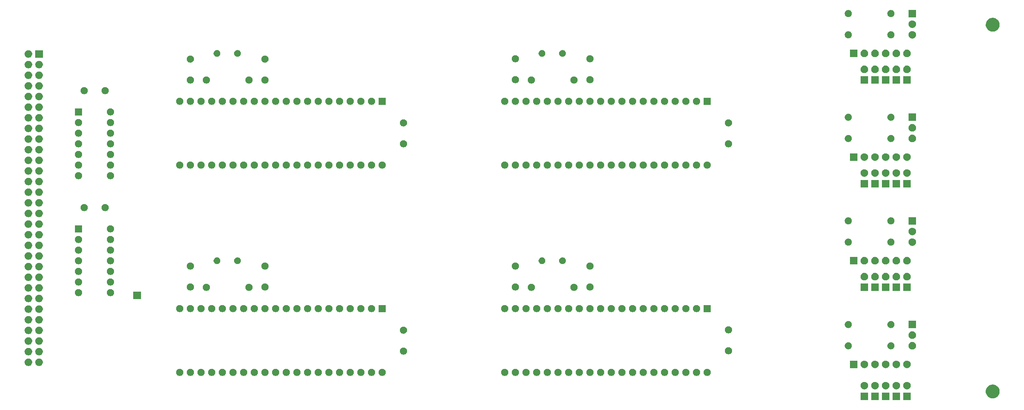
<source format=gbr>
G04 #@! TF.GenerationSoftware,KiCad,Pcbnew,5.1.5+dfsg1-2build2*
G04 #@! TF.CreationDate,2021-04-04T16:47:07+01:00*
G04 #@! TF.ProjectId,serial,73657269-616c-42e6-9b69-6361645f7063,rev?*
G04 #@! TF.SameCoordinates,Original*
G04 #@! TF.FileFunction,Soldermask,Bot*
G04 #@! TF.FilePolarity,Negative*
%FSLAX46Y46*%
G04 Gerber Fmt 4.6, Leading zero omitted, Abs format (unit mm)*
G04 Created by KiCad (PCBNEW 5.1.5+dfsg1-2build2) date 2021-04-04 16:47:07*
%MOMM*%
%LPD*%
G04 APERTURE LIST*
%ADD10C,0.100000*%
G04 APERTURE END LIST*
D10*
G36*
X242836000Y-141236000D02*
G01*
X241034000Y-141236000D01*
X241034000Y-139434000D01*
X242836000Y-139434000D01*
X242836000Y-141236000D01*
G37*
G36*
X240296000Y-141236000D02*
G01*
X238494000Y-141236000D01*
X238494000Y-139434000D01*
X240296000Y-139434000D01*
X240296000Y-141236000D01*
G37*
G36*
X237756000Y-141236000D02*
G01*
X235954000Y-141236000D01*
X235954000Y-139434000D01*
X237756000Y-139434000D01*
X237756000Y-141236000D01*
G37*
G36*
X232676000Y-141236000D02*
G01*
X230874000Y-141236000D01*
X230874000Y-139434000D01*
X232676000Y-139434000D01*
X232676000Y-141236000D01*
G37*
G36*
X235216000Y-141236000D02*
G01*
X233414000Y-141236000D01*
X233414000Y-139434000D01*
X235216000Y-139434000D01*
X235216000Y-141236000D01*
G37*
G36*
X262757256Y-137583298D02*
G01*
X262863579Y-137604447D01*
X263164042Y-137728903D01*
X263434451Y-137909585D01*
X263664415Y-138139549D01*
X263845097Y-138409958D01*
X263969553Y-138710421D01*
X264033000Y-139029391D01*
X264033000Y-139354609D01*
X263969553Y-139673579D01*
X263845097Y-139974042D01*
X263664415Y-140244451D01*
X263434451Y-140474415D01*
X263164042Y-140655097D01*
X262863579Y-140779553D01*
X262757256Y-140800702D01*
X262544611Y-140843000D01*
X262219389Y-140843000D01*
X262006744Y-140800702D01*
X261900421Y-140779553D01*
X261599958Y-140655097D01*
X261329549Y-140474415D01*
X261099585Y-140244451D01*
X260918903Y-139974042D01*
X260794447Y-139673579D01*
X260731000Y-139354609D01*
X260731000Y-139029391D01*
X260794447Y-138710421D01*
X260918903Y-138409958D01*
X261099585Y-138139549D01*
X261329549Y-137909585D01*
X261599958Y-137728903D01*
X261900421Y-137604447D01*
X262006744Y-137583298D01*
X262219389Y-137541000D01*
X262544611Y-137541000D01*
X262757256Y-137583298D01*
G37*
G36*
X236968512Y-136898927D02*
G01*
X237117812Y-136928624D01*
X237281784Y-136996544D01*
X237429354Y-137095147D01*
X237554853Y-137220646D01*
X237653456Y-137368216D01*
X237721376Y-137532188D01*
X237756000Y-137706259D01*
X237756000Y-137883741D01*
X237721376Y-138057812D01*
X237653456Y-138221784D01*
X237554853Y-138369354D01*
X237429354Y-138494853D01*
X237281784Y-138593456D01*
X237117812Y-138661376D01*
X236968512Y-138691073D01*
X236943742Y-138696000D01*
X236766258Y-138696000D01*
X236741488Y-138691073D01*
X236592188Y-138661376D01*
X236428216Y-138593456D01*
X236280646Y-138494853D01*
X236155147Y-138369354D01*
X236056544Y-138221784D01*
X235988624Y-138057812D01*
X235954000Y-137883741D01*
X235954000Y-137706259D01*
X235988624Y-137532188D01*
X236056544Y-137368216D01*
X236155147Y-137220646D01*
X236280646Y-137095147D01*
X236428216Y-136996544D01*
X236592188Y-136928624D01*
X236741488Y-136898927D01*
X236766258Y-136894000D01*
X236943742Y-136894000D01*
X236968512Y-136898927D01*
G37*
G36*
X231888512Y-136898927D02*
G01*
X232037812Y-136928624D01*
X232201784Y-136996544D01*
X232349354Y-137095147D01*
X232474853Y-137220646D01*
X232573456Y-137368216D01*
X232641376Y-137532188D01*
X232676000Y-137706259D01*
X232676000Y-137883741D01*
X232641376Y-138057812D01*
X232573456Y-138221784D01*
X232474853Y-138369354D01*
X232349354Y-138494853D01*
X232201784Y-138593456D01*
X232037812Y-138661376D01*
X231888512Y-138691073D01*
X231863742Y-138696000D01*
X231686258Y-138696000D01*
X231661488Y-138691073D01*
X231512188Y-138661376D01*
X231348216Y-138593456D01*
X231200646Y-138494853D01*
X231075147Y-138369354D01*
X230976544Y-138221784D01*
X230908624Y-138057812D01*
X230874000Y-137883741D01*
X230874000Y-137706259D01*
X230908624Y-137532188D01*
X230976544Y-137368216D01*
X231075147Y-137220646D01*
X231200646Y-137095147D01*
X231348216Y-136996544D01*
X231512188Y-136928624D01*
X231661488Y-136898927D01*
X231686258Y-136894000D01*
X231863742Y-136894000D01*
X231888512Y-136898927D01*
G37*
G36*
X234428512Y-136898927D02*
G01*
X234577812Y-136928624D01*
X234741784Y-136996544D01*
X234889354Y-137095147D01*
X235014853Y-137220646D01*
X235113456Y-137368216D01*
X235181376Y-137532188D01*
X235216000Y-137706259D01*
X235216000Y-137883741D01*
X235181376Y-138057812D01*
X235113456Y-138221784D01*
X235014853Y-138369354D01*
X234889354Y-138494853D01*
X234741784Y-138593456D01*
X234577812Y-138661376D01*
X234428512Y-138691073D01*
X234403742Y-138696000D01*
X234226258Y-138696000D01*
X234201488Y-138691073D01*
X234052188Y-138661376D01*
X233888216Y-138593456D01*
X233740646Y-138494853D01*
X233615147Y-138369354D01*
X233516544Y-138221784D01*
X233448624Y-138057812D01*
X233414000Y-137883741D01*
X233414000Y-137706259D01*
X233448624Y-137532188D01*
X233516544Y-137368216D01*
X233615147Y-137220646D01*
X233740646Y-137095147D01*
X233888216Y-136996544D01*
X234052188Y-136928624D01*
X234201488Y-136898927D01*
X234226258Y-136894000D01*
X234403742Y-136894000D01*
X234428512Y-136898927D01*
G37*
G36*
X239508512Y-136898927D02*
G01*
X239657812Y-136928624D01*
X239821784Y-136996544D01*
X239969354Y-137095147D01*
X240094853Y-137220646D01*
X240193456Y-137368216D01*
X240261376Y-137532188D01*
X240296000Y-137706259D01*
X240296000Y-137883741D01*
X240261376Y-138057812D01*
X240193456Y-138221784D01*
X240094853Y-138369354D01*
X239969354Y-138494853D01*
X239821784Y-138593456D01*
X239657812Y-138661376D01*
X239508512Y-138691073D01*
X239483742Y-138696000D01*
X239306258Y-138696000D01*
X239281488Y-138691073D01*
X239132188Y-138661376D01*
X238968216Y-138593456D01*
X238820646Y-138494853D01*
X238695147Y-138369354D01*
X238596544Y-138221784D01*
X238528624Y-138057812D01*
X238494000Y-137883741D01*
X238494000Y-137706259D01*
X238528624Y-137532188D01*
X238596544Y-137368216D01*
X238695147Y-137220646D01*
X238820646Y-137095147D01*
X238968216Y-136996544D01*
X239132188Y-136928624D01*
X239281488Y-136898927D01*
X239306258Y-136894000D01*
X239483742Y-136894000D01*
X239508512Y-136898927D01*
G37*
G36*
X242048512Y-136898927D02*
G01*
X242197812Y-136928624D01*
X242361784Y-136996544D01*
X242509354Y-137095147D01*
X242634853Y-137220646D01*
X242733456Y-137368216D01*
X242801376Y-137532188D01*
X242836000Y-137706259D01*
X242836000Y-137883741D01*
X242801376Y-138057812D01*
X242733456Y-138221784D01*
X242634853Y-138369354D01*
X242509354Y-138494853D01*
X242361784Y-138593456D01*
X242197812Y-138661376D01*
X242048512Y-138691073D01*
X242023742Y-138696000D01*
X241846258Y-138696000D01*
X241821488Y-138691073D01*
X241672188Y-138661376D01*
X241508216Y-138593456D01*
X241360646Y-138494853D01*
X241235147Y-138369354D01*
X241136544Y-138221784D01*
X241068624Y-138057812D01*
X241034000Y-137883741D01*
X241034000Y-137706259D01*
X241068624Y-137532188D01*
X241136544Y-137368216D01*
X241235147Y-137220646D01*
X241360646Y-137095147D01*
X241508216Y-136996544D01*
X241672188Y-136928624D01*
X241821488Y-136898927D01*
X241846258Y-136894000D01*
X242023742Y-136894000D01*
X242048512Y-136898927D01*
G37*
G36*
X99308228Y-133801703D02*
G01*
X99463100Y-133865853D01*
X99602481Y-133958985D01*
X99721015Y-134077519D01*
X99814147Y-134216900D01*
X99878297Y-134371772D01*
X99911000Y-134536184D01*
X99911000Y-134703816D01*
X99878297Y-134868228D01*
X99814147Y-135023100D01*
X99721015Y-135162481D01*
X99602481Y-135281015D01*
X99463100Y-135374147D01*
X99308228Y-135438297D01*
X99143816Y-135471000D01*
X98976184Y-135471000D01*
X98811772Y-135438297D01*
X98656900Y-135374147D01*
X98517519Y-135281015D01*
X98398985Y-135162481D01*
X98305853Y-135023100D01*
X98241703Y-134868228D01*
X98209000Y-134703816D01*
X98209000Y-134536184D01*
X98241703Y-134371772D01*
X98305853Y-134216900D01*
X98398985Y-134077519D01*
X98517519Y-133958985D01*
X98656900Y-133865853D01*
X98811772Y-133801703D01*
X98976184Y-133769000D01*
X99143816Y-133769000D01*
X99308228Y-133801703D01*
G37*
G36*
X169158228Y-133801703D02*
G01*
X169313100Y-133865853D01*
X169452481Y-133958985D01*
X169571015Y-134077519D01*
X169664147Y-134216900D01*
X169728297Y-134371772D01*
X169761000Y-134536184D01*
X169761000Y-134703816D01*
X169728297Y-134868228D01*
X169664147Y-135023100D01*
X169571015Y-135162481D01*
X169452481Y-135281015D01*
X169313100Y-135374147D01*
X169158228Y-135438297D01*
X168993816Y-135471000D01*
X168826184Y-135471000D01*
X168661772Y-135438297D01*
X168506900Y-135374147D01*
X168367519Y-135281015D01*
X168248985Y-135162481D01*
X168155853Y-135023100D01*
X168091703Y-134868228D01*
X168059000Y-134703816D01*
X168059000Y-134536184D01*
X168091703Y-134371772D01*
X168155853Y-134216900D01*
X168248985Y-134077519D01*
X168367519Y-133958985D01*
X168506900Y-133865853D01*
X168661772Y-133801703D01*
X168826184Y-133769000D01*
X168993816Y-133769000D01*
X169158228Y-133801703D01*
G37*
G36*
X101848228Y-133801703D02*
G01*
X102003100Y-133865853D01*
X102142481Y-133958985D01*
X102261015Y-134077519D01*
X102354147Y-134216900D01*
X102418297Y-134371772D01*
X102451000Y-134536184D01*
X102451000Y-134703816D01*
X102418297Y-134868228D01*
X102354147Y-135023100D01*
X102261015Y-135162481D01*
X102142481Y-135281015D01*
X102003100Y-135374147D01*
X101848228Y-135438297D01*
X101683816Y-135471000D01*
X101516184Y-135471000D01*
X101351772Y-135438297D01*
X101196900Y-135374147D01*
X101057519Y-135281015D01*
X100938985Y-135162481D01*
X100845853Y-135023100D01*
X100781703Y-134868228D01*
X100749000Y-134703816D01*
X100749000Y-134536184D01*
X100781703Y-134371772D01*
X100845853Y-134216900D01*
X100938985Y-134077519D01*
X101057519Y-133958985D01*
X101196900Y-133865853D01*
X101351772Y-133801703D01*
X101516184Y-133769000D01*
X101683816Y-133769000D01*
X101848228Y-133801703D01*
G37*
G36*
X164078228Y-133801703D02*
G01*
X164233100Y-133865853D01*
X164372481Y-133958985D01*
X164491015Y-134077519D01*
X164584147Y-134216900D01*
X164648297Y-134371772D01*
X164681000Y-134536184D01*
X164681000Y-134703816D01*
X164648297Y-134868228D01*
X164584147Y-135023100D01*
X164491015Y-135162481D01*
X164372481Y-135281015D01*
X164233100Y-135374147D01*
X164078228Y-135438297D01*
X163913816Y-135471000D01*
X163746184Y-135471000D01*
X163581772Y-135438297D01*
X163426900Y-135374147D01*
X163287519Y-135281015D01*
X163168985Y-135162481D01*
X163075853Y-135023100D01*
X163011703Y-134868228D01*
X162979000Y-134703816D01*
X162979000Y-134536184D01*
X163011703Y-134371772D01*
X163075853Y-134216900D01*
X163168985Y-134077519D01*
X163287519Y-133958985D01*
X163426900Y-133865853D01*
X163581772Y-133801703D01*
X163746184Y-133769000D01*
X163913816Y-133769000D01*
X164078228Y-133801703D01*
G37*
G36*
X104388228Y-133801703D02*
G01*
X104543100Y-133865853D01*
X104682481Y-133958985D01*
X104801015Y-134077519D01*
X104894147Y-134216900D01*
X104958297Y-134371772D01*
X104991000Y-134536184D01*
X104991000Y-134703816D01*
X104958297Y-134868228D01*
X104894147Y-135023100D01*
X104801015Y-135162481D01*
X104682481Y-135281015D01*
X104543100Y-135374147D01*
X104388228Y-135438297D01*
X104223816Y-135471000D01*
X104056184Y-135471000D01*
X103891772Y-135438297D01*
X103736900Y-135374147D01*
X103597519Y-135281015D01*
X103478985Y-135162481D01*
X103385853Y-135023100D01*
X103321703Y-134868228D01*
X103289000Y-134703816D01*
X103289000Y-134536184D01*
X103321703Y-134371772D01*
X103385853Y-134216900D01*
X103478985Y-134077519D01*
X103597519Y-133958985D01*
X103736900Y-133865853D01*
X103891772Y-133801703D01*
X104056184Y-133769000D01*
X104223816Y-133769000D01*
X104388228Y-133801703D01*
G37*
G36*
X106928228Y-133801703D02*
G01*
X107083100Y-133865853D01*
X107222481Y-133958985D01*
X107341015Y-134077519D01*
X107434147Y-134216900D01*
X107498297Y-134371772D01*
X107531000Y-134536184D01*
X107531000Y-134703816D01*
X107498297Y-134868228D01*
X107434147Y-135023100D01*
X107341015Y-135162481D01*
X107222481Y-135281015D01*
X107083100Y-135374147D01*
X106928228Y-135438297D01*
X106763816Y-135471000D01*
X106596184Y-135471000D01*
X106431772Y-135438297D01*
X106276900Y-135374147D01*
X106137519Y-135281015D01*
X106018985Y-135162481D01*
X105925853Y-135023100D01*
X105861703Y-134868228D01*
X105829000Y-134703816D01*
X105829000Y-134536184D01*
X105861703Y-134371772D01*
X105925853Y-134216900D01*
X106018985Y-134077519D01*
X106137519Y-133958985D01*
X106276900Y-133865853D01*
X106431772Y-133801703D01*
X106596184Y-133769000D01*
X106763816Y-133769000D01*
X106928228Y-133801703D01*
G37*
G36*
X166618228Y-133801703D02*
G01*
X166773100Y-133865853D01*
X166912481Y-133958985D01*
X167031015Y-134077519D01*
X167124147Y-134216900D01*
X167188297Y-134371772D01*
X167221000Y-134536184D01*
X167221000Y-134703816D01*
X167188297Y-134868228D01*
X167124147Y-135023100D01*
X167031015Y-135162481D01*
X166912481Y-135281015D01*
X166773100Y-135374147D01*
X166618228Y-135438297D01*
X166453816Y-135471000D01*
X166286184Y-135471000D01*
X166121772Y-135438297D01*
X165966900Y-135374147D01*
X165827519Y-135281015D01*
X165708985Y-135162481D01*
X165615853Y-135023100D01*
X165551703Y-134868228D01*
X165519000Y-134703816D01*
X165519000Y-134536184D01*
X165551703Y-134371772D01*
X165615853Y-134216900D01*
X165708985Y-134077519D01*
X165827519Y-133958985D01*
X165966900Y-133865853D01*
X166121772Y-133801703D01*
X166286184Y-133769000D01*
X166453816Y-133769000D01*
X166618228Y-133801703D01*
G37*
G36*
X109468228Y-133801703D02*
G01*
X109623100Y-133865853D01*
X109762481Y-133958985D01*
X109881015Y-134077519D01*
X109974147Y-134216900D01*
X110038297Y-134371772D01*
X110071000Y-134536184D01*
X110071000Y-134703816D01*
X110038297Y-134868228D01*
X109974147Y-135023100D01*
X109881015Y-135162481D01*
X109762481Y-135281015D01*
X109623100Y-135374147D01*
X109468228Y-135438297D01*
X109303816Y-135471000D01*
X109136184Y-135471000D01*
X108971772Y-135438297D01*
X108816900Y-135374147D01*
X108677519Y-135281015D01*
X108558985Y-135162481D01*
X108465853Y-135023100D01*
X108401703Y-134868228D01*
X108369000Y-134703816D01*
X108369000Y-134536184D01*
X108401703Y-134371772D01*
X108465853Y-134216900D01*
X108558985Y-134077519D01*
X108677519Y-133958985D01*
X108816900Y-133865853D01*
X108971772Y-133801703D01*
X109136184Y-133769000D01*
X109303816Y-133769000D01*
X109468228Y-133801703D01*
G37*
G36*
X112008228Y-133801703D02*
G01*
X112163100Y-133865853D01*
X112302481Y-133958985D01*
X112421015Y-134077519D01*
X112514147Y-134216900D01*
X112578297Y-134371772D01*
X112611000Y-134536184D01*
X112611000Y-134703816D01*
X112578297Y-134868228D01*
X112514147Y-135023100D01*
X112421015Y-135162481D01*
X112302481Y-135281015D01*
X112163100Y-135374147D01*
X112008228Y-135438297D01*
X111843816Y-135471000D01*
X111676184Y-135471000D01*
X111511772Y-135438297D01*
X111356900Y-135374147D01*
X111217519Y-135281015D01*
X111098985Y-135162481D01*
X111005853Y-135023100D01*
X110941703Y-134868228D01*
X110909000Y-134703816D01*
X110909000Y-134536184D01*
X110941703Y-134371772D01*
X111005853Y-134216900D01*
X111098985Y-134077519D01*
X111217519Y-133958985D01*
X111356900Y-133865853D01*
X111511772Y-133801703D01*
X111676184Y-133769000D01*
X111843816Y-133769000D01*
X112008228Y-133801703D01*
G37*
G36*
X181858228Y-133801703D02*
G01*
X182013100Y-133865853D01*
X182152481Y-133958985D01*
X182271015Y-134077519D01*
X182364147Y-134216900D01*
X182428297Y-134371772D01*
X182461000Y-134536184D01*
X182461000Y-134703816D01*
X182428297Y-134868228D01*
X182364147Y-135023100D01*
X182271015Y-135162481D01*
X182152481Y-135281015D01*
X182013100Y-135374147D01*
X181858228Y-135438297D01*
X181693816Y-135471000D01*
X181526184Y-135471000D01*
X181361772Y-135438297D01*
X181206900Y-135374147D01*
X181067519Y-135281015D01*
X180948985Y-135162481D01*
X180855853Y-135023100D01*
X180791703Y-134868228D01*
X180759000Y-134703816D01*
X180759000Y-134536184D01*
X180791703Y-134371772D01*
X180855853Y-134216900D01*
X180948985Y-134077519D01*
X181067519Y-133958985D01*
X181206900Y-133865853D01*
X181361772Y-133801703D01*
X181526184Y-133769000D01*
X181693816Y-133769000D01*
X181858228Y-133801703D01*
G37*
G36*
X117088228Y-133801703D02*
G01*
X117243100Y-133865853D01*
X117382481Y-133958985D01*
X117501015Y-134077519D01*
X117594147Y-134216900D01*
X117658297Y-134371772D01*
X117691000Y-134536184D01*
X117691000Y-134703816D01*
X117658297Y-134868228D01*
X117594147Y-135023100D01*
X117501015Y-135162481D01*
X117382481Y-135281015D01*
X117243100Y-135374147D01*
X117088228Y-135438297D01*
X116923816Y-135471000D01*
X116756184Y-135471000D01*
X116591772Y-135438297D01*
X116436900Y-135374147D01*
X116297519Y-135281015D01*
X116178985Y-135162481D01*
X116085853Y-135023100D01*
X116021703Y-134868228D01*
X115989000Y-134703816D01*
X115989000Y-134536184D01*
X116021703Y-134371772D01*
X116085853Y-134216900D01*
X116178985Y-134077519D01*
X116297519Y-133958985D01*
X116436900Y-133865853D01*
X116591772Y-133801703D01*
X116756184Y-133769000D01*
X116923816Y-133769000D01*
X117088228Y-133801703D01*
G37*
G36*
X96768228Y-133801703D02*
G01*
X96923100Y-133865853D01*
X97062481Y-133958985D01*
X97181015Y-134077519D01*
X97274147Y-134216900D01*
X97338297Y-134371772D01*
X97371000Y-134536184D01*
X97371000Y-134703816D01*
X97338297Y-134868228D01*
X97274147Y-135023100D01*
X97181015Y-135162481D01*
X97062481Y-135281015D01*
X96923100Y-135374147D01*
X96768228Y-135438297D01*
X96603816Y-135471000D01*
X96436184Y-135471000D01*
X96271772Y-135438297D01*
X96116900Y-135374147D01*
X95977519Y-135281015D01*
X95858985Y-135162481D01*
X95765853Y-135023100D01*
X95701703Y-134868228D01*
X95669000Y-134703816D01*
X95669000Y-134536184D01*
X95701703Y-134371772D01*
X95765853Y-134216900D01*
X95858985Y-134077519D01*
X95977519Y-133958985D01*
X96116900Y-133865853D01*
X96271772Y-133801703D01*
X96436184Y-133769000D01*
X96603816Y-133769000D01*
X96768228Y-133801703D01*
G37*
G36*
X94228228Y-133801703D02*
G01*
X94383100Y-133865853D01*
X94522481Y-133958985D01*
X94641015Y-134077519D01*
X94734147Y-134216900D01*
X94798297Y-134371772D01*
X94831000Y-134536184D01*
X94831000Y-134703816D01*
X94798297Y-134868228D01*
X94734147Y-135023100D01*
X94641015Y-135162481D01*
X94522481Y-135281015D01*
X94383100Y-135374147D01*
X94228228Y-135438297D01*
X94063816Y-135471000D01*
X93896184Y-135471000D01*
X93731772Y-135438297D01*
X93576900Y-135374147D01*
X93437519Y-135281015D01*
X93318985Y-135162481D01*
X93225853Y-135023100D01*
X93161703Y-134868228D01*
X93129000Y-134703816D01*
X93129000Y-134536184D01*
X93161703Y-134371772D01*
X93225853Y-134216900D01*
X93318985Y-134077519D01*
X93437519Y-133958985D01*
X93576900Y-133865853D01*
X93731772Y-133801703D01*
X93896184Y-133769000D01*
X94063816Y-133769000D01*
X94228228Y-133801703D01*
G37*
G36*
X158998228Y-133801703D02*
G01*
X159153100Y-133865853D01*
X159292481Y-133958985D01*
X159411015Y-134077519D01*
X159504147Y-134216900D01*
X159568297Y-134371772D01*
X159601000Y-134536184D01*
X159601000Y-134703816D01*
X159568297Y-134868228D01*
X159504147Y-135023100D01*
X159411015Y-135162481D01*
X159292481Y-135281015D01*
X159153100Y-135374147D01*
X158998228Y-135438297D01*
X158833816Y-135471000D01*
X158666184Y-135471000D01*
X158501772Y-135438297D01*
X158346900Y-135374147D01*
X158207519Y-135281015D01*
X158088985Y-135162481D01*
X157995853Y-135023100D01*
X157931703Y-134868228D01*
X157899000Y-134703816D01*
X157899000Y-134536184D01*
X157931703Y-134371772D01*
X157995853Y-134216900D01*
X158088985Y-134077519D01*
X158207519Y-133958985D01*
X158346900Y-133865853D01*
X158501772Y-133801703D01*
X158666184Y-133769000D01*
X158833816Y-133769000D01*
X158998228Y-133801703D01*
G37*
G36*
X91688228Y-133801703D02*
G01*
X91843100Y-133865853D01*
X91982481Y-133958985D01*
X92101015Y-134077519D01*
X92194147Y-134216900D01*
X92258297Y-134371772D01*
X92291000Y-134536184D01*
X92291000Y-134703816D01*
X92258297Y-134868228D01*
X92194147Y-135023100D01*
X92101015Y-135162481D01*
X91982481Y-135281015D01*
X91843100Y-135374147D01*
X91688228Y-135438297D01*
X91523816Y-135471000D01*
X91356184Y-135471000D01*
X91191772Y-135438297D01*
X91036900Y-135374147D01*
X90897519Y-135281015D01*
X90778985Y-135162481D01*
X90685853Y-135023100D01*
X90621703Y-134868228D01*
X90589000Y-134703816D01*
X90589000Y-134536184D01*
X90621703Y-134371772D01*
X90685853Y-134216900D01*
X90778985Y-134077519D01*
X90897519Y-133958985D01*
X91036900Y-133865853D01*
X91191772Y-133801703D01*
X91356184Y-133769000D01*
X91523816Y-133769000D01*
X91688228Y-133801703D01*
G37*
G36*
X89148228Y-133801703D02*
G01*
X89303100Y-133865853D01*
X89442481Y-133958985D01*
X89561015Y-134077519D01*
X89654147Y-134216900D01*
X89718297Y-134371772D01*
X89751000Y-134536184D01*
X89751000Y-134703816D01*
X89718297Y-134868228D01*
X89654147Y-135023100D01*
X89561015Y-135162481D01*
X89442481Y-135281015D01*
X89303100Y-135374147D01*
X89148228Y-135438297D01*
X88983816Y-135471000D01*
X88816184Y-135471000D01*
X88651772Y-135438297D01*
X88496900Y-135374147D01*
X88357519Y-135281015D01*
X88238985Y-135162481D01*
X88145853Y-135023100D01*
X88081703Y-134868228D01*
X88049000Y-134703816D01*
X88049000Y-134536184D01*
X88081703Y-134371772D01*
X88145853Y-134216900D01*
X88238985Y-134077519D01*
X88357519Y-133958985D01*
X88496900Y-133865853D01*
X88651772Y-133801703D01*
X88816184Y-133769000D01*
X88983816Y-133769000D01*
X89148228Y-133801703D01*
G37*
G36*
X156458228Y-133801703D02*
G01*
X156613100Y-133865853D01*
X156752481Y-133958985D01*
X156871015Y-134077519D01*
X156964147Y-134216900D01*
X157028297Y-134371772D01*
X157061000Y-134536184D01*
X157061000Y-134703816D01*
X157028297Y-134868228D01*
X156964147Y-135023100D01*
X156871015Y-135162481D01*
X156752481Y-135281015D01*
X156613100Y-135374147D01*
X156458228Y-135438297D01*
X156293816Y-135471000D01*
X156126184Y-135471000D01*
X155961772Y-135438297D01*
X155806900Y-135374147D01*
X155667519Y-135281015D01*
X155548985Y-135162481D01*
X155455853Y-135023100D01*
X155391703Y-134868228D01*
X155359000Y-134703816D01*
X155359000Y-134536184D01*
X155391703Y-134371772D01*
X155455853Y-134216900D01*
X155548985Y-134077519D01*
X155667519Y-133958985D01*
X155806900Y-133865853D01*
X155961772Y-133801703D01*
X156126184Y-133769000D01*
X156293816Y-133769000D01*
X156458228Y-133801703D01*
G37*
G36*
X86608228Y-133801703D02*
G01*
X86763100Y-133865853D01*
X86902481Y-133958985D01*
X87021015Y-134077519D01*
X87114147Y-134216900D01*
X87178297Y-134371772D01*
X87211000Y-134536184D01*
X87211000Y-134703816D01*
X87178297Y-134868228D01*
X87114147Y-135023100D01*
X87021015Y-135162481D01*
X86902481Y-135281015D01*
X86763100Y-135374147D01*
X86608228Y-135438297D01*
X86443816Y-135471000D01*
X86276184Y-135471000D01*
X86111772Y-135438297D01*
X85956900Y-135374147D01*
X85817519Y-135281015D01*
X85698985Y-135162481D01*
X85605853Y-135023100D01*
X85541703Y-134868228D01*
X85509000Y-134703816D01*
X85509000Y-134536184D01*
X85541703Y-134371772D01*
X85605853Y-134216900D01*
X85698985Y-134077519D01*
X85817519Y-133958985D01*
X85956900Y-133865853D01*
X86111772Y-133801703D01*
X86276184Y-133769000D01*
X86443816Y-133769000D01*
X86608228Y-133801703D01*
G37*
G36*
X84068228Y-133801703D02*
G01*
X84223100Y-133865853D01*
X84362481Y-133958985D01*
X84481015Y-134077519D01*
X84574147Y-134216900D01*
X84638297Y-134371772D01*
X84671000Y-134536184D01*
X84671000Y-134703816D01*
X84638297Y-134868228D01*
X84574147Y-135023100D01*
X84481015Y-135162481D01*
X84362481Y-135281015D01*
X84223100Y-135374147D01*
X84068228Y-135438297D01*
X83903816Y-135471000D01*
X83736184Y-135471000D01*
X83571772Y-135438297D01*
X83416900Y-135374147D01*
X83277519Y-135281015D01*
X83158985Y-135162481D01*
X83065853Y-135023100D01*
X83001703Y-134868228D01*
X82969000Y-134703816D01*
X82969000Y-134536184D01*
X83001703Y-134371772D01*
X83065853Y-134216900D01*
X83158985Y-134077519D01*
X83277519Y-133958985D01*
X83416900Y-133865853D01*
X83571772Y-133801703D01*
X83736184Y-133769000D01*
X83903816Y-133769000D01*
X84068228Y-133801703D01*
G37*
G36*
X153918228Y-133801703D02*
G01*
X154073100Y-133865853D01*
X154212481Y-133958985D01*
X154331015Y-134077519D01*
X154424147Y-134216900D01*
X154488297Y-134371772D01*
X154521000Y-134536184D01*
X154521000Y-134703816D01*
X154488297Y-134868228D01*
X154424147Y-135023100D01*
X154331015Y-135162481D01*
X154212481Y-135281015D01*
X154073100Y-135374147D01*
X153918228Y-135438297D01*
X153753816Y-135471000D01*
X153586184Y-135471000D01*
X153421772Y-135438297D01*
X153266900Y-135374147D01*
X153127519Y-135281015D01*
X153008985Y-135162481D01*
X152915853Y-135023100D01*
X152851703Y-134868228D01*
X152819000Y-134703816D01*
X152819000Y-134536184D01*
X152851703Y-134371772D01*
X152915853Y-134216900D01*
X153008985Y-134077519D01*
X153127519Y-133958985D01*
X153266900Y-133865853D01*
X153421772Y-133801703D01*
X153586184Y-133769000D01*
X153753816Y-133769000D01*
X153918228Y-133801703D01*
G37*
G36*
X161538228Y-133801703D02*
G01*
X161693100Y-133865853D01*
X161832481Y-133958985D01*
X161951015Y-134077519D01*
X162044147Y-134216900D01*
X162108297Y-134371772D01*
X162141000Y-134536184D01*
X162141000Y-134703816D01*
X162108297Y-134868228D01*
X162044147Y-135023100D01*
X161951015Y-135162481D01*
X161832481Y-135281015D01*
X161693100Y-135374147D01*
X161538228Y-135438297D01*
X161373816Y-135471000D01*
X161206184Y-135471000D01*
X161041772Y-135438297D01*
X160886900Y-135374147D01*
X160747519Y-135281015D01*
X160628985Y-135162481D01*
X160535853Y-135023100D01*
X160471703Y-134868228D01*
X160439000Y-134703816D01*
X160439000Y-134536184D01*
X160471703Y-134371772D01*
X160535853Y-134216900D01*
X160628985Y-134077519D01*
X160747519Y-133958985D01*
X160886900Y-133865853D01*
X161041772Y-133801703D01*
X161206184Y-133769000D01*
X161373816Y-133769000D01*
X161538228Y-133801703D01*
G37*
G36*
X192018228Y-133801703D02*
G01*
X192173100Y-133865853D01*
X192312481Y-133958985D01*
X192431015Y-134077519D01*
X192524147Y-134216900D01*
X192588297Y-134371772D01*
X192621000Y-134536184D01*
X192621000Y-134703816D01*
X192588297Y-134868228D01*
X192524147Y-135023100D01*
X192431015Y-135162481D01*
X192312481Y-135281015D01*
X192173100Y-135374147D01*
X192018228Y-135438297D01*
X191853816Y-135471000D01*
X191686184Y-135471000D01*
X191521772Y-135438297D01*
X191366900Y-135374147D01*
X191227519Y-135281015D01*
X191108985Y-135162481D01*
X191015853Y-135023100D01*
X190951703Y-134868228D01*
X190919000Y-134703816D01*
X190919000Y-134536184D01*
X190951703Y-134371772D01*
X191015853Y-134216900D01*
X191108985Y-134077519D01*
X191227519Y-133958985D01*
X191366900Y-133865853D01*
X191521772Y-133801703D01*
X191686184Y-133769000D01*
X191853816Y-133769000D01*
X192018228Y-133801703D01*
G37*
G36*
X78988228Y-133801703D02*
G01*
X79143100Y-133865853D01*
X79282481Y-133958985D01*
X79401015Y-134077519D01*
X79494147Y-134216900D01*
X79558297Y-134371772D01*
X79591000Y-134536184D01*
X79591000Y-134703816D01*
X79558297Y-134868228D01*
X79494147Y-135023100D01*
X79401015Y-135162481D01*
X79282481Y-135281015D01*
X79143100Y-135374147D01*
X78988228Y-135438297D01*
X78823816Y-135471000D01*
X78656184Y-135471000D01*
X78491772Y-135438297D01*
X78336900Y-135374147D01*
X78197519Y-135281015D01*
X78078985Y-135162481D01*
X77985853Y-135023100D01*
X77921703Y-134868228D01*
X77889000Y-134703816D01*
X77889000Y-134536184D01*
X77921703Y-134371772D01*
X77985853Y-134216900D01*
X78078985Y-134077519D01*
X78197519Y-133958985D01*
X78336900Y-133865853D01*
X78491772Y-133801703D01*
X78656184Y-133769000D01*
X78823816Y-133769000D01*
X78988228Y-133801703D01*
G37*
G36*
X151378228Y-133801703D02*
G01*
X151533100Y-133865853D01*
X151672481Y-133958985D01*
X151791015Y-134077519D01*
X151884147Y-134216900D01*
X151948297Y-134371772D01*
X151981000Y-134536184D01*
X151981000Y-134703816D01*
X151948297Y-134868228D01*
X151884147Y-135023100D01*
X151791015Y-135162481D01*
X151672481Y-135281015D01*
X151533100Y-135374147D01*
X151378228Y-135438297D01*
X151213816Y-135471000D01*
X151046184Y-135471000D01*
X150881772Y-135438297D01*
X150726900Y-135374147D01*
X150587519Y-135281015D01*
X150468985Y-135162481D01*
X150375853Y-135023100D01*
X150311703Y-134868228D01*
X150279000Y-134703816D01*
X150279000Y-134536184D01*
X150311703Y-134371772D01*
X150375853Y-134216900D01*
X150468985Y-134077519D01*
X150587519Y-133958985D01*
X150726900Y-133865853D01*
X150881772Y-133801703D01*
X151046184Y-133769000D01*
X151213816Y-133769000D01*
X151378228Y-133801703D01*
G37*
G36*
X76448228Y-133801703D02*
G01*
X76603100Y-133865853D01*
X76742481Y-133958985D01*
X76861015Y-134077519D01*
X76954147Y-134216900D01*
X77018297Y-134371772D01*
X77051000Y-134536184D01*
X77051000Y-134703816D01*
X77018297Y-134868228D01*
X76954147Y-135023100D01*
X76861015Y-135162481D01*
X76742481Y-135281015D01*
X76603100Y-135374147D01*
X76448228Y-135438297D01*
X76283816Y-135471000D01*
X76116184Y-135471000D01*
X75951772Y-135438297D01*
X75796900Y-135374147D01*
X75657519Y-135281015D01*
X75538985Y-135162481D01*
X75445853Y-135023100D01*
X75381703Y-134868228D01*
X75349000Y-134703816D01*
X75349000Y-134536184D01*
X75381703Y-134371772D01*
X75445853Y-134216900D01*
X75538985Y-134077519D01*
X75657519Y-133958985D01*
X75796900Y-133865853D01*
X75951772Y-133801703D01*
X76116184Y-133769000D01*
X76283816Y-133769000D01*
X76448228Y-133801703D01*
G37*
G36*
X73908228Y-133801703D02*
G01*
X74063100Y-133865853D01*
X74202481Y-133958985D01*
X74321015Y-134077519D01*
X74414147Y-134216900D01*
X74478297Y-134371772D01*
X74511000Y-134536184D01*
X74511000Y-134703816D01*
X74478297Y-134868228D01*
X74414147Y-135023100D01*
X74321015Y-135162481D01*
X74202481Y-135281015D01*
X74063100Y-135374147D01*
X73908228Y-135438297D01*
X73743816Y-135471000D01*
X73576184Y-135471000D01*
X73411772Y-135438297D01*
X73256900Y-135374147D01*
X73117519Y-135281015D01*
X72998985Y-135162481D01*
X72905853Y-135023100D01*
X72841703Y-134868228D01*
X72809000Y-134703816D01*
X72809000Y-134536184D01*
X72841703Y-134371772D01*
X72905853Y-134216900D01*
X72998985Y-134077519D01*
X73117519Y-133958985D01*
X73256900Y-133865853D01*
X73411772Y-133801703D01*
X73576184Y-133769000D01*
X73743816Y-133769000D01*
X73908228Y-133801703D01*
G37*
G36*
X194558228Y-133801703D02*
G01*
X194713100Y-133865853D01*
X194852481Y-133958985D01*
X194971015Y-134077519D01*
X195064147Y-134216900D01*
X195128297Y-134371772D01*
X195161000Y-134536184D01*
X195161000Y-134703816D01*
X195128297Y-134868228D01*
X195064147Y-135023100D01*
X194971015Y-135162481D01*
X194852481Y-135281015D01*
X194713100Y-135374147D01*
X194558228Y-135438297D01*
X194393816Y-135471000D01*
X194226184Y-135471000D01*
X194061772Y-135438297D01*
X193906900Y-135374147D01*
X193767519Y-135281015D01*
X193648985Y-135162481D01*
X193555853Y-135023100D01*
X193491703Y-134868228D01*
X193459000Y-134703816D01*
X193459000Y-134536184D01*
X193491703Y-134371772D01*
X193555853Y-134216900D01*
X193648985Y-134077519D01*
X193767519Y-133958985D01*
X193906900Y-133865853D01*
X194061772Y-133801703D01*
X194226184Y-133769000D01*
X194393816Y-133769000D01*
X194558228Y-133801703D01*
G37*
G36*
X71368228Y-133801703D02*
G01*
X71523100Y-133865853D01*
X71662481Y-133958985D01*
X71781015Y-134077519D01*
X71874147Y-134216900D01*
X71938297Y-134371772D01*
X71971000Y-134536184D01*
X71971000Y-134703816D01*
X71938297Y-134868228D01*
X71874147Y-135023100D01*
X71781015Y-135162481D01*
X71662481Y-135281015D01*
X71523100Y-135374147D01*
X71368228Y-135438297D01*
X71203816Y-135471000D01*
X71036184Y-135471000D01*
X70871772Y-135438297D01*
X70716900Y-135374147D01*
X70577519Y-135281015D01*
X70458985Y-135162481D01*
X70365853Y-135023100D01*
X70301703Y-134868228D01*
X70269000Y-134703816D01*
X70269000Y-134536184D01*
X70301703Y-134371772D01*
X70365853Y-134216900D01*
X70458985Y-134077519D01*
X70577519Y-133958985D01*
X70716900Y-133865853D01*
X70871772Y-133801703D01*
X71036184Y-133769000D01*
X71203816Y-133769000D01*
X71368228Y-133801703D01*
G37*
G36*
X148838228Y-133801703D02*
G01*
X148993100Y-133865853D01*
X149132481Y-133958985D01*
X149251015Y-134077519D01*
X149344147Y-134216900D01*
X149408297Y-134371772D01*
X149441000Y-134536184D01*
X149441000Y-134703816D01*
X149408297Y-134868228D01*
X149344147Y-135023100D01*
X149251015Y-135162481D01*
X149132481Y-135281015D01*
X148993100Y-135374147D01*
X148838228Y-135438297D01*
X148673816Y-135471000D01*
X148506184Y-135471000D01*
X148341772Y-135438297D01*
X148186900Y-135374147D01*
X148047519Y-135281015D01*
X147928985Y-135162481D01*
X147835853Y-135023100D01*
X147771703Y-134868228D01*
X147739000Y-134703816D01*
X147739000Y-134536184D01*
X147771703Y-134371772D01*
X147835853Y-134216900D01*
X147928985Y-134077519D01*
X148047519Y-133958985D01*
X148186900Y-133865853D01*
X148341772Y-133801703D01*
X148506184Y-133769000D01*
X148673816Y-133769000D01*
X148838228Y-133801703D01*
G37*
G36*
X68828228Y-133801703D02*
G01*
X68983100Y-133865853D01*
X69122481Y-133958985D01*
X69241015Y-134077519D01*
X69334147Y-134216900D01*
X69398297Y-134371772D01*
X69431000Y-134536184D01*
X69431000Y-134703816D01*
X69398297Y-134868228D01*
X69334147Y-135023100D01*
X69241015Y-135162481D01*
X69122481Y-135281015D01*
X68983100Y-135374147D01*
X68828228Y-135438297D01*
X68663816Y-135471000D01*
X68496184Y-135471000D01*
X68331772Y-135438297D01*
X68176900Y-135374147D01*
X68037519Y-135281015D01*
X67918985Y-135162481D01*
X67825853Y-135023100D01*
X67761703Y-134868228D01*
X67729000Y-134703816D01*
X67729000Y-134536184D01*
X67761703Y-134371772D01*
X67825853Y-134216900D01*
X67918985Y-134077519D01*
X68037519Y-133958985D01*
X68176900Y-133865853D01*
X68331772Y-133801703D01*
X68496184Y-133769000D01*
X68663816Y-133769000D01*
X68828228Y-133801703D01*
G37*
G36*
X146298228Y-133801703D02*
G01*
X146453100Y-133865853D01*
X146592481Y-133958985D01*
X146711015Y-134077519D01*
X146804147Y-134216900D01*
X146868297Y-134371772D01*
X146901000Y-134536184D01*
X146901000Y-134703816D01*
X146868297Y-134868228D01*
X146804147Y-135023100D01*
X146711015Y-135162481D01*
X146592481Y-135281015D01*
X146453100Y-135374147D01*
X146298228Y-135438297D01*
X146133816Y-135471000D01*
X145966184Y-135471000D01*
X145801772Y-135438297D01*
X145646900Y-135374147D01*
X145507519Y-135281015D01*
X145388985Y-135162481D01*
X145295853Y-135023100D01*
X145231703Y-134868228D01*
X145199000Y-134703816D01*
X145199000Y-134536184D01*
X145231703Y-134371772D01*
X145295853Y-134216900D01*
X145388985Y-134077519D01*
X145507519Y-133958985D01*
X145646900Y-133865853D01*
X145801772Y-133801703D01*
X145966184Y-133769000D01*
X146133816Y-133769000D01*
X146298228Y-133801703D01*
G37*
G36*
X171698228Y-133801703D02*
G01*
X171853100Y-133865853D01*
X171992481Y-133958985D01*
X172111015Y-134077519D01*
X172204147Y-134216900D01*
X172268297Y-134371772D01*
X172301000Y-134536184D01*
X172301000Y-134703816D01*
X172268297Y-134868228D01*
X172204147Y-135023100D01*
X172111015Y-135162481D01*
X171992481Y-135281015D01*
X171853100Y-135374147D01*
X171698228Y-135438297D01*
X171533816Y-135471000D01*
X171366184Y-135471000D01*
X171201772Y-135438297D01*
X171046900Y-135374147D01*
X170907519Y-135281015D01*
X170788985Y-135162481D01*
X170695853Y-135023100D01*
X170631703Y-134868228D01*
X170599000Y-134703816D01*
X170599000Y-134536184D01*
X170631703Y-134371772D01*
X170695853Y-134216900D01*
X170788985Y-134077519D01*
X170907519Y-133958985D01*
X171046900Y-133865853D01*
X171201772Y-133801703D01*
X171366184Y-133769000D01*
X171533816Y-133769000D01*
X171698228Y-133801703D01*
G37*
G36*
X81528228Y-133801703D02*
G01*
X81683100Y-133865853D01*
X81822481Y-133958985D01*
X81941015Y-134077519D01*
X82034147Y-134216900D01*
X82098297Y-134371772D01*
X82131000Y-134536184D01*
X82131000Y-134703816D01*
X82098297Y-134868228D01*
X82034147Y-135023100D01*
X81941015Y-135162481D01*
X81822481Y-135281015D01*
X81683100Y-135374147D01*
X81528228Y-135438297D01*
X81363816Y-135471000D01*
X81196184Y-135471000D01*
X81031772Y-135438297D01*
X80876900Y-135374147D01*
X80737519Y-135281015D01*
X80618985Y-135162481D01*
X80525853Y-135023100D01*
X80461703Y-134868228D01*
X80429000Y-134703816D01*
X80429000Y-134536184D01*
X80461703Y-134371772D01*
X80525853Y-134216900D01*
X80618985Y-134077519D01*
X80737519Y-133958985D01*
X80876900Y-133865853D01*
X81031772Y-133801703D01*
X81196184Y-133769000D01*
X81363816Y-133769000D01*
X81528228Y-133801703D01*
G37*
G36*
X189478228Y-133801703D02*
G01*
X189633100Y-133865853D01*
X189772481Y-133958985D01*
X189891015Y-134077519D01*
X189984147Y-134216900D01*
X190048297Y-134371772D01*
X190081000Y-134536184D01*
X190081000Y-134703816D01*
X190048297Y-134868228D01*
X189984147Y-135023100D01*
X189891015Y-135162481D01*
X189772481Y-135281015D01*
X189633100Y-135374147D01*
X189478228Y-135438297D01*
X189313816Y-135471000D01*
X189146184Y-135471000D01*
X188981772Y-135438297D01*
X188826900Y-135374147D01*
X188687519Y-135281015D01*
X188568985Y-135162481D01*
X188475853Y-135023100D01*
X188411703Y-134868228D01*
X188379000Y-134703816D01*
X188379000Y-134536184D01*
X188411703Y-134371772D01*
X188475853Y-134216900D01*
X188568985Y-134077519D01*
X188687519Y-133958985D01*
X188826900Y-133865853D01*
X188981772Y-133801703D01*
X189146184Y-133769000D01*
X189313816Y-133769000D01*
X189478228Y-133801703D01*
G37*
G36*
X174238228Y-133801703D02*
G01*
X174393100Y-133865853D01*
X174532481Y-133958985D01*
X174651015Y-134077519D01*
X174744147Y-134216900D01*
X174808297Y-134371772D01*
X174841000Y-134536184D01*
X174841000Y-134703816D01*
X174808297Y-134868228D01*
X174744147Y-135023100D01*
X174651015Y-135162481D01*
X174532481Y-135281015D01*
X174393100Y-135374147D01*
X174238228Y-135438297D01*
X174073816Y-135471000D01*
X173906184Y-135471000D01*
X173741772Y-135438297D01*
X173586900Y-135374147D01*
X173447519Y-135281015D01*
X173328985Y-135162481D01*
X173235853Y-135023100D01*
X173171703Y-134868228D01*
X173139000Y-134703816D01*
X173139000Y-134536184D01*
X173171703Y-134371772D01*
X173235853Y-134216900D01*
X173328985Y-134077519D01*
X173447519Y-133958985D01*
X173586900Y-133865853D01*
X173741772Y-133801703D01*
X173906184Y-133769000D01*
X174073816Y-133769000D01*
X174238228Y-133801703D01*
G37*
G36*
X186938228Y-133801703D02*
G01*
X187093100Y-133865853D01*
X187232481Y-133958985D01*
X187351015Y-134077519D01*
X187444147Y-134216900D01*
X187508297Y-134371772D01*
X187541000Y-134536184D01*
X187541000Y-134703816D01*
X187508297Y-134868228D01*
X187444147Y-135023100D01*
X187351015Y-135162481D01*
X187232481Y-135281015D01*
X187093100Y-135374147D01*
X186938228Y-135438297D01*
X186773816Y-135471000D01*
X186606184Y-135471000D01*
X186441772Y-135438297D01*
X186286900Y-135374147D01*
X186147519Y-135281015D01*
X186028985Y-135162481D01*
X185935853Y-135023100D01*
X185871703Y-134868228D01*
X185839000Y-134703816D01*
X185839000Y-134536184D01*
X185871703Y-134371772D01*
X185935853Y-134216900D01*
X186028985Y-134077519D01*
X186147519Y-133958985D01*
X186286900Y-133865853D01*
X186441772Y-133801703D01*
X186606184Y-133769000D01*
X186773816Y-133769000D01*
X186938228Y-133801703D01*
G37*
G36*
X184398228Y-133801703D02*
G01*
X184553100Y-133865853D01*
X184692481Y-133958985D01*
X184811015Y-134077519D01*
X184904147Y-134216900D01*
X184968297Y-134371772D01*
X185001000Y-134536184D01*
X185001000Y-134703816D01*
X184968297Y-134868228D01*
X184904147Y-135023100D01*
X184811015Y-135162481D01*
X184692481Y-135281015D01*
X184553100Y-135374147D01*
X184398228Y-135438297D01*
X184233816Y-135471000D01*
X184066184Y-135471000D01*
X183901772Y-135438297D01*
X183746900Y-135374147D01*
X183607519Y-135281015D01*
X183488985Y-135162481D01*
X183395853Y-135023100D01*
X183331703Y-134868228D01*
X183299000Y-134703816D01*
X183299000Y-134536184D01*
X183331703Y-134371772D01*
X183395853Y-134216900D01*
X183488985Y-134077519D01*
X183607519Y-133958985D01*
X183746900Y-133865853D01*
X183901772Y-133801703D01*
X184066184Y-133769000D01*
X184233816Y-133769000D01*
X184398228Y-133801703D01*
G37*
G36*
X176778228Y-133801703D02*
G01*
X176933100Y-133865853D01*
X177072481Y-133958985D01*
X177191015Y-134077519D01*
X177284147Y-134216900D01*
X177348297Y-134371772D01*
X177381000Y-134536184D01*
X177381000Y-134703816D01*
X177348297Y-134868228D01*
X177284147Y-135023100D01*
X177191015Y-135162481D01*
X177072481Y-135281015D01*
X176933100Y-135374147D01*
X176778228Y-135438297D01*
X176613816Y-135471000D01*
X176446184Y-135471000D01*
X176281772Y-135438297D01*
X176126900Y-135374147D01*
X175987519Y-135281015D01*
X175868985Y-135162481D01*
X175775853Y-135023100D01*
X175711703Y-134868228D01*
X175679000Y-134703816D01*
X175679000Y-134536184D01*
X175711703Y-134371772D01*
X175775853Y-134216900D01*
X175868985Y-134077519D01*
X175987519Y-133958985D01*
X176126900Y-133865853D01*
X176281772Y-133801703D01*
X176446184Y-133769000D01*
X176613816Y-133769000D01*
X176778228Y-133801703D01*
G37*
G36*
X179318228Y-133801703D02*
G01*
X179473100Y-133865853D01*
X179612481Y-133958985D01*
X179731015Y-134077519D01*
X179824147Y-134216900D01*
X179888297Y-134371772D01*
X179921000Y-134536184D01*
X179921000Y-134703816D01*
X179888297Y-134868228D01*
X179824147Y-135023100D01*
X179731015Y-135162481D01*
X179612481Y-135281015D01*
X179473100Y-135374147D01*
X179318228Y-135438297D01*
X179153816Y-135471000D01*
X178986184Y-135471000D01*
X178821772Y-135438297D01*
X178666900Y-135374147D01*
X178527519Y-135281015D01*
X178408985Y-135162481D01*
X178315853Y-135023100D01*
X178251703Y-134868228D01*
X178219000Y-134703816D01*
X178219000Y-134536184D01*
X178251703Y-134371772D01*
X178315853Y-134216900D01*
X178408985Y-134077519D01*
X178527519Y-133958985D01*
X178666900Y-133865853D01*
X178821772Y-133801703D01*
X178986184Y-133769000D01*
X179153816Y-133769000D01*
X179318228Y-133801703D01*
G37*
G36*
X114548228Y-133801703D02*
G01*
X114703100Y-133865853D01*
X114842481Y-133958985D01*
X114961015Y-134077519D01*
X115054147Y-134216900D01*
X115118297Y-134371772D01*
X115151000Y-134536184D01*
X115151000Y-134703816D01*
X115118297Y-134868228D01*
X115054147Y-135023100D01*
X114961015Y-135162481D01*
X114842481Y-135281015D01*
X114703100Y-135374147D01*
X114548228Y-135438297D01*
X114383816Y-135471000D01*
X114216184Y-135471000D01*
X114051772Y-135438297D01*
X113896900Y-135374147D01*
X113757519Y-135281015D01*
X113638985Y-135162481D01*
X113545853Y-135023100D01*
X113481703Y-134868228D01*
X113449000Y-134703816D01*
X113449000Y-134536184D01*
X113481703Y-134371772D01*
X113545853Y-134216900D01*
X113638985Y-134077519D01*
X113757519Y-133958985D01*
X113896900Y-133865853D01*
X114051772Y-133801703D01*
X114216184Y-133769000D01*
X114383816Y-133769000D01*
X114548228Y-133801703D01*
G37*
G36*
X242048512Y-131818927D02*
G01*
X242197812Y-131848624D01*
X242361784Y-131916544D01*
X242509354Y-132015147D01*
X242634853Y-132140646D01*
X242733456Y-132288216D01*
X242801376Y-132452188D01*
X242836000Y-132626259D01*
X242836000Y-132803741D01*
X242801376Y-132977812D01*
X242733456Y-133141784D01*
X242634853Y-133289354D01*
X242509354Y-133414853D01*
X242361784Y-133513456D01*
X242197812Y-133581376D01*
X242048512Y-133611073D01*
X242023742Y-133616000D01*
X241846258Y-133616000D01*
X241821488Y-133611073D01*
X241672188Y-133581376D01*
X241508216Y-133513456D01*
X241360646Y-133414853D01*
X241235147Y-133289354D01*
X241136544Y-133141784D01*
X241068624Y-132977812D01*
X241034000Y-132803741D01*
X241034000Y-132626259D01*
X241068624Y-132452188D01*
X241136544Y-132288216D01*
X241235147Y-132140646D01*
X241360646Y-132015147D01*
X241508216Y-131916544D01*
X241672188Y-131848624D01*
X241821488Y-131818927D01*
X241846258Y-131814000D01*
X242023742Y-131814000D01*
X242048512Y-131818927D01*
G37*
G36*
X230136000Y-133616000D02*
G01*
X228334000Y-133616000D01*
X228334000Y-131814000D01*
X230136000Y-131814000D01*
X230136000Y-133616000D01*
G37*
G36*
X234428512Y-131818927D02*
G01*
X234577812Y-131848624D01*
X234741784Y-131916544D01*
X234889354Y-132015147D01*
X235014853Y-132140646D01*
X235113456Y-132288216D01*
X235181376Y-132452188D01*
X235216000Y-132626259D01*
X235216000Y-132803741D01*
X235181376Y-132977812D01*
X235113456Y-133141784D01*
X235014853Y-133289354D01*
X234889354Y-133414853D01*
X234741784Y-133513456D01*
X234577812Y-133581376D01*
X234428512Y-133611073D01*
X234403742Y-133616000D01*
X234226258Y-133616000D01*
X234201488Y-133611073D01*
X234052188Y-133581376D01*
X233888216Y-133513456D01*
X233740646Y-133414853D01*
X233615147Y-133289354D01*
X233516544Y-133141784D01*
X233448624Y-132977812D01*
X233414000Y-132803741D01*
X233414000Y-132626259D01*
X233448624Y-132452188D01*
X233516544Y-132288216D01*
X233615147Y-132140646D01*
X233740646Y-132015147D01*
X233888216Y-131916544D01*
X234052188Y-131848624D01*
X234201488Y-131818927D01*
X234226258Y-131814000D01*
X234403742Y-131814000D01*
X234428512Y-131818927D01*
G37*
G36*
X236968512Y-131818927D02*
G01*
X237117812Y-131848624D01*
X237281784Y-131916544D01*
X237429354Y-132015147D01*
X237554853Y-132140646D01*
X237653456Y-132288216D01*
X237721376Y-132452188D01*
X237756000Y-132626259D01*
X237756000Y-132803741D01*
X237721376Y-132977812D01*
X237653456Y-133141784D01*
X237554853Y-133289354D01*
X237429354Y-133414853D01*
X237281784Y-133513456D01*
X237117812Y-133581376D01*
X236968512Y-133611073D01*
X236943742Y-133616000D01*
X236766258Y-133616000D01*
X236741488Y-133611073D01*
X236592188Y-133581376D01*
X236428216Y-133513456D01*
X236280646Y-133414853D01*
X236155147Y-133289354D01*
X236056544Y-133141784D01*
X235988624Y-132977812D01*
X235954000Y-132803741D01*
X235954000Y-132626259D01*
X235988624Y-132452188D01*
X236056544Y-132288216D01*
X236155147Y-132140646D01*
X236280646Y-132015147D01*
X236428216Y-131916544D01*
X236592188Y-131848624D01*
X236741488Y-131818927D01*
X236766258Y-131814000D01*
X236943742Y-131814000D01*
X236968512Y-131818927D01*
G37*
G36*
X231888512Y-131818927D02*
G01*
X232037812Y-131848624D01*
X232201784Y-131916544D01*
X232349354Y-132015147D01*
X232474853Y-132140646D01*
X232573456Y-132288216D01*
X232641376Y-132452188D01*
X232676000Y-132626259D01*
X232676000Y-132803741D01*
X232641376Y-132977812D01*
X232573456Y-133141784D01*
X232474853Y-133289354D01*
X232349354Y-133414853D01*
X232201784Y-133513456D01*
X232037812Y-133581376D01*
X231888512Y-133611073D01*
X231863742Y-133616000D01*
X231686258Y-133616000D01*
X231661488Y-133611073D01*
X231512188Y-133581376D01*
X231348216Y-133513456D01*
X231200646Y-133414853D01*
X231075147Y-133289354D01*
X230976544Y-133141784D01*
X230908624Y-132977812D01*
X230874000Y-132803741D01*
X230874000Y-132626259D01*
X230908624Y-132452188D01*
X230976544Y-132288216D01*
X231075147Y-132140646D01*
X231200646Y-132015147D01*
X231348216Y-131916544D01*
X231512188Y-131848624D01*
X231661488Y-131818927D01*
X231686258Y-131814000D01*
X231863742Y-131814000D01*
X231888512Y-131818927D01*
G37*
G36*
X239508512Y-131818927D02*
G01*
X239657812Y-131848624D01*
X239821784Y-131916544D01*
X239969354Y-132015147D01*
X240094853Y-132140646D01*
X240193456Y-132288216D01*
X240261376Y-132452188D01*
X240296000Y-132626259D01*
X240296000Y-132803741D01*
X240261376Y-132977812D01*
X240193456Y-133141784D01*
X240094853Y-133289354D01*
X239969354Y-133414853D01*
X239821784Y-133513456D01*
X239657812Y-133581376D01*
X239508512Y-133611073D01*
X239483742Y-133616000D01*
X239306258Y-133616000D01*
X239281488Y-133611073D01*
X239132188Y-133581376D01*
X238968216Y-133513456D01*
X238820646Y-133414853D01*
X238695147Y-133289354D01*
X238596544Y-133141784D01*
X238528624Y-132977812D01*
X238494000Y-132803741D01*
X238494000Y-132626259D01*
X238528624Y-132452188D01*
X238596544Y-132288216D01*
X238695147Y-132140646D01*
X238820646Y-132015147D01*
X238968216Y-131916544D01*
X239132188Y-131848624D01*
X239281488Y-131818927D01*
X239306258Y-131814000D01*
X239483742Y-131814000D01*
X239508512Y-131818927D01*
G37*
G36*
X32625512Y-131310927D02*
G01*
X32774812Y-131340624D01*
X32938784Y-131408544D01*
X33086354Y-131507147D01*
X33211853Y-131632646D01*
X33310456Y-131780216D01*
X33378376Y-131944188D01*
X33413000Y-132118259D01*
X33413000Y-132295741D01*
X33378376Y-132469812D01*
X33310456Y-132633784D01*
X33211853Y-132781354D01*
X33086354Y-132906853D01*
X32938784Y-133005456D01*
X32774812Y-133073376D01*
X32625512Y-133103073D01*
X32600742Y-133108000D01*
X32423258Y-133108000D01*
X32398488Y-133103073D01*
X32249188Y-133073376D01*
X32085216Y-133005456D01*
X31937646Y-132906853D01*
X31812147Y-132781354D01*
X31713544Y-132633784D01*
X31645624Y-132469812D01*
X31611000Y-132295741D01*
X31611000Y-132118259D01*
X31645624Y-131944188D01*
X31713544Y-131780216D01*
X31812147Y-131632646D01*
X31937646Y-131507147D01*
X32085216Y-131408544D01*
X32249188Y-131340624D01*
X32398488Y-131310927D01*
X32423258Y-131306000D01*
X32600742Y-131306000D01*
X32625512Y-131310927D01*
G37*
G36*
X35165512Y-131310927D02*
G01*
X35314812Y-131340624D01*
X35478784Y-131408544D01*
X35626354Y-131507147D01*
X35751853Y-131632646D01*
X35850456Y-131780216D01*
X35918376Y-131944188D01*
X35953000Y-132118259D01*
X35953000Y-132295741D01*
X35918376Y-132469812D01*
X35850456Y-132633784D01*
X35751853Y-132781354D01*
X35626354Y-132906853D01*
X35478784Y-133005456D01*
X35314812Y-133073376D01*
X35165512Y-133103073D01*
X35140742Y-133108000D01*
X34963258Y-133108000D01*
X34938488Y-133103073D01*
X34789188Y-133073376D01*
X34625216Y-133005456D01*
X34477646Y-132906853D01*
X34352147Y-132781354D01*
X34253544Y-132633784D01*
X34185624Y-132469812D01*
X34151000Y-132295741D01*
X34151000Y-132118259D01*
X34185624Y-131944188D01*
X34253544Y-131780216D01*
X34352147Y-131632646D01*
X34477646Y-131507147D01*
X34625216Y-131408544D01*
X34789188Y-131340624D01*
X34938488Y-131310927D01*
X34963258Y-131306000D01*
X35140742Y-131306000D01*
X35165512Y-131310927D01*
G37*
G36*
X32625512Y-128770927D02*
G01*
X32774812Y-128800624D01*
X32938784Y-128868544D01*
X33086354Y-128967147D01*
X33211853Y-129092646D01*
X33310456Y-129240216D01*
X33378376Y-129404188D01*
X33413000Y-129578259D01*
X33413000Y-129755741D01*
X33378376Y-129929812D01*
X33310456Y-130093784D01*
X33211853Y-130241354D01*
X33086354Y-130366853D01*
X32938784Y-130465456D01*
X32774812Y-130533376D01*
X32625512Y-130563073D01*
X32600742Y-130568000D01*
X32423258Y-130568000D01*
X32398488Y-130563073D01*
X32249188Y-130533376D01*
X32085216Y-130465456D01*
X31937646Y-130366853D01*
X31812147Y-130241354D01*
X31713544Y-130093784D01*
X31645624Y-129929812D01*
X31611000Y-129755741D01*
X31611000Y-129578259D01*
X31645624Y-129404188D01*
X31713544Y-129240216D01*
X31812147Y-129092646D01*
X31937646Y-128967147D01*
X32085216Y-128868544D01*
X32249188Y-128800624D01*
X32398488Y-128770927D01*
X32423258Y-128766000D01*
X32600742Y-128766000D01*
X32625512Y-128770927D01*
G37*
G36*
X35165512Y-128770927D02*
G01*
X35314812Y-128800624D01*
X35478784Y-128868544D01*
X35626354Y-128967147D01*
X35751853Y-129092646D01*
X35850456Y-129240216D01*
X35918376Y-129404188D01*
X35953000Y-129578259D01*
X35953000Y-129755741D01*
X35918376Y-129929812D01*
X35850456Y-130093784D01*
X35751853Y-130241354D01*
X35626354Y-130366853D01*
X35478784Y-130465456D01*
X35314812Y-130533376D01*
X35165512Y-130563073D01*
X35140742Y-130568000D01*
X34963258Y-130568000D01*
X34938488Y-130563073D01*
X34789188Y-130533376D01*
X34625216Y-130465456D01*
X34477646Y-130366853D01*
X34352147Y-130241354D01*
X34253544Y-130093784D01*
X34185624Y-129929812D01*
X34151000Y-129755741D01*
X34151000Y-129578259D01*
X34185624Y-129404188D01*
X34253544Y-129240216D01*
X34352147Y-129092646D01*
X34477646Y-128967147D01*
X34625216Y-128868544D01*
X34789188Y-128800624D01*
X34938488Y-128770927D01*
X34963258Y-128766000D01*
X35140742Y-128766000D01*
X35165512Y-128770927D01*
G37*
G36*
X122168228Y-128721703D02*
G01*
X122323100Y-128785853D01*
X122462481Y-128878985D01*
X122581015Y-128997519D01*
X122674147Y-129136900D01*
X122738297Y-129291772D01*
X122771000Y-129456184D01*
X122771000Y-129623816D01*
X122738297Y-129788228D01*
X122674147Y-129943100D01*
X122581015Y-130082481D01*
X122462481Y-130201015D01*
X122323100Y-130294147D01*
X122168228Y-130358297D01*
X122003816Y-130391000D01*
X121836184Y-130391000D01*
X121671772Y-130358297D01*
X121516900Y-130294147D01*
X121377519Y-130201015D01*
X121258985Y-130082481D01*
X121165853Y-129943100D01*
X121101703Y-129788228D01*
X121069000Y-129623816D01*
X121069000Y-129456184D01*
X121101703Y-129291772D01*
X121165853Y-129136900D01*
X121258985Y-128997519D01*
X121377519Y-128878985D01*
X121516900Y-128785853D01*
X121671772Y-128721703D01*
X121836184Y-128689000D01*
X122003816Y-128689000D01*
X122168228Y-128721703D01*
G37*
G36*
X199638228Y-128641703D02*
G01*
X199793100Y-128705853D01*
X199932481Y-128798985D01*
X200051015Y-128917519D01*
X200144147Y-129056900D01*
X200208297Y-129211772D01*
X200241000Y-129376184D01*
X200241000Y-129543816D01*
X200208297Y-129708228D01*
X200144147Y-129863100D01*
X200051015Y-130002481D01*
X199932481Y-130121015D01*
X199793100Y-130214147D01*
X199638228Y-130278297D01*
X199473816Y-130311000D01*
X199306184Y-130311000D01*
X199141772Y-130278297D01*
X198986900Y-130214147D01*
X198847519Y-130121015D01*
X198728985Y-130002481D01*
X198635853Y-129863100D01*
X198571703Y-129708228D01*
X198539000Y-129543816D01*
X198539000Y-129376184D01*
X198571703Y-129211772D01*
X198635853Y-129056900D01*
X198728985Y-128917519D01*
X198847519Y-128798985D01*
X198986900Y-128705853D01*
X199141772Y-128641703D01*
X199306184Y-128609000D01*
X199473816Y-128609000D01*
X199638228Y-128641703D01*
G37*
G36*
X243318512Y-127373927D02*
G01*
X243467812Y-127403624D01*
X243631784Y-127471544D01*
X243779354Y-127570147D01*
X243904853Y-127695646D01*
X244003456Y-127843216D01*
X244071376Y-128007188D01*
X244106000Y-128181259D01*
X244106000Y-128358741D01*
X244071376Y-128532812D01*
X244003456Y-128696784D01*
X243904853Y-128844354D01*
X243779354Y-128969853D01*
X243631784Y-129068456D01*
X243467812Y-129136376D01*
X243318512Y-129166073D01*
X243293742Y-129171000D01*
X243116258Y-129171000D01*
X243091488Y-129166073D01*
X242942188Y-129136376D01*
X242778216Y-129068456D01*
X242630646Y-128969853D01*
X242505147Y-128844354D01*
X242406544Y-128696784D01*
X242338624Y-128532812D01*
X242304000Y-128358741D01*
X242304000Y-128181259D01*
X242338624Y-128007188D01*
X242406544Y-127843216D01*
X242505147Y-127695646D01*
X242630646Y-127570147D01*
X242778216Y-127471544D01*
X242942188Y-127403624D01*
X243091488Y-127373927D01*
X243116258Y-127369000D01*
X243293742Y-127369000D01*
X243318512Y-127373927D01*
G37*
G36*
X238373228Y-127451703D02*
G01*
X238528100Y-127515853D01*
X238667481Y-127608985D01*
X238786015Y-127727519D01*
X238879147Y-127866900D01*
X238943297Y-128021772D01*
X238976000Y-128186184D01*
X238976000Y-128353816D01*
X238943297Y-128518228D01*
X238879147Y-128673100D01*
X238786015Y-128812481D01*
X238667481Y-128931015D01*
X238528100Y-129024147D01*
X238373228Y-129088297D01*
X238208816Y-129121000D01*
X238041184Y-129121000D01*
X237876772Y-129088297D01*
X237721900Y-129024147D01*
X237582519Y-128931015D01*
X237463985Y-128812481D01*
X237370853Y-128673100D01*
X237306703Y-128518228D01*
X237274000Y-128353816D01*
X237274000Y-128186184D01*
X237306703Y-128021772D01*
X237370853Y-127866900D01*
X237463985Y-127727519D01*
X237582519Y-127608985D01*
X237721900Y-127515853D01*
X237876772Y-127451703D01*
X238041184Y-127419000D01*
X238208816Y-127419000D01*
X238373228Y-127451703D01*
G37*
G36*
X228213228Y-127451703D02*
G01*
X228368100Y-127515853D01*
X228507481Y-127608985D01*
X228626015Y-127727519D01*
X228719147Y-127866900D01*
X228783297Y-128021772D01*
X228816000Y-128186184D01*
X228816000Y-128353816D01*
X228783297Y-128518228D01*
X228719147Y-128673100D01*
X228626015Y-128812481D01*
X228507481Y-128931015D01*
X228368100Y-129024147D01*
X228213228Y-129088297D01*
X228048816Y-129121000D01*
X227881184Y-129121000D01*
X227716772Y-129088297D01*
X227561900Y-129024147D01*
X227422519Y-128931015D01*
X227303985Y-128812481D01*
X227210853Y-128673100D01*
X227146703Y-128518228D01*
X227114000Y-128353816D01*
X227114000Y-128186184D01*
X227146703Y-128021772D01*
X227210853Y-127866900D01*
X227303985Y-127727519D01*
X227422519Y-127608985D01*
X227561900Y-127515853D01*
X227716772Y-127451703D01*
X227881184Y-127419000D01*
X228048816Y-127419000D01*
X228213228Y-127451703D01*
G37*
G36*
X32625512Y-126230927D02*
G01*
X32774812Y-126260624D01*
X32938784Y-126328544D01*
X33086354Y-126427147D01*
X33211853Y-126552646D01*
X33310456Y-126700216D01*
X33378376Y-126864188D01*
X33413000Y-127038259D01*
X33413000Y-127215741D01*
X33378376Y-127389812D01*
X33310456Y-127553784D01*
X33211853Y-127701354D01*
X33086354Y-127826853D01*
X32938784Y-127925456D01*
X32774812Y-127993376D01*
X32632057Y-128021771D01*
X32600742Y-128028000D01*
X32423258Y-128028000D01*
X32391943Y-128021771D01*
X32249188Y-127993376D01*
X32085216Y-127925456D01*
X31937646Y-127826853D01*
X31812147Y-127701354D01*
X31713544Y-127553784D01*
X31645624Y-127389812D01*
X31611000Y-127215741D01*
X31611000Y-127038259D01*
X31645624Y-126864188D01*
X31713544Y-126700216D01*
X31812147Y-126552646D01*
X31937646Y-126427147D01*
X32085216Y-126328544D01*
X32249188Y-126260624D01*
X32398488Y-126230927D01*
X32423258Y-126226000D01*
X32600742Y-126226000D01*
X32625512Y-126230927D01*
G37*
G36*
X35165512Y-126230927D02*
G01*
X35314812Y-126260624D01*
X35478784Y-126328544D01*
X35626354Y-126427147D01*
X35751853Y-126552646D01*
X35850456Y-126700216D01*
X35918376Y-126864188D01*
X35953000Y-127038259D01*
X35953000Y-127215741D01*
X35918376Y-127389812D01*
X35850456Y-127553784D01*
X35751853Y-127701354D01*
X35626354Y-127826853D01*
X35478784Y-127925456D01*
X35314812Y-127993376D01*
X35172057Y-128021771D01*
X35140742Y-128028000D01*
X34963258Y-128028000D01*
X34931943Y-128021771D01*
X34789188Y-127993376D01*
X34625216Y-127925456D01*
X34477646Y-127826853D01*
X34352147Y-127701354D01*
X34253544Y-127553784D01*
X34185624Y-127389812D01*
X34151000Y-127215741D01*
X34151000Y-127038259D01*
X34185624Y-126864188D01*
X34253544Y-126700216D01*
X34352147Y-126552646D01*
X34477646Y-126427147D01*
X34625216Y-126328544D01*
X34789188Y-126260624D01*
X34938488Y-126230927D01*
X34963258Y-126226000D01*
X35140742Y-126226000D01*
X35165512Y-126230927D01*
G37*
G36*
X243318512Y-124833927D02*
G01*
X243467812Y-124863624D01*
X243631784Y-124931544D01*
X243779354Y-125030147D01*
X243904853Y-125155646D01*
X244003456Y-125303216D01*
X244071376Y-125467188D01*
X244106000Y-125641259D01*
X244106000Y-125818741D01*
X244071376Y-125992812D01*
X244003456Y-126156784D01*
X243904853Y-126304354D01*
X243779354Y-126429853D01*
X243631784Y-126528456D01*
X243467812Y-126596376D01*
X243318512Y-126626073D01*
X243293742Y-126631000D01*
X243116258Y-126631000D01*
X243091488Y-126626073D01*
X242942188Y-126596376D01*
X242778216Y-126528456D01*
X242630646Y-126429853D01*
X242505147Y-126304354D01*
X242406544Y-126156784D01*
X242338624Y-125992812D01*
X242304000Y-125818741D01*
X242304000Y-125641259D01*
X242338624Y-125467188D01*
X242406544Y-125303216D01*
X242505147Y-125155646D01*
X242630646Y-125030147D01*
X242778216Y-124931544D01*
X242942188Y-124863624D01*
X243091488Y-124833927D01*
X243116258Y-124829000D01*
X243293742Y-124829000D01*
X243318512Y-124833927D01*
G37*
G36*
X32625512Y-123690927D02*
G01*
X32774812Y-123720624D01*
X32938784Y-123788544D01*
X33086354Y-123887147D01*
X33211853Y-124012646D01*
X33310456Y-124160216D01*
X33378376Y-124324188D01*
X33413000Y-124498259D01*
X33413000Y-124675741D01*
X33378376Y-124849812D01*
X33310456Y-125013784D01*
X33211853Y-125161354D01*
X33086354Y-125286853D01*
X32938784Y-125385456D01*
X32774812Y-125453376D01*
X32625512Y-125483073D01*
X32600742Y-125488000D01*
X32423258Y-125488000D01*
X32398488Y-125483073D01*
X32249188Y-125453376D01*
X32085216Y-125385456D01*
X31937646Y-125286853D01*
X31812147Y-125161354D01*
X31713544Y-125013784D01*
X31645624Y-124849812D01*
X31611000Y-124675741D01*
X31611000Y-124498259D01*
X31645624Y-124324188D01*
X31713544Y-124160216D01*
X31812147Y-124012646D01*
X31937646Y-123887147D01*
X32085216Y-123788544D01*
X32249188Y-123720624D01*
X32398488Y-123690927D01*
X32423258Y-123686000D01*
X32600742Y-123686000D01*
X32625512Y-123690927D01*
G37*
G36*
X35165512Y-123690927D02*
G01*
X35314812Y-123720624D01*
X35478784Y-123788544D01*
X35626354Y-123887147D01*
X35751853Y-124012646D01*
X35850456Y-124160216D01*
X35918376Y-124324188D01*
X35953000Y-124498259D01*
X35953000Y-124675741D01*
X35918376Y-124849812D01*
X35850456Y-125013784D01*
X35751853Y-125161354D01*
X35626354Y-125286853D01*
X35478784Y-125385456D01*
X35314812Y-125453376D01*
X35165512Y-125483073D01*
X35140742Y-125488000D01*
X34963258Y-125488000D01*
X34938488Y-125483073D01*
X34789188Y-125453376D01*
X34625216Y-125385456D01*
X34477646Y-125286853D01*
X34352147Y-125161354D01*
X34253544Y-125013784D01*
X34185624Y-124849812D01*
X34151000Y-124675741D01*
X34151000Y-124498259D01*
X34185624Y-124324188D01*
X34253544Y-124160216D01*
X34352147Y-124012646D01*
X34477646Y-123887147D01*
X34625216Y-123788544D01*
X34789188Y-123720624D01*
X34938488Y-123690927D01*
X34963258Y-123686000D01*
X35140742Y-123686000D01*
X35165512Y-123690927D01*
G37*
G36*
X122168228Y-123721703D02*
G01*
X122323100Y-123785853D01*
X122462481Y-123878985D01*
X122581015Y-123997519D01*
X122674147Y-124136900D01*
X122738297Y-124291772D01*
X122771000Y-124456184D01*
X122771000Y-124623816D01*
X122738297Y-124788228D01*
X122674147Y-124943100D01*
X122581015Y-125082481D01*
X122462481Y-125201015D01*
X122323100Y-125294147D01*
X122168228Y-125358297D01*
X122003816Y-125391000D01*
X121836184Y-125391000D01*
X121671772Y-125358297D01*
X121516900Y-125294147D01*
X121377519Y-125201015D01*
X121258985Y-125082481D01*
X121165853Y-124943100D01*
X121101703Y-124788228D01*
X121069000Y-124623816D01*
X121069000Y-124456184D01*
X121101703Y-124291772D01*
X121165853Y-124136900D01*
X121258985Y-123997519D01*
X121377519Y-123878985D01*
X121516900Y-123785853D01*
X121671772Y-123721703D01*
X121836184Y-123689000D01*
X122003816Y-123689000D01*
X122168228Y-123721703D01*
G37*
G36*
X199638228Y-123641703D02*
G01*
X199793100Y-123705853D01*
X199932481Y-123798985D01*
X200051015Y-123917519D01*
X200144147Y-124056900D01*
X200208297Y-124211772D01*
X200241000Y-124376184D01*
X200241000Y-124543816D01*
X200208297Y-124708228D01*
X200144147Y-124863100D01*
X200051015Y-125002481D01*
X199932481Y-125121015D01*
X199793100Y-125214147D01*
X199638228Y-125278297D01*
X199473816Y-125311000D01*
X199306184Y-125311000D01*
X199141772Y-125278297D01*
X198986900Y-125214147D01*
X198847519Y-125121015D01*
X198728985Y-125002481D01*
X198635853Y-124863100D01*
X198571703Y-124708228D01*
X198539000Y-124543816D01*
X198539000Y-124376184D01*
X198571703Y-124211772D01*
X198635853Y-124056900D01*
X198728985Y-123917519D01*
X198847519Y-123798985D01*
X198986900Y-123705853D01*
X199141772Y-123641703D01*
X199306184Y-123609000D01*
X199473816Y-123609000D01*
X199638228Y-123641703D01*
G37*
G36*
X244106000Y-124091000D02*
G01*
X242304000Y-124091000D01*
X242304000Y-122289000D01*
X244106000Y-122289000D01*
X244106000Y-124091000D01*
G37*
G36*
X238373228Y-122371703D02*
G01*
X238528100Y-122435853D01*
X238667481Y-122528985D01*
X238786015Y-122647519D01*
X238879147Y-122786900D01*
X238943297Y-122941772D01*
X238976000Y-123106184D01*
X238976000Y-123273816D01*
X238943297Y-123438228D01*
X238879147Y-123593100D01*
X238786015Y-123732481D01*
X238667481Y-123851015D01*
X238528100Y-123944147D01*
X238373228Y-124008297D01*
X238208816Y-124041000D01*
X238041184Y-124041000D01*
X237876772Y-124008297D01*
X237721900Y-123944147D01*
X237582519Y-123851015D01*
X237463985Y-123732481D01*
X237370853Y-123593100D01*
X237306703Y-123438228D01*
X237274000Y-123273816D01*
X237274000Y-123106184D01*
X237306703Y-122941772D01*
X237370853Y-122786900D01*
X237463985Y-122647519D01*
X237582519Y-122528985D01*
X237721900Y-122435853D01*
X237876772Y-122371703D01*
X238041184Y-122339000D01*
X238208816Y-122339000D01*
X238373228Y-122371703D01*
G37*
G36*
X228213228Y-122371703D02*
G01*
X228368100Y-122435853D01*
X228507481Y-122528985D01*
X228626015Y-122647519D01*
X228719147Y-122786900D01*
X228783297Y-122941772D01*
X228816000Y-123106184D01*
X228816000Y-123273816D01*
X228783297Y-123438228D01*
X228719147Y-123593100D01*
X228626015Y-123732481D01*
X228507481Y-123851015D01*
X228368100Y-123944147D01*
X228213228Y-124008297D01*
X228048816Y-124041000D01*
X227881184Y-124041000D01*
X227716772Y-124008297D01*
X227561900Y-123944147D01*
X227422519Y-123851015D01*
X227303985Y-123732481D01*
X227210853Y-123593100D01*
X227146703Y-123438228D01*
X227114000Y-123273816D01*
X227114000Y-123106184D01*
X227146703Y-122941772D01*
X227210853Y-122786900D01*
X227303985Y-122647519D01*
X227422519Y-122528985D01*
X227561900Y-122435853D01*
X227716772Y-122371703D01*
X227881184Y-122339000D01*
X228048816Y-122339000D01*
X228213228Y-122371703D01*
G37*
G36*
X32625512Y-121150927D02*
G01*
X32774812Y-121180624D01*
X32938784Y-121248544D01*
X33086354Y-121347147D01*
X33211853Y-121472646D01*
X33310456Y-121620216D01*
X33378376Y-121784188D01*
X33413000Y-121958259D01*
X33413000Y-122135741D01*
X33378376Y-122309812D01*
X33310456Y-122473784D01*
X33211853Y-122621354D01*
X33086354Y-122746853D01*
X32938784Y-122845456D01*
X32774812Y-122913376D01*
X32632057Y-122941771D01*
X32600742Y-122948000D01*
X32423258Y-122948000D01*
X32391943Y-122941771D01*
X32249188Y-122913376D01*
X32085216Y-122845456D01*
X31937646Y-122746853D01*
X31812147Y-122621354D01*
X31713544Y-122473784D01*
X31645624Y-122309812D01*
X31611000Y-122135741D01*
X31611000Y-121958259D01*
X31645624Y-121784188D01*
X31713544Y-121620216D01*
X31812147Y-121472646D01*
X31937646Y-121347147D01*
X32085216Y-121248544D01*
X32249188Y-121180624D01*
X32398488Y-121150927D01*
X32423258Y-121146000D01*
X32600742Y-121146000D01*
X32625512Y-121150927D01*
G37*
G36*
X35165512Y-121150927D02*
G01*
X35314812Y-121180624D01*
X35478784Y-121248544D01*
X35626354Y-121347147D01*
X35751853Y-121472646D01*
X35850456Y-121620216D01*
X35918376Y-121784188D01*
X35953000Y-121958259D01*
X35953000Y-122135741D01*
X35918376Y-122309812D01*
X35850456Y-122473784D01*
X35751853Y-122621354D01*
X35626354Y-122746853D01*
X35478784Y-122845456D01*
X35314812Y-122913376D01*
X35172057Y-122941771D01*
X35140742Y-122948000D01*
X34963258Y-122948000D01*
X34931943Y-122941771D01*
X34789188Y-122913376D01*
X34625216Y-122845456D01*
X34477646Y-122746853D01*
X34352147Y-122621354D01*
X34253544Y-122473784D01*
X34185624Y-122309812D01*
X34151000Y-122135741D01*
X34151000Y-121958259D01*
X34185624Y-121784188D01*
X34253544Y-121620216D01*
X34352147Y-121472646D01*
X34477646Y-121347147D01*
X34625216Y-121248544D01*
X34789188Y-121180624D01*
X34938488Y-121150927D01*
X34963258Y-121146000D01*
X35140742Y-121146000D01*
X35165512Y-121150927D01*
G37*
G36*
X32625512Y-118610927D02*
G01*
X32774812Y-118640624D01*
X32938784Y-118708544D01*
X33086354Y-118807147D01*
X33211853Y-118932646D01*
X33310456Y-119080216D01*
X33378376Y-119244188D01*
X33413000Y-119418259D01*
X33413000Y-119595741D01*
X33378376Y-119769812D01*
X33310456Y-119933784D01*
X33211853Y-120081354D01*
X33086354Y-120206853D01*
X32938784Y-120305456D01*
X32774812Y-120373376D01*
X32625512Y-120403073D01*
X32600742Y-120408000D01*
X32423258Y-120408000D01*
X32398488Y-120403073D01*
X32249188Y-120373376D01*
X32085216Y-120305456D01*
X31937646Y-120206853D01*
X31812147Y-120081354D01*
X31713544Y-119933784D01*
X31645624Y-119769812D01*
X31611000Y-119595741D01*
X31611000Y-119418259D01*
X31645624Y-119244188D01*
X31713544Y-119080216D01*
X31812147Y-118932646D01*
X31937646Y-118807147D01*
X32085216Y-118708544D01*
X32249188Y-118640624D01*
X32398488Y-118610927D01*
X32423258Y-118606000D01*
X32600742Y-118606000D01*
X32625512Y-118610927D01*
G37*
G36*
X35165512Y-118610927D02*
G01*
X35314812Y-118640624D01*
X35478784Y-118708544D01*
X35626354Y-118807147D01*
X35751853Y-118932646D01*
X35850456Y-119080216D01*
X35918376Y-119244188D01*
X35953000Y-119418259D01*
X35953000Y-119595741D01*
X35918376Y-119769812D01*
X35850456Y-119933784D01*
X35751853Y-120081354D01*
X35626354Y-120206853D01*
X35478784Y-120305456D01*
X35314812Y-120373376D01*
X35165512Y-120403073D01*
X35140742Y-120408000D01*
X34963258Y-120408000D01*
X34938488Y-120403073D01*
X34789188Y-120373376D01*
X34625216Y-120305456D01*
X34477646Y-120206853D01*
X34352147Y-120081354D01*
X34253544Y-119933784D01*
X34185624Y-119769812D01*
X34151000Y-119595741D01*
X34151000Y-119418259D01*
X34185624Y-119244188D01*
X34253544Y-119080216D01*
X34352147Y-118932646D01*
X34477646Y-118807147D01*
X34625216Y-118708544D01*
X34789188Y-118640624D01*
X34938488Y-118610927D01*
X34963258Y-118606000D01*
X35140742Y-118606000D01*
X35165512Y-118610927D01*
G37*
G36*
X109468228Y-118561703D02*
G01*
X109623100Y-118625853D01*
X109762481Y-118718985D01*
X109881015Y-118837519D01*
X109974147Y-118976900D01*
X110038297Y-119131772D01*
X110071000Y-119296184D01*
X110071000Y-119463816D01*
X110038297Y-119628228D01*
X109974147Y-119783100D01*
X109881015Y-119922481D01*
X109762481Y-120041015D01*
X109623100Y-120134147D01*
X109468228Y-120198297D01*
X109303816Y-120231000D01*
X109136184Y-120231000D01*
X108971772Y-120198297D01*
X108816900Y-120134147D01*
X108677519Y-120041015D01*
X108558985Y-119922481D01*
X108465853Y-119783100D01*
X108401703Y-119628228D01*
X108369000Y-119463816D01*
X108369000Y-119296184D01*
X108401703Y-119131772D01*
X108465853Y-118976900D01*
X108558985Y-118837519D01*
X108677519Y-118718985D01*
X108816900Y-118625853D01*
X108971772Y-118561703D01*
X109136184Y-118529000D01*
X109303816Y-118529000D01*
X109468228Y-118561703D01*
G37*
G36*
X146298228Y-118561703D02*
G01*
X146453100Y-118625853D01*
X146592481Y-118718985D01*
X146711015Y-118837519D01*
X146804147Y-118976900D01*
X146868297Y-119131772D01*
X146901000Y-119296184D01*
X146901000Y-119463816D01*
X146868297Y-119628228D01*
X146804147Y-119783100D01*
X146711015Y-119922481D01*
X146592481Y-120041015D01*
X146453100Y-120134147D01*
X146298228Y-120198297D01*
X146133816Y-120231000D01*
X145966184Y-120231000D01*
X145801772Y-120198297D01*
X145646900Y-120134147D01*
X145507519Y-120041015D01*
X145388985Y-119922481D01*
X145295853Y-119783100D01*
X145231703Y-119628228D01*
X145199000Y-119463816D01*
X145199000Y-119296184D01*
X145231703Y-119131772D01*
X145295853Y-118976900D01*
X145388985Y-118837519D01*
X145507519Y-118718985D01*
X145646900Y-118625853D01*
X145801772Y-118561703D01*
X145966184Y-118529000D01*
X146133816Y-118529000D01*
X146298228Y-118561703D01*
G37*
G36*
X106928228Y-118561703D02*
G01*
X107083100Y-118625853D01*
X107222481Y-118718985D01*
X107341015Y-118837519D01*
X107434147Y-118976900D01*
X107498297Y-119131772D01*
X107531000Y-119296184D01*
X107531000Y-119463816D01*
X107498297Y-119628228D01*
X107434147Y-119783100D01*
X107341015Y-119922481D01*
X107222481Y-120041015D01*
X107083100Y-120134147D01*
X106928228Y-120198297D01*
X106763816Y-120231000D01*
X106596184Y-120231000D01*
X106431772Y-120198297D01*
X106276900Y-120134147D01*
X106137519Y-120041015D01*
X106018985Y-119922481D01*
X105925853Y-119783100D01*
X105861703Y-119628228D01*
X105829000Y-119463816D01*
X105829000Y-119296184D01*
X105861703Y-119131772D01*
X105925853Y-118976900D01*
X106018985Y-118837519D01*
X106137519Y-118718985D01*
X106276900Y-118625853D01*
X106431772Y-118561703D01*
X106596184Y-118529000D01*
X106763816Y-118529000D01*
X106928228Y-118561703D01*
G37*
G36*
X153918228Y-118561703D02*
G01*
X154073100Y-118625853D01*
X154212481Y-118718985D01*
X154331015Y-118837519D01*
X154424147Y-118976900D01*
X154488297Y-119131772D01*
X154521000Y-119296184D01*
X154521000Y-119463816D01*
X154488297Y-119628228D01*
X154424147Y-119783100D01*
X154331015Y-119922481D01*
X154212481Y-120041015D01*
X154073100Y-120134147D01*
X153918228Y-120198297D01*
X153753816Y-120231000D01*
X153586184Y-120231000D01*
X153421772Y-120198297D01*
X153266900Y-120134147D01*
X153127519Y-120041015D01*
X153008985Y-119922481D01*
X152915853Y-119783100D01*
X152851703Y-119628228D01*
X152819000Y-119463816D01*
X152819000Y-119296184D01*
X152851703Y-119131772D01*
X152915853Y-118976900D01*
X153008985Y-118837519D01*
X153127519Y-118718985D01*
X153266900Y-118625853D01*
X153421772Y-118561703D01*
X153586184Y-118529000D01*
X153753816Y-118529000D01*
X153918228Y-118561703D01*
G37*
G36*
X101848228Y-118561703D02*
G01*
X102003100Y-118625853D01*
X102142481Y-118718985D01*
X102261015Y-118837519D01*
X102354147Y-118976900D01*
X102418297Y-119131772D01*
X102451000Y-119296184D01*
X102451000Y-119463816D01*
X102418297Y-119628228D01*
X102354147Y-119783100D01*
X102261015Y-119922481D01*
X102142481Y-120041015D01*
X102003100Y-120134147D01*
X101848228Y-120198297D01*
X101683816Y-120231000D01*
X101516184Y-120231000D01*
X101351772Y-120198297D01*
X101196900Y-120134147D01*
X101057519Y-120041015D01*
X100938985Y-119922481D01*
X100845853Y-119783100D01*
X100781703Y-119628228D01*
X100749000Y-119463816D01*
X100749000Y-119296184D01*
X100781703Y-119131772D01*
X100845853Y-118976900D01*
X100938985Y-118837519D01*
X101057519Y-118718985D01*
X101196900Y-118625853D01*
X101351772Y-118561703D01*
X101516184Y-118529000D01*
X101683816Y-118529000D01*
X101848228Y-118561703D01*
G37*
G36*
X99308228Y-118561703D02*
G01*
X99463100Y-118625853D01*
X99602481Y-118718985D01*
X99721015Y-118837519D01*
X99814147Y-118976900D01*
X99878297Y-119131772D01*
X99911000Y-119296184D01*
X99911000Y-119463816D01*
X99878297Y-119628228D01*
X99814147Y-119783100D01*
X99721015Y-119922481D01*
X99602481Y-120041015D01*
X99463100Y-120134147D01*
X99308228Y-120198297D01*
X99143816Y-120231000D01*
X98976184Y-120231000D01*
X98811772Y-120198297D01*
X98656900Y-120134147D01*
X98517519Y-120041015D01*
X98398985Y-119922481D01*
X98305853Y-119783100D01*
X98241703Y-119628228D01*
X98209000Y-119463816D01*
X98209000Y-119296184D01*
X98241703Y-119131772D01*
X98305853Y-118976900D01*
X98398985Y-118837519D01*
X98517519Y-118718985D01*
X98656900Y-118625853D01*
X98811772Y-118561703D01*
X98976184Y-118529000D01*
X99143816Y-118529000D01*
X99308228Y-118561703D01*
G37*
G36*
X96768228Y-118561703D02*
G01*
X96923100Y-118625853D01*
X97062481Y-118718985D01*
X97181015Y-118837519D01*
X97274147Y-118976900D01*
X97338297Y-119131772D01*
X97371000Y-119296184D01*
X97371000Y-119463816D01*
X97338297Y-119628228D01*
X97274147Y-119783100D01*
X97181015Y-119922481D01*
X97062481Y-120041015D01*
X96923100Y-120134147D01*
X96768228Y-120198297D01*
X96603816Y-120231000D01*
X96436184Y-120231000D01*
X96271772Y-120198297D01*
X96116900Y-120134147D01*
X95977519Y-120041015D01*
X95858985Y-119922481D01*
X95765853Y-119783100D01*
X95701703Y-119628228D01*
X95669000Y-119463816D01*
X95669000Y-119296184D01*
X95701703Y-119131772D01*
X95765853Y-118976900D01*
X95858985Y-118837519D01*
X95977519Y-118718985D01*
X96116900Y-118625853D01*
X96271772Y-118561703D01*
X96436184Y-118529000D01*
X96603816Y-118529000D01*
X96768228Y-118561703D01*
G37*
G36*
X94228228Y-118561703D02*
G01*
X94383100Y-118625853D01*
X94522481Y-118718985D01*
X94641015Y-118837519D01*
X94734147Y-118976900D01*
X94798297Y-119131772D01*
X94831000Y-119296184D01*
X94831000Y-119463816D01*
X94798297Y-119628228D01*
X94734147Y-119783100D01*
X94641015Y-119922481D01*
X94522481Y-120041015D01*
X94383100Y-120134147D01*
X94228228Y-120198297D01*
X94063816Y-120231000D01*
X93896184Y-120231000D01*
X93731772Y-120198297D01*
X93576900Y-120134147D01*
X93437519Y-120041015D01*
X93318985Y-119922481D01*
X93225853Y-119783100D01*
X93161703Y-119628228D01*
X93129000Y-119463816D01*
X93129000Y-119296184D01*
X93161703Y-119131772D01*
X93225853Y-118976900D01*
X93318985Y-118837519D01*
X93437519Y-118718985D01*
X93576900Y-118625853D01*
X93731772Y-118561703D01*
X93896184Y-118529000D01*
X94063816Y-118529000D01*
X94228228Y-118561703D01*
G37*
G36*
X91688228Y-118561703D02*
G01*
X91843100Y-118625853D01*
X91982481Y-118718985D01*
X92101015Y-118837519D01*
X92194147Y-118976900D01*
X92258297Y-119131772D01*
X92291000Y-119296184D01*
X92291000Y-119463816D01*
X92258297Y-119628228D01*
X92194147Y-119783100D01*
X92101015Y-119922481D01*
X91982481Y-120041015D01*
X91843100Y-120134147D01*
X91688228Y-120198297D01*
X91523816Y-120231000D01*
X91356184Y-120231000D01*
X91191772Y-120198297D01*
X91036900Y-120134147D01*
X90897519Y-120041015D01*
X90778985Y-119922481D01*
X90685853Y-119783100D01*
X90621703Y-119628228D01*
X90589000Y-119463816D01*
X90589000Y-119296184D01*
X90621703Y-119131772D01*
X90685853Y-118976900D01*
X90778985Y-118837519D01*
X90897519Y-118718985D01*
X91036900Y-118625853D01*
X91191772Y-118561703D01*
X91356184Y-118529000D01*
X91523816Y-118529000D01*
X91688228Y-118561703D01*
G37*
G36*
X89148228Y-118561703D02*
G01*
X89303100Y-118625853D01*
X89442481Y-118718985D01*
X89561015Y-118837519D01*
X89654147Y-118976900D01*
X89718297Y-119131772D01*
X89751000Y-119296184D01*
X89751000Y-119463816D01*
X89718297Y-119628228D01*
X89654147Y-119783100D01*
X89561015Y-119922481D01*
X89442481Y-120041015D01*
X89303100Y-120134147D01*
X89148228Y-120198297D01*
X88983816Y-120231000D01*
X88816184Y-120231000D01*
X88651772Y-120198297D01*
X88496900Y-120134147D01*
X88357519Y-120041015D01*
X88238985Y-119922481D01*
X88145853Y-119783100D01*
X88081703Y-119628228D01*
X88049000Y-119463816D01*
X88049000Y-119296184D01*
X88081703Y-119131772D01*
X88145853Y-118976900D01*
X88238985Y-118837519D01*
X88357519Y-118718985D01*
X88496900Y-118625853D01*
X88651772Y-118561703D01*
X88816184Y-118529000D01*
X88983816Y-118529000D01*
X89148228Y-118561703D01*
G37*
G36*
X86608228Y-118561703D02*
G01*
X86763100Y-118625853D01*
X86902481Y-118718985D01*
X87021015Y-118837519D01*
X87114147Y-118976900D01*
X87178297Y-119131772D01*
X87211000Y-119296184D01*
X87211000Y-119463816D01*
X87178297Y-119628228D01*
X87114147Y-119783100D01*
X87021015Y-119922481D01*
X86902481Y-120041015D01*
X86763100Y-120134147D01*
X86608228Y-120198297D01*
X86443816Y-120231000D01*
X86276184Y-120231000D01*
X86111772Y-120198297D01*
X85956900Y-120134147D01*
X85817519Y-120041015D01*
X85698985Y-119922481D01*
X85605853Y-119783100D01*
X85541703Y-119628228D01*
X85509000Y-119463816D01*
X85509000Y-119296184D01*
X85541703Y-119131772D01*
X85605853Y-118976900D01*
X85698985Y-118837519D01*
X85817519Y-118718985D01*
X85956900Y-118625853D01*
X86111772Y-118561703D01*
X86276184Y-118529000D01*
X86443816Y-118529000D01*
X86608228Y-118561703D01*
G37*
G36*
X156458228Y-118561703D02*
G01*
X156613100Y-118625853D01*
X156752481Y-118718985D01*
X156871015Y-118837519D01*
X156964147Y-118976900D01*
X157028297Y-119131772D01*
X157061000Y-119296184D01*
X157061000Y-119463816D01*
X157028297Y-119628228D01*
X156964147Y-119783100D01*
X156871015Y-119922481D01*
X156752481Y-120041015D01*
X156613100Y-120134147D01*
X156458228Y-120198297D01*
X156293816Y-120231000D01*
X156126184Y-120231000D01*
X155961772Y-120198297D01*
X155806900Y-120134147D01*
X155667519Y-120041015D01*
X155548985Y-119922481D01*
X155455853Y-119783100D01*
X155391703Y-119628228D01*
X155359000Y-119463816D01*
X155359000Y-119296184D01*
X155391703Y-119131772D01*
X155455853Y-118976900D01*
X155548985Y-118837519D01*
X155667519Y-118718985D01*
X155806900Y-118625853D01*
X155961772Y-118561703D01*
X156126184Y-118529000D01*
X156293816Y-118529000D01*
X156458228Y-118561703D01*
G37*
G36*
X158998228Y-118561703D02*
G01*
X159153100Y-118625853D01*
X159292481Y-118718985D01*
X159411015Y-118837519D01*
X159504147Y-118976900D01*
X159568297Y-119131772D01*
X159601000Y-119296184D01*
X159601000Y-119463816D01*
X159568297Y-119628228D01*
X159504147Y-119783100D01*
X159411015Y-119922481D01*
X159292481Y-120041015D01*
X159153100Y-120134147D01*
X158998228Y-120198297D01*
X158833816Y-120231000D01*
X158666184Y-120231000D01*
X158501772Y-120198297D01*
X158346900Y-120134147D01*
X158207519Y-120041015D01*
X158088985Y-119922481D01*
X157995853Y-119783100D01*
X157931703Y-119628228D01*
X157899000Y-119463816D01*
X157899000Y-119296184D01*
X157931703Y-119131772D01*
X157995853Y-118976900D01*
X158088985Y-118837519D01*
X158207519Y-118718985D01*
X158346900Y-118625853D01*
X158501772Y-118561703D01*
X158666184Y-118529000D01*
X158833816Y-118529000D01*
X158998228Y-118561703D01*
G37*
G36*
X73908228Y-118561703D02*
G01*
X74063100Y-118625853D01*
X74202481Y-118718985D01*
X74321015Y-118837519D01*
X74414147Y-118976900D01*
X74478297Y-119131772D01*
X74511000Y-119296184D01*
X74511000Y-119463816D01*
X74478297Y-119628228D01*
X74414147Y-119783100D01*
X74321015Y-119922481D01*
X74202481Y-120041015D01*
X74063100Y-120134147D01*
X73908228Y-120198297D01*
X73743816Y-120231000D01*
X73576184Y-120231000D01*
X73411772Y-120198297D01*
X73256900Y-120134147D01*
X73117519Y-120041015D01*
X72998985Y-119922481D01*
X72905853Y-119783100D01*
X72841703Y-119628228D01*
X72809000Y-119463816D01*
X72809000Y-119296184D01*
X72841703Y-119131772D01*
X72905853Y-118976900D01*
X72998985Y-118837519D01*
X73117519Y-118718985D01*
X73256900Y-118625853D01*
X73411772Y-118561703D01*
X73576184Y-118529000D01*
X73743816Y-118529000D01*
X73908228Y-118561703D01*
G37*
G36*
X84068228Y-118561703D02*
G01*
X84223100Y-118625853D01*
X84362481Y-118718985D01*
X84481015Y-118837519D01*
X84574147Y-118976900D01*
X84638297Y-119131772D01*
X84671000Y-119296184D01*
X84671000Y-119463816D01*
X84638297Y-119628228D01*
X84574147Y-119783100D01*
X84481015Y-119922481D01*
X84362481Y-120041015D01*
X84223100Y-120134147D01*
X84068228Y-120198297D01*
X83903816Y-120231000D01*
X83736184Y-120231000D01*
X83571772Y-120198297D01*
X83416900Y-120134147D01*
X83277519Y-120041015D01*
X83158985Y-119922481D01*
X83065853Y-119783100D01*
X83001703Y-119628228D01*
X82969000Y-119463816D01*
X82969000Y-119296184D01*
X83001703Y-119131772D01*
X83065853Y-118976900D01*
X83158985Y-118837519D01*
X83277519Y-118718985D01*
X83416900Y-118625853D01*
X83571772Y-118561703D01*
X83736184Y-118529000D01*
X83903816Y-118529000D01*
X84068228Y-118561703D01*
G37*
G36*
X81528228Y-118561703D02*
G01*
X81683100Y-118625853D01*
X81822481Y-118718985D01*
X81941015Y-118837519D01*
X82034147Y-118976900D01*
X82098297Y-119131772D01*
X82131000Y-119296184D01*
X82131000Y-119463816D01*
X82098297Y-119628228D01*
X82034147Y-119783100D01*
X81941015Y-119922481D01*
X81822481Y-120041015D01*
X81683100Y-120134147D01*
X81528228Y-120198297D01*
X81363816Y-120231000D01*
X81196184Y-120231000D01*
X81031772Y-120198297D01*
X80876900Y-120134147D01*
X80737519Y-120041015D01*
X80618985Y-119922481D01*
X80525853Y-119783100D01*
X80461703Y-119628228D01*
X80429000Y-119463816D01*
X80429000Y-119296184D01*
X80461703Y-119131772D01*
X80525853Y-118976900D01*
X80618985Y-118837519D01*
X80737519Y-118718985D01*
X80876900Y-118625853D01*
X81031772Y-118561703D01*
X81196184Y-118529000D01*
X81363816Y-118529000D01*
X81528228Y-118561703D01*
G37*
G36*
X78988228Y-118561703D02*
G01*
X79143100Y-118625853D01*
X79282481Y-118718985D01*
X79401015Y-118837519D01*
X79494147Y-118976900D01*
X79558297Y-119131772D01*
X79591000Y-119296184D01*
X79591000Y-119463816D01*
X79558297Y-119628228D01*
X79494147Y-119783100D01*
X79401015Y-119922481D01*
X79282481Y-120041015D01*
X79143100Y-120134147D01*
X78988228Y-120198297D01*
X78823816Y-120231000D01*
X78656184Y-120231000D01*
X78491772Y-120198297D01*
X78336900Y-120134147D01*
X78197519Y-120041015D01*
X78078985Y-119922481D01*
X77985853Y-119783100D01*
X77921703Y-119628228D01*
X77889000Y-119463816D01*
X77889000Y-119296184D01*
X77921703Y-119131772D01*
X77985853Y-118976900D01*
X78078985Y-118837519D01*
X78197519Y-118718985D01*
X78336900Y-118625853D01*
X78491772Y-118561703D01*
X78656184Y-118529000D01*
X78823816Y-118529000D01*
X78988228Y-118561703D01*
G37*
G36*
X76448228Y-118561703D02*
G01*
X76603100Y-118625853D01*
X76742481Y-118718985D01*
X76861015Y-118837519D01*
X76954147Y-118976900D01*
X77018297Y-119131772D01*
X77051000Y-119296184D01*
X77051000Y-119463816D01*
X77018297Y-119628228D01*
X76954147Y-119783100D01*
X76861015Y-119922481D01*
X76742481Y-120041015D01*
X76603100Y-120134147D01*
X76448228Y-120198297D01*
X76283816Y-120231000D01*
X76116184Y-120231000D01*
X75951772Y-120198297D01*
X75796900Y-120134147D01*
X75657519Y-120041015D01*
X75538985Y-119922481D01*
X75445853Y-119783100D01*
X75381703Y-119628228D01*
X75349000Y-119463816D01*
X75349000Y-119296184D01*
X75381703Y-119131772D01*
X75445853Y-118976900D01*
X75538985Y-118837519D01*
X75657519Y-118718985D01*
X75796900Y-118625853D01*
X75951772Y-118561703D01*
X76116184Y-118529000D01*
X76283816Y-118529000D01*
X76448228Y-118561703D01*
G37*
G36*
X71368228Y-118561703D02*
G01*
X71523100Y-118625853D01*
X71662481Y-118718985D01*
X71781015Y-118837519D01*
X71874147Y-118976900D01*
X71938297Y-119131772D01*
X71971000Y-119296184D01*
X71971000Y-119463816D01*
X71938297Y-119628228D01*
X71874147Y-119783100D01*
X71781015Y-119922481D01*
X71662481Y-120041015D01*
X71523100Y-120134147D01*
X71368228Y-120198297D01*
X71203816Y-120231000D01*
X71036184Y-120231000D01*
X70871772Y-120198297D01*
X70716900Y-120134147D01*
X70577519Y-120041015D01*
X70458985Y-119922481D01*
X70365853Y-119783100D01*
X70301703Y-119628228D01*
X70269000Y-119463816D01*
X70269000Y-119296184D01*
X70301703Y-119131772D01*
X70365853Y-118976900D01*
X70458985Y-118837519D01*
X70577519Y-118718985D01*
X70716900Y-118625853D01*
X70871772Y-118561703D01*
X71036184Y-118529000D01*
X71203816Y-118529000D01*
X71368228Y-118561703D01*
G37*
G36*
X68828228Y-118561703D02*
G01*
X68983100Y-118625853D01*
X69122481Y-118718985D01*
X69241015Y-118837519D01*
X69334147Y-118976900D01*
X69398297Y-119131772D01*
X69431000Y-119296184D01*
X69431000Y-119463816D01*
X69398297Y-119628228D01*
X69334147Y-119783100D01*
X69241015Y-119922481D01*
X69122481Y-120041015D01*
X68983100Y-120134147D01*
X68828228Y-120198297D01*
X68663816Y-120231000D01*
X68496184Y-120231000D01*
X68331772Y-120198297D01*
X68176900Y-120134147D01*
X68037519Y-120041015D01*
X67918985Y-119922481D01*
X67825853Y-119783100D01*
X67761703Y-119628228D01*
X67729000Y-119463816D01*
X67729000Y-119296184D01*
X67761703Y-119131772D01*
X67825853Y-118976900D01*
X67918985Y-118837519D01*
X68037519Y-118718985D01*
X68176900Y-118625853D01*
X68331772Y-118561703D01*
X68496184Y-118529000D01*
X68663816Y-118529000D01*
X68828228Y-118561703D01*
G37*
G36*
X117691000Y-120231000D02*
G01*
X115989000Y-120231000D01*
X115989000Y-118529000D01*
X117691000Y-118529000D01*
X117691000Y-120231000D01*
G37*
G36*
X114548228Y-118561703D02*
G01*
X114703100Y-118625853D01*
X114842481Y-118718985D01*
X114961015Y-118837519D01*
X115054147Y-118976900D01*
X115118297Y-119131772D01*
X115151000Y-119296184D01*
X115151000Y-119463816D01*
X115118297Y-119628228D01*
X115054147Y-119783100D01*
X114961015Y-119922481D01*
X114842481Y-120041015D01*
X114703100Y-120134147D01*
X114548228Y-120198297D01*
X114383816Y-120231000D01*
X114216184Y-120231000D01*
X114051772Y-120198297D01*
X113896900Y-120134147D01*
X113757519Y-120041015D01*
X113638985Y-119922481D01*
X113545853Y-119783100D01*
X113481703Y-119628228D01*
X113449000Y-119463816D01*
X113449000Y-119296184D01*
X113481703Y-119131772D01*
X113545853Y-118976900D01*
X113638985Y-118837519D01*
X113757519Y-118718985D01*
X113896900Y-118625853D01*
X114051772Y-118561703D01*
X114216184Y-118529000D01*
X114383816Y-118529000D01*
X114548228Y-118561703D01*
G37*
G36*
X112008228Y-118561703D02*
G01*
X112163100Y-118625853D01*
X112302481Y-118718985D01*
X112421015Y-118837519D01*
X112514147Y-118976900D01*
X112578297Y-119131772D01*
X112611000Y-119296184D01*
X112611000Y-119463816D01*
X112578297Y-119628228D01*
X112514147Y-119783100D01*
X112421015Y-119922481D01*
X112302481Y-120041015D01*
X112163100Y-120134147D01*
X112008228Y-120198297D01*
X111843816Y-120231000D01*
X111676184Y-120231000D01*
X111511772Y-120198297D01*
X111356900Y-120134147D01*
X111217519Y-120041015D01*
X111098985Y-119922481D01*
X111005853Y-119783100D01*
X110941703Y-119628228D01*
X110909000Y-119463816D01*
X110909000Y-119296184D01*
X110941703Y-119131772D01*
X111005853Y-118976900D01*
X111098985Y-118837519D01*
X111217519Y-118718985D01*
X111356900Y-118625853D01*
X111511772Y-118561703D01*
X111676184Y-118529000D01*
X111843816Y-118529000D01*
X112008228Y-118561703D01*
G37*
G36*
X166618228Y-118561703D02*
G01*
X166773100Y-118625853D01*
X166912481Y-118718985D01*
X167031015Y-118837519D01*
X167124147Y-118976900D01*
X167188297Y-119131772D01*
X167221000Y-119296184D01*
X167221000Y-119463816D01*
X167188297Y-119628228D01*
X167124147Y-119783100D01*
X167031015Y-119922481D01*
X166912481Y-120041015D01*
X166773100Y-120134147D01*
X166618228Y-120198297D01*
X166453816Y-120231000D01*
X166286184Y-120231000D01*
X166121772Y-120198297D01*
X165966900Y-120134147D01*
X165827519Y-120041015D01*
X165708985Y-119922481D01*
X165615853Y-119783100D01*
X165551703Y-119628228D01*
X165519000Y-119463816D01*
X165519000Y-119296184D01*
X165551703Y-119131772D01*
X165615853Y-118976900D01*
X165708985Y-118837519D01*
X165827519Y-118718985D01*
X165966900Y-118625853D01*
X166121772Y-118561703D01*
X166286184Y-118529000D01*
X166453816Y-118529000D01*
X166618228Y-118561703D01*
G37*
G36*
X192018228Y-118561703D02*
G01*
X192173100Y-118625853D01*
X192312481Y-118718985D01*
X192431015Y-118837519D01*
X192524147Y-118976900D01*
X192588297Y-119131772D01*
X192621000Y-119296184D01*
X192621000Y-119463816D01*
X192588297Y-119628228D01*
X192524147Y-119783100D01*
X192431015Y-119922481D01*
X192312481Y-120041015D01*
X192173100Y-120134147D01*
X192018228Y-120198297D01*
X191853816Y-120231000D01*
X191686184Y-120231000D01*
X191521772Y-120198297D01*
X191366900Y-120134147D01*
X191227519Y-120041015D01*
X191108985Y-119922481D01*
X191015853Y-119783100D01*
X190951703Y-119628228D01*
X190919000Y-119463816D01*
X190919000Y-119296184D01*
X190951703Y-119131772D01*
X191015853Y-118976900D01*
X191108985Y-118837519D01*
X191227519Y-118718985D01*
X191366900Y-118625853D01*
X191521772Y-118561703D01*
X191686184Y-118529000D01*
X191853816Y-118529000D01*
X192018228Y-118561703D01*
G37*
G36*
X161538228Y-118561703D02*
G01*
X161693100Y-118625853D01*
X161832481Y-118718985D01*
X161951015Y-118837519D01*
X162044147Y-118976900D01*
X162108297Y-119131772D01*
X162141000Y-119296184D01*
X162141000Y-119463816D01*
X162108297Y-119628228D01*
X162044147Y-119783100D01*
X161951015Y-119922481D01*
X161832481Y-120041015D01*
X161693100Y-120134147D01*
X161538228Y-120198297D01*
X161373816Y-120231000D01*
X161206184Y-120231000D01*
X161041772Y-120198297D01*
X160886900Y-120134147D01*
X160747519Y-120041015D01*
X160628985Y-119922481D01*
X160535853Y-119783100D01*
X160471703Y-119628228D01*
X160439000Y-119463816D01*
X160439000Y-119296184D01*
X160471703Y-119131772D01*
X160535853Y-118976900D01*
X160628985Y-118837519D01*
X160747519Y-118718985D01*
X160886900Y-118625853D01*
X161041772Y-118561703D01*
X161206184Y-118529000D01*
X161373816Y-118529000D01*
X161538228Y-118561703D01*
G37*
G36*
X164078228Y-118561703D02*
G01*
X164233100Y-118625853D01*
X164372481Y-118718985D01*
X164491015Y-118837519D01*
X164584147Y-118976900D01*
X164648297Y-119131772D01*
X164681000Y-119296184D01*
X164681000Y-119463816D01*
X164648297Y-119628228D01*
X164584147Y-119783100D01*
X164491015Y-119922481D01*
X164372481Y-120041015D01*
X164233100Y-120134147D01*
X164078228Y-120198297D01*
X163913816Y-120231000D01*
X163746184Y-120231000D01*
X163581772Y-120198297D01*
X163426900Y-120134147D01*
X163287519Y-120041015D01*
X163168985Y-119922481D01*
X163075853Y-119783100D01*
X163011703Y-119628228D01*
X162979000Y-119463816D01*
X162979000Y-119296184D01*
X163011703Y-119131772D01*
X163075853Y-118976900D01*
X163168985Y-118837519D01*
X163287519Y-118718985D01*
X163426900Y-118625853D01*
X163581772Y-118561703D01*
X163746184Y-118529000D01*
X163913816Y-118529000D01*
X164078228Y-118561703D01*
G37*
G36*
X169158228Y-118561703D02*
G01*
X169313100Y-118625853D01*
X169452481Y-118718985D01*
X169571015Y-118837519D01*
X169664147Y-118976900D01*
X169728297Y-119131772D01*
X169761000Y-119296184D01*
X169761000Y-119463816D01*
X169728297Y-119628228D01*
X169664147Y-119783100D01*
X169571015Y-119922481D01*
X169452481Y-120041015D01*
X169313100Y-120134147D01*
X169158228Y-120198297D01*
X168993816Y-120231000D01*
X168826184Y-120231000D01*
X168661772Y-120198297D01*
X168506900Y-120134147D01*
X168367519Y-120041015D01*
X168248985Y-119922481D01*
X168155853Y-119783100D01*
X168091703Y-119628228D01*
X168059000Y-119463816D01*
X168059000Y-119296184D01*
X168091703Y-119131772D01*
X168155853Y-118976900D01*
X168248985Y-118837519D01*
X168367519Y-118718985D01*
X168506900Y-118625853D01*
X168661772Y-118561703D01*
X168826184Y-118529000D01*
X168993816Y-118529000D01*
X169158228Y-118561703D01*
G37*
G36*
X171698228Y-118561703D02*
G01*
X171853100Y-118625853D01*
X171992481Y-118718985D01*
X172111015Y-118837519D01*
X172204147Y-118976900D01*
X172268297Y-119131772D01*
X172301000Y-119296184D01*
X172301000Y-119463816D01*
X172268297Y-119628228D01*
X172204147Y-119783100D01*
X172111015Y-119922481D01*
X171992481Y-120041015D01*
X171853100Y-120134147D01*
X171698228Y-120198297D01*
X171533816Y-120231000D01*
X171366184Y-120231000D01*
X171201772Y-120198297D01*
X171046900Y-120134147D01*
X170907519Y-120041015D01*
X170788985Y-119922481D01*
X170695853Y-119783100D01*
X170631703Y-119628228D01*
X170599000Y-119463816D01*
X170599000Y-119296184D01*
X170631703Y-119131772D01*
X170695853Y-118976900D01*
X170788985Y-118837519D01*
X170907519Y-118718985D01*
X171046900Y-118625853D01*
X171201772Y-118561703D01*
X171366184Y-118529000D01*
X171533816Y-118529000D01*
X171698228Y-118561703D01*
G37*
G36*
X174238228Y-118561703D02*
G01*
X174393100Y-118625853D01*
X174532481Y-118718985D01*
X174651015Y-118837519D01*
X174744147Y-118976900D01*
X174808297Y-119131772D01*
X174841000Y-119296184D01*
X174841000Y-119463816D01*
X174808297Y-119628228D01*
X174744147Y-119783100D01*
X174651015Y-119922481D01*
X174532481Y-120041015D01*
X174393100Y-120134147D01*
X174238228Y-120198297D01*
X174073816Y-120231000D01*
X173906184Y-120231000D01*
X173741772Y-120198297D01*
X173586900Y-120134147D01*
X173447519Y-120041015D01*
X173328985Y-119922481D01*
X173235853Y-119783100D01*
X173171703Y-119628228D01*
X173139000Y-119463816D01*
X173139000Y-119296184D01*
X173171703Y-119131772D01*
X173235853Y-118976900D01*
X173328985Y-118837519D01*
X173447519Y-118718985D01*
X173586900Y-118625853D01*
X173741772Y-118561703D01*
X173906184Y-118529000D01*
X174073816Y-118529000D01*
X174238228Y-118561703D01*
G37*
G36*
X176778228Y-118561703D02*
G01*
X176933100Y-118625853D01*
X177072481Y-118718985D01*
X177191015Y-118837519D01*
X177284147Y-118976900D01*
X177348297Y-119131772D01*
X177381000Y-119296184D01*
X177381000Y-119463816D01*
X177348297Y-119628228D01*
X177284147Y-119783100D01*
X177191015Y-119922481D01*
X177072481Y-120041015D01*
X176933100Y-120134147D01*
X176778228Y-120198297D01*
X176613816Y-120231000D01*
X176446184Y-120231000D01*
X176281772Y-120198297D01*
X176126900Y-120134147D01*
X175987519Y-120041015D01*
X175868985Y-119922481D01*
X175775853Y-119783100D01*
X175711703Y-119628228D01*
X175679000Y-119463816D01*
X175679000Y-119296184D01*
X175711703Y-119131772D01*
X175775853Y-118976900D01*
X175868985Y-118837519D01*
X175987519Y-118718985D01*
X176126900Y-118625853D01*
X176281772Y-118561703D01*
X176446184Y-118529000D01*
X176613816Y-118529000D01*
X176778228Y-118561703D01*
G37*
G36*
X181858228Y-118561703D02*
G01*
X182013100Y-118625853D01*
X182152481Y-118718985D01*
X182271015Y-118837519D01*
X182364147Y-118976900D01*
X182428297Y-119131772D01*
X182461000Y-119296184D01*
X182461000Y-119463816D01*
X182428297Y-119628228D01*
X182364147Y-119783100D01*
X182271015Y-119922481D01*
X182152481Y-120041015D01*
X182013100Y-120134147D01*
X181858228Y-120198297D01*
X181693816Y-120231000D01*
X181526184Y-120231000D01*
X181361772Y-120198297D01*
X181206900Y-120134147D01*
X181067519Y-120041015D01*
X180948985Y-119922481D01*
X180855853Y-119783100D01*
X180791703Y-119628228D01*
X180759000Y-119463816D01*
X180759000Y-119296184D01*
X180791703Y-119131772D01*
X180855853Y-118976900D01*
X180948985Y-118837519D01*
X181067519Y-118718985D01*
X181206900Y-118625853D01*
X181361772Y-118561703D01*
X181526184Y-118529000D01*
X181693816Y-118529000D01*
X181858228Y-118561703D01*
G37*
G36*
X179318228Y-118561703D02*
G01*
X179473100Y-118625853D01*
X179612481Y-118718985D01*
X179731015Y-118837519D01*
X179824147Y-118976900D01*
X179888297Y-119131772D01*
X179921000Y-119296184D01*
X179921000Y-119463816D01*
X179888297Y-119628228D01*
X179824147Y-119783100D01*
X179731015Y-119922481D01*
X179612481Y-120041015D01*
X179473100Y-120134147D01*
X179318228Y-120198297D01*
X179153816Y-120231000D01*
X178986184Y-120231000D01*
X178821772Y-120198297D01*
X178666900Y-120134147D01*
X178527519Y-120041015D01*
X178408985Y-119922481D01*
X178315853Y-119783100D01*
X178251703Y-119628228D01*
X178219000Y-119463816D01*
X178219000Y-119296184D01*
X178251703Y-119131772D01*
X178315853Y-118976900D01*
X178408985Y-118837519D01*
X178527519Y-118718985D01*
X178666900Y-118625853D01*
X178821772Y-118561703D01*
X178986184Y-118529000D01*
X179153816Y-118529000D01*
X179318228Y-118561703D01*
G37*
G36*
X148838228Y-118561703D02*
G01*
X148993100Y-118625853D01*
X149132481Y-118718985D01*
X149251015Y-118837519D01*
X149344147Y-118976900D01*
X149408297Y-119131772D01*
X149441000Y-119296184D01*
X149441000Y-119463816D01*
X149408297Y-119628228D01*
X149344147Y-119783100D01*
X149251015Y-119922481D01*
X149132481Y-120041015D01*
X148993100Y-120134147D01*
X148838228Y-120198297D01*
X148673816Y-120231000D01*
X148506184Y-120231000D01*
X148341772Y-120198297D01*
X148186900Y-120134147D01*
X148047519Y-120041015D01*
X147928985Y-119922481D01*
X147835853Y-119783100D01*
X147771703Y-119628228D01*
X147739000Y-119463816D01*
X147739000Y-119296184D01*
X147771703Y-119131772D01*
X147835853Y-118976900D01*
X147928985Y-118837519D01*
X148047519Y-118718985D01*
X148186900Y-118625853D01*
X148341772Y-118561703D01*
X148506184Y-118529000D01*
X148673816Y-118529000D01*
X148838228Y-118561703D01*
G37*
G36*
X151378228Y-118561703D02*
G01*
X151533100Y-118625853D01*
X151672481Y-118718985D01*
X151791015Y-118837519D01*
X151884147Y-118976900D01*
X151948297Y-119131772D01*
X151981000Y-119296184D01*
X151981000Y-119463816D01*
X151948297Y-119628228D01*
X151884147Y-119783100D01*
X151791015Y-119922481D01*
X151672481Y-120041015D01*
X151533100Y-120134147D01*
X151378228Y-120198297D01*
X151213816Y-120231000D01*
X151046184Y-120231000D01*
X150881772Y-120198297D01*
X150726900Y-120134147D01*
X150587519Y-120041015D01*
X150468985Y-119922481D01*
X150375853Y-119783100D01*
X150311703Y-119628228D01*
X150279000Y-119463816D01*
X150279000Y-119296184D01*
X150311703Y-119131772D01*
X150375853Y-118976900D01*
X150468985Y-118837519D01*
X150587519Y-118718985D01*
X150726900Y-118625853D01*
X150881772Y-118561703D01*
X151046184Y-118529000D01*
X151213816Y-118529000D01*
X151378228Y-118561703D01*
G37*
G36*
X104388228Y-118561703D02*
G01*
X104543100Y-118625853D01*
X104682481Y-118718985D01*
X104801015Y-118837519D01*
X104894147Y-118976900D01*
X104958297Y-119131772D01*
X104991000Y-119296184D01*
X104991000Y-119463816D01*
X104958297Y-119628228D01*
X104894147Y-119783100D01*
X104801015Y-119922481D01*
X104682481Y-120041015D01*
X104543100Y-120134147D01*
X104388228Y-120198297D01*
X104223816Y-120231000D01*
X104056184Y-120231000D01*
X103891772Y-120198297D01*
X103736900Y-120134147D01*
X103597519Y-120041015D01*
X103478985Y-119922481D01*
X103385853Y-119783100D01*
X103321703Y-119628228D01*
X103289000Y-119463816D01*
X103289000Y-119296184D01*
X103321703Y-119131772D01*
X103385853Y-118976900D01*
X103478985Y-118837519D01*
X103597519Y-118718985D01*
X103736900Y-118625853D01*
X103891772Y-118561703D01*
X104056184Y-118529000D01*
X104223816Y-118529000D01*
X104388228Y-118561703D01*
G37*
G36*
X189478228Y-118561703D02*
G01*
X189633100Y-118625853D01*
X189772481Y-118718985D01*
X189891015Y-118837519D01*
X189984147Y-118976900D01*
X190048297Y-119131772D01*
X190081000Y-119296184D01*
X190081000Y-119463816D01*
X190048297Y-119628228D01*
X189984147Y-119783100D01*
X189891015Y-119922481D01*
X189772481Y-120041015D01*
X189633100Y-120134147D01*
X189478228Y-120198297D01*
X189313816Y-120231000D01*
X189146184Y-120231000D01*
X188981772Y-120198297D01*
X188826900Y-120134147D01*
X188687519Y-120041015D01*
X188568985Y-119922481D01*
X188475853Y-119783100D01*
X188411703Y-119628228D01*
X188379000Y-119463816D01*
X188379000Y-119296184D01*
X188411703Y-119131772D01*
X188475853Y-118976900D01*
X188568985Y-118837519D01*
X188687519Y-118718985D01*
X188826900Y-118625853D01*
X188981772Y-118561703D01*
X189146184Y-118529000D01*
X189313816Y-118529000D01*
X189478228Y-118561703D01*
G37*
G36*
X195161000Y-120231000D02*
G01*
X193459000Y-120231000D01*
X193459000Y-118529000D01*
X195161000Y-118529000D01*
X195161000Y-120231000D01*
G37*
G36*
X186938228Y-118561703D02*
G01*
X187093100Y-118625853D01*
X187232481Y-118718985D01*
X187351015Y-118837519D01*
X187444147Y-118976900D01*
X187508297Y-119131772D01*
X187541000Y-119296184D01*
X187541000Y-119463816D01*
X187508297Y-119628228D01*
X187444147Y-119783100D01*
X187351015Y-119922481D01*
X187232481Y-120041015D01*
X187093100Y-120134147D01*
X186938228Y-120198297D01*
X186773816Y-120231000D01*
X186606184Y-120231000D01*
X186441772Y-120198297D01*
X186286900Y-120134147D01*
X186147519Y-120041015D01*
X186028985Y-119922481D01*
X185935853Y-119783100D01*
X185871703Y-119628228D01*
X185839000Y-119463816D01*
X185839000Y-119296184D01*
X185871703Y-119131772D01*
X185935853Y-118976900D01*
X186028985Y-118837519D01*
X186147519Y-118718985D01*
X186286900Y-118625853D01*
X186441772Y-118561703D01*
X186606184Y-118529000D01*
X186773816Y-118529000D01*
X186938228Y-118561703D01*
G37*
G36*
X184398228Y-118561703D02*
G01*
X184553100Y-118625853D01*
X184692481Y-118718985D01*
X184811015Y-118837519D01*
X184904147Y-118976900D01*
X184968297Y-119131772D01*
X185001000Y-119296184D01*
X185001000Y-119463816D01*
X184968297Y-119628228D01*
X184904147Y-119783100D01*
X184811015Y-119922481D01*
X184692481Y-120041015D01*
X184553100Y-120134147D01*
X184398228Y-120198297D01*
X184233816Y-120231000D01*
X184066184Y-120231000D01*
X183901772Y-120198297D01*
X183746900Y-120134147D01*
X183607519Y-120041015D01*
X183488985Y-119922481D01*
X183395853Y-119783100D01*
X183331703Y-119628228D01*
X183299000Y-119463816D01*
X183299000Y-119296184D01*
X183331703Y-119131772D01*
X183395853Y-118976900D01*
X183488985Y-118837519D01*
X183607519Y-118718985D01*
X183746900Y-118625853D01*
X183901772Y-118561703D01*
X184066184Y-118529000D01*
X184233816Y-118529000D01*
X184398228Y-118561703D01*
G37*
G36*
X32625512Y-116070927D02*
G01*
X32774812Y-116100624D01*
X32938784Y-116168544D01*
X33086354Y-116267147D01*
X33211853Y-116392646D01*
X33310456Y-116540216D01*
X33378376Y-116704188D01*
X33413000Y-116878259D01*
X33413000Y-117055741D01*
X33378376Y-117229812D01*
X33310456Y-117393784D01*
X33211853Y-117541354D01*
X33086354Y-117666853D01*
X32938784Y-117765456D01*
X32774812Y-117833376D01*
X32625512Y-117863073D01*
X32600742Y-117868000D01*
X32423258Y-117868000D01*
X32398488Y-117863073D01*
X32249188Y-117833376D01*
X32085216Y-117765456D01*
X31937646Y-117666853D01*
X31812147Y-117541354D01*
X31713544Y-117393784D01*
X31645624Y-117229812D01*
X31611000Y-117055741D01*
X31611000Y-116878259D01*
X31645624Y-116704188D01*
X31713544Y-116540216D01*
X31812147Y-116392646D01*
X31937646Y-116267147D01*
X32085216Y-116168544D01*
X32249188Y-116100624D01*
X32398488Y-116070927D01*
X32423258Y-116066000D01*
X32600742Y-116066000D01*
X32625512Y-116070927D01*
G37*
G36*
X35165512Y-116070927D02*
G01*
X35314812Y-116100624D01*
X35478784Y-116168544D01*
X35626354Y-116267147D01*
X35751853Y-116392646D01*
X35850456Y-116540216D01*
X35918376Y-116704188D01*
X35953000Y-116878259D01*
X35953000Y-117055741D01*
X35918376Y-117229812D01*
X35850456Y-117393784D01*
X35751853Y-117541354D01*
X35626354Y-117666853D01*
X35478784Y-117765456D01*
X35314812Y-117833376D01*
X35165512Y-117863073D01*
X35140742Y-117868000D01*
X34963258Y-117868000D01*
X34938488Y-117863073D01*
X34789188Y-117833376D01*
X34625216Y-117765456D01*
X34477646Y-117666853D01*
X34352147Y-117541354D01*
X34253544Y-117393784D01*
X34185624Y-117229812D01*
X34151000Y-117055741D01*
X34151000Y-116878259D01*
X34185624Y-116704188D01*
X34253544Y-116540216D01*
X34352147Y-116392646D01*
X34477646Y-116267147D01*
X34625216Y-116168544D01*
X34789188Y-116100624D01*
X34938488Y-116070927D01*
X34963258Y-116066000D01*
X35140742Y-116066000D01*
X35165512Y-116070927D01*
G37*
G36*
X59321000Y-117106000D02*
G01*
X57519000Y-117106000D01*
X57519000Y-115304000D01*
X59321000Y-115304000D01*
X59321000Y-117106000D01*
G37*
G36*
X44698228Y-114751703D02*
G01*
X44853100Y-114815853D01*
X44992481Y-114908985D01*
X45111015Y-115027519D01*
X45204147Y-115166900D01*
X45268297Y-115321772D01*
X45301000Y-115486184D01*
X45301000Y-115653816D01*
X45268297Y-115818228D01*
X45204147Y-115973100D01*
X45111015Y-116112481D01*
X44992481Y-116231015D01*
X44853100Y-116324147D01*
X44698228Y-116388297D01*
X44533816Y-116421000D01*
X44366184Y-116421000D01*
X44201772Y-116388297D01*
X44046900Y-116324147D01*
X43907519Y-116231015D01*
X43788985Y-116112481D01*
X43695853Y-115973100D01*
X43631703Y-115818228D01*
X43599000Y-115653816D01*
X43599000Y-115486184D01*
X43631703Y-115321772D01*
X43695853Y-115166900D01*
X43788985Y-115027519D01*
X43907519Y-114908985D01*
X44046900Y-114815853D01*
X44201772Y-114751703D01*
X44366184Y-114719000D01*
X44533816Y-114719000D01*
X44698228Y-114751703D01*
G37*
G36*
X52318228Y-114751703D02*
G01*
X52473100Y-114815853D01*
X52612481Y-114908985D01*
X52731015Y-115027519D01*
X52824147Y-115166900D01*
X52888297Y-115321772D01*
X52921000Y-115486184D01*
X52921000Y-115653816D01*
X52888297Y-115818228D01*
X52824147Y-115973100D01*
X52731015Y-116112481D01*
X52612481Y-116231015D01*
X52473100Y-116324147D01*
X52318228Y-116388297D01*
X52153816Y-116421000D01*
X51986184Y-116421000D01*
X51821772Y-116388297D01*
X51666900Y-116324147D01*
X51527519Y-116231015D01*
X51408985Y-116112481D01*
X51315853Y-115973100D01*
X51251703Y-115818228D01*
X51219000Y-115653816D01*
X51219000Y-115486184D01*
X51251703Y-115321772D01*
X51315853Y-115166900D01*
X51408985Y-115027519D01*
X51527519Y-114908985D01*
X51666900Y-114815853D01*
X51821772Y-114751703D01*
X51986184Y-114719000D01*
X52153816Y-114719000D01*
X52318228Y-114751703D01*
G37*
G36*
X32625512Y-113530927D02*
G01*
X32774812Y-113560624D01*
X32938784Y-113628544D01*
X33086354Y-113727147D01*
X33211853Y-113852646D01*
X33310456Y-114000216D01*
X33378376Y-114164188D01*
X33413000Y-114338259D01*
X33413000Y-114515741D01*
X33378376Y-114689812D01*
X33310456Y-114853784D01*
X33211853Y-115001354D01*
X33086354Y-115126853D01*
X32938784Y-115225456D01*
X32774812Y-115293376D01*
X32632057Y-115321771D01*
X32600742Y-115328000D01*
X32423258Y-115328000D01*
X32391943Y-115321771D01*
X32249188Y-115293376D01*
X32085216Y-115225456D01*
X31937646Y-115126853D01*
X31812147Y-115001354D01*
X31713544Y-114853784D01*
X31645624Y-114689812D01*
X31611000Y-114515741D01*
X31611000Y-114338259D01*
X31645624Y-114164188D01*
X31713544Y-114000216D01*
X31812147Y-113852646D01*
X31937646Y-113727147D01*
X32085216Y-113628544D01*
X32249188Y-113560624D01*
X32398488Y-113530927D01*
X32423258Y-113526000D01*
X32600742Y-113526000D01*
X32625512Y-113530927D01*
G37*
G36*
X35165512Y-113530927D02*
G01*
X35314812Y-113560624D01*
X35478784Y-113628544D01*
X35626354Y-113727147D01*
X35751853Y-113852646D01*
X35850456Y-114000216D01*
X35918376Y-114164188D01*
X35953000Y-114338259D01*
X35953000Y-114515741D01*
X35918376Y-114689812D01*
X35850456Y-114853784D01*
X35751853Y-115001354D01*
X35626354Y-115126853D01*
X35478784Y-115225456D01*
X35314812Y-115293376D01*
X35172057Y-115321771D01*
X35140742Y-115328000D01*
X34963258Y-115328000D01*
X34931943Y-115321771D01*
X34789188Y-115293376D01*
X34625216Y-115225456D01*
X34477646Y-115126853D01*
X34352147Y-115001354D01*
X34253544Y-114853784D01*
X34185624Y-114689812D01*
X34151000Y-114515741D01*
X34151000Y-114338259D01*
X34185624Y-114164188D01*
X34253544Y-114000216D01*
X34352147Y-113852646D01*
X34477646Y-113727147D01*
X34625216Y-113628544D01*
X34789188Y-113560624D01*
X34938488Y-113530927D01*
X34963258Y-113526000D01*
X35140742Y-113526000D01*
X35165512Y-113530927D01*
G37*
G36*
X232676000Y-115201000D02*
G01*
X230874000Y-115201000D01*
X230874000Y-113399000D01*
X232676000Y-113399000D01*
X232676000Y-115201000D01*
G37*
G36*
X235216000Y-115201000D02*
G01*
X233414000Y-115201000D01*
X233414000Y-113399000D01*
X235216000Y-113399000D01*
X235216000Y-115201000D01*
G37*
G36*
X237756000Y-115201000D02*
G01*
X235954000Y-115201000D01*
X235954000Y-113399000D01*
X237756000Y-113399000D01*
X237756000Y-115201000D01*
G37*
G36*
X242836000Y-115201000D02*
G01*
X241034000Y-115201000D01*
X241034000Y-113399000D01*
X242836000Y-113399000D01*
X242836000Y-115201000D01*
G37*
G36*
X240296000Y-115201000D02*
G01*
X238494000Y-115201000D01*
X238494000Y-113399000D01*
X240296000Y-113399000D01*
X240296000Y-115201000D01*
G37*
G36*
X85338228Y-113481703D02*
G01*
X85493100Y-113545853D01*
X85632481Y-113638985D01*
X85751015Y-113757519D01*
X85844147Y-113896900D01*
X85908297Y-114051772D01*
X85941000Y-114216184D01*
X85941000Y-114383816D01*
X85908297Y-114548228D01*
X85844147Y-114703100D01*
X85751015Y-114842481D01*
X85632481Y-114961015D01*
X85493100Y-115054147D01*
X85338228Y-115118297D01*
X85173816Y-115151000D01*
X85006184Y-115151000D01*
X84841772Y-115118297D01*
X84686900Y-115054147D01*
X84547519Y-114961015D01*
X84428985Y-114842481D01*
X84335853Y-114703100D01*
X84271703Y-114548228D01*
X84239000Y-114383816D01*
X84239000Y-114216184D01*
X84271703Y-114051772D01*
X84335853Y-113896900D01*
X84428985Y-113757519D01*
X84547519Y-113638985D01*
X84686900Y-113545853D01*
X84841772Y-113481703D01*
X85006184Y-113449000D01*
X85173816Y-113449000D01*
X85338228Y-113481703D01*
G37*
G36*
X162808228Y-113481703D02*
G01*
X162963100Y-113545853D01*
X163102481Y-113638985D01*
X163221015Y-113757519D01*
X163314147Y-113896900D01*
X163378297Y-114051772D01*
X163411000Y-114216184D01*
X163411000Y-114383816D01*
X163378297Y-114548228D01*
X163314147Y-114703100D01*
X163221015Y-114842481D01*
X163102481Y-114961015D01*
X162963100Y-115054147D01*
X162808228Y-115118297D01*
X162643816Y-115151000D01*
X162476184Y-115151000D01*
X162311772Y-115118297D01*
X162156900Y-115054147D01*
X162017519Y-114961015D01*
X161898985Y-114842481D01*
X161805853Y-114703100D01*
X161741703Y-114548228D01*
X161709000Y-114383816D01*
X161709000Y-114216184D01*
X161741703Y-114051772D01*
X161805853Y-113896900D01*
X161898985Y-113757519D01*
X162017519Y-113638985D01*
X162156900Y-113545853D01*
X162311772Y-113481703D01*
X162476184Y-113449000D01*
X162643816Y-113449000D01*
X162808228Y-113481703D01*
G37*
G36*
X152648228Y-113481703D02*
G01*
X152803100Y-113545853D01*
X152942481Y-113638985D01*
X153061015Y-113757519D01*
X153154147Y-113896900D01*
X153218297Y-114051772D01*
X153251000Y-114216184D01*
X153251000Y-114383816D01*
X153218297Y-114548228D01*
X153154147Y-114703100D01*
X153061015Y-114842481D01*
X152942481Y-114961015D01*
X152803100Y-115054147D01*
X152648228Y-115118297D01*
X152483816Y-115151000D01*
X152316184Y-115151000D01*
X152151772Y-115118297D01*
X151996900Y-115054147D01*
X151857519Y-114961015D01*
X151738985Y-114842481D01*
X151645853Y-114703100D01*
X151581703Y-114548228D01*
X151549000Y-114383816D01*
X151549000Y-114216184D01*
X151581703Y-114051772D01*
X151645853Y-113896900D01*
X151738985Y-113757519D01*
X151857519Y-113638985D01*
X151996900Y-113545853D01*
X152151772Y-113481703D01*
X152316184Y-113449000D01*
X152483816Y-113449000D01*
X152648228Y-113481703D01*
G37*
G36*
X75178228Y-113481703D02*
G01*
X75333100Y-113545853D01*
X75472481Y-113638985D01*
X75591015Y-113757519D01*
X75684147Y-113896900D01*
X75748297Y-114051772D01*
X75781000Y-114216184D01*
X75781000Y-114383816D01*
X75748297Y-114548228D01*
X75684147Y-114703100D01*
X75591015Y-114842481D01*
X75472481Y-114961015D01*
X75333100Y-115054147D01*
X75178228Y-115118297D01*
X75013816Y-115151000D01*
X74846184Y-115151000D01*
X74681772Y-115118297D01*
X74526900Y-115054147D01*
X74387519Y-114961015D01*
X74268985Y-114842481D01*
X74175853Y-114703100D01*
X74111703Y-114548228D01*
X74079000Y-114383816D01*
X74079000Y-114216184D01*
X74111703Y-114051772D01*
X74175853Y-113896900D01*
X74268985Y-113757519D01*
X74387519Y-113638985D01*
X74526900Y-113545853D01*
X74681772Y-113481703D01*
X74846184Y-113449000D01*
X75013816Y-113449000D01*
X75178228Y-113481703D01*
G37*
G36*
X89148228Y-113401703D02*
G01*
X89303100Y-113465853D01*
X89442481Y-113558985D01*
X89561015Y-113677519D01*
X89654147Y-113816900D01*
X89718297Y-113971772D01*
X89751000Y-114136184D01*
X89751000Y-114303816D01*
X89718297Y-114468228D01*
X89654147Y-114623100D01*
X89561015Y-114762481D01*
X89442481Y-114881015D01*
X89303100Y-114974147D01*
X89148228Y-115038297D01*
X88983816Y-115071000D01*
X88816184Y-115071000D01*
X88651772Y-115038297D01*
X88496900Y-114974147D01*
X88357519Y-114881015D01*
X88238985Y-114762481D01*
X88145853Y-114623100D01*
X88081703Y-114468228D01*
X88049000Y-114303816D01*
X88049000Y-114136184D01*
X88081703Y-113971772D01*
X88145853Y-113816900D01*
X88238985Y-113677519D01*
X88357519Y-113558985D01*
X88496900Y-113465853D01*
X88651772Y-113401703D01*
X88816184Y-113369000D01*
X88983816Y-113369000D01*
X89148228Y-113401703D01*
G37*
G36*
X71368228Y-113401703D02*
G01*
X71523100Y-113465853D01*
X71662481Y-113558985D01*
X71781015Y-113677519D01*
X71874147Y-113816900D01*
X71938297Y-113971772D01*
X71971000Y-114136184D01*
X71971000Y-114303816D01*
X71938297Y-114468228D01*
X71874147Y-114623100D01*
X71781015Y-114762481D01*
X71662481Y-114881015D01*
X71523100Y-114974147D01*
X71368228Y-115038297D01*
X71203816Y-115071000D01*
X71036184Y-115071000D01*
X70871772Y-115038297D01*
X70716900Y-114974147D01*
X70577519Y-114881015D01*
X70458985Y-114762481D01*
X70365853Y-114623100D01*
X70301703Y-114468228D01*
X70269000Y-114303816D01*
X70269000Y-114136184D01*
X70301703Y-113971772D01*
X70365853Y-113816900D01*
X70458985Y-113677519D01*
X70577519Y-113558985D01*
X70716900Y-113465853D01*
X70871772Y-113401703D01*
X71036184Y-113369000D01*
X71203816Y-113369000D01*
X71368228Y-113401703D01*
G37*
G36*
X148838228Y-113401703D02*
G01*
X148993100Y-113465853D01*
X149132481Y-113558985D01*
X149251015Y-113677519D01*
X149344147Y-113816900D01*
X149408297Y-113971772D01*
X149441000Y-114136184D01*
X149441000Y-114303816D01*
X149408297Y-114468228D01*
X149344147Y-114623100D01*
X149251015Y-114762481D01*
X149132481Y-114881015D01*
X148993100Y-114974147D01*
X148838228Y-115038297D01*
X148673816Y-115071000D01*
X148506184Y-115071000D01*
X148341772Y-115038297D01*
X148186900Y-114974147D01*
X148047519Y-114881015D01*
X147928985Y-114762481D01*
X147835853Y-114623100D01*
X147771703Y-114468228D01*
X147739000Y-114303816D01*
X147739000Y-114136184D01*
X147771703Y-113971772D01*
X147835853Y-113816900D01*
X147928985Y-113677519D01*
X148047519Y-113558985D01*
X148186900Y-113465853D01*
X148341772Y-113401703D01*
X148506184Y-113369000D01*
X148673816Y-113369000D01*
X148838228Y-113401703D01*
G37*
G36*
X166618228Y-113401703D02*
G01*
X166773100Y-113465853D01*
X166912481Y-113558985D01*
X167031015Y-113677519D01*
X167124147Y-113816900D01*
X167188297Y-113971772D01*
X167221000Y-114136184D01*
X167221000Y-114303816D01*
X167188297Y-114468228D01*
X167124147Y-114623100D01*
X167031015Y-114762481D01*
X166912481Y-114881015D01*
X166773100Y-114974147D01*
X166618228Y-115038297D01*
X166453816Y-115071000D01*
X166286184Y-115071000D01*
X166121772Y-115038297D01*
X165966900Y-114974147D01*
X165827519Y-114881015D01*
X165708985Y-114762481D01*
X165615853Y-114623100D01*
X165551703Y-114468228D01*
X165519000Y-114303816D01*
X165519000Y-114136184D01*
X165551703Y-113971772D01*
X165615853Y-113816900D01*
X165708985Y-113677519D01*
X165827519Y-113558985D01*
X165966900Y-113465853D01*
X166121772Y-113401703D01*
X166286184Y-113369000D01*
X166453816Y-113369000D01*
X166618228Y-113401703D01*
G37*
G36*
X52318228Y-112211703D02*
G01*
X52473100Y-112275853D01*
X52612481Y-112368985D01*
X52731015Y-112487519D01*
X52824147Y-112626900D01*
X52888297Y-112781772D01*
X52921000Y-112946184D01*
X52921000Y-113113816D01*
X52888297Y-113278228D01*
X52824147Y-113433100D01*
X52731015Y-113572481D01*
X52612481Y-113691015D01*
X52473100Y-113784147D01*
X52318228Y-113848297D01*
X52153816Y-113881000D01*
X51986184Y-113881000D01*
X51821772Y-113848297D01*
X51666900Y-113784147D01*
X51527519Y-113691015D01*
X51408985Y-113572481D01*
X51315853Y-113433100D01*
X51251703Y-113278228D01*
X51219000Y-113113816D01*
X51219000Y-112946184D01*
X51251703Y-112781772D01*
X51315853Y-112626900D01*
X51408985Y-112487519D01*
X51527519Y-112368985D01*
X51666900Y-112275853D01*
X51821772Y-112211703D01*
X51986184Y-112179000D01*
X52153816Y-112179000D01*
X52318228Y-112211703D01*
G37*
G36*
X44698228Y-112211703D02*
G01*
X44853100Y-112275853D01*
X44992481Y-112368985D01*
X45111015Y-112487519D01*
X45204147Y-112626900D01*
X45268297Y-112781772D01*
X45301000Y-112946184D01*
X45301000Y-113113816D01*
X45268297Y-113278228D01*
X45204147Y-113433100D01*
X45111015Y-113572481D01*
X44992481Y-113691015D01*
X44853100Y-113784147D01*
X44698228Y-113848297D01*
X44533816Y-113881000D01*
X44366184Y-113881000D01*
X44201772Y-113848297D01*
X44046900Y-113784147D01*
X43907519Y-113691015D01*
X43788985Y-113572481D01*
X43695853Y-113433100D01*
X43631703Y-113278228D01*
X43599000Y-113113816D01*
X43599000Y-112946184D01*
X43631703Y-112781772D01*
X43695853Y-112626900D01*
X43788985Y-112487519D01*
X43907519Y-112368985D01*
X44046900Y-112275853D01*
X44201772Y-112211703D01*
X44366184Y-112179000D01*
X44533816Y-112179000D01*
X44698228Y-112211703D01*
G37*
G36*
X35165512Y-110990927D02*
G01*
X35314812Y-111020624D01*
X35478784Y-111088544D01*
X35626354Y-111187147D01*
X35751853Y-111312646D01*
X35850456Y-111460216D01*
X35918376Y-111624188D01*
X35953000Y-111798259D01*
X35953000Y-111975741D01*
X35918376Y-112149812D01*
X35850456Y-112313784D01*
X35751853Y-112461354D01*
X35626354Y-112586853D01*
X35478784Y-112685456D01*
X35314812Y-112753376D01*
X35172057Y-112781771D01*
X35140742Y-112788000D01*
X34963258Y-112788000D01*
X34931943Y-112781771D01*
X34789188Y-112753376D01*
X34625216Y-112685456D01*
X34477646Y-112586853D01*
X34352147Y-112461354D01*
X34253544Y-112313784D01*
X34185624Y-112149812D01*
X34151000Y-111975741D01*
X34151000Y-111798259D01*
X34185624Y-111624188D01*
X34253544Y-111460216D01*
X34352147Y-111312646D01*
X34477646Y-111187147D01*
X34625216Y-111088544D01*
X34789188Y-111020624D01*
X34938488Y-110990927D01*
X34963258Y-110986000D01*
X35140742Y-110986000D01*
X35165512Y-110990927D01*
G37*
G36*
X32625512Y-110990927D02*
G01*
X32774812Y-111020624D01*
X32938784Y-111088544D01*
X33086354Y-111187147D01*
X33211853Y-111312646D01*
X33310456Y-111460216D01*
X33378376Y-111624188D01*
X33413000Y-111798259D01*
X33413000Y-111975741D01*
X33378376Y-112149812D01*
X33310456Y-112313784D01*
X33211853Y-112461354D01*
X33086354Y-112586853D01*
X32938784Y-112685456D01*
X32774812Y-112753376D01*
X32632057Y-112781771D01*
X32600742Y-112788000D01*
X32423258Y-112788000D01*
X32391943Y-112781771D01*
X32249188Y-112753376D01*
X32085216Y-112685456D01*
X31937646Y-112586853D01*
X31812147Y-112461354D01*
X31713544Y-112313784D01*
X31645624Y-112149812D01*
X31611000Y-111975741D01*
X31611000Y-111798259D01*
X31645624Y-111624188D01*
X31713544Y-111460216D01*
X31812147Y-111312646D01*
X31937646Y-111187147D01*
X32085216Y-111088544D01*
X32249188Y-111020624D01*
X32398488Y-110990927D01*
X32423258Y-110986000D01*
X32600742Y-110986000D01*
X32625512Y-110990927D01*
G37*
G36*
X231888512Y-110863927D02*
G01*
X232037812Y-110893624D01*
X232201784Y-110961544D01*
X232349354Y-111060147D01*
X232474853Y-111185646D01*
X232573456Y-111333216D01*
X232641376Y-111497188D01*
X232676000Y-111671259D01*
X232676000Y-111848741D01*
X232641376Y-112022812D01*
X232573456Y-112186784D01*
X232474853Y-112334354D01*
X232349354Y-112459853D01*
X232201784Y-112558456D01*
X232037812Y-112626376D01*
X231888512Y-112656073D01*
X231863742Y-112661000D01*
X231686258Y-112661000D01*
X231661488Y-112656073D01*
X231512188Y-112626376D01*
X231348216Y-112558456D01*
X231200646Y-112459853D01*
X231075147Y-112334354D01*
X230976544Y-112186784D01*
X230908624Y-112022812D01*
X230874000Y-111848741D01*
X230874000Y-111671259D01*
X230908624Y-111497188D01*
X230976544Y-111333216D01*
X231075147Y-111185646D01*
X231200646Y-111060147D01*
X231348216Y-110961544D01*
X231512188Y-110893624D01*
X231661488Y-110863927D01*
X231686258Y-110859000D01*
X231863742Y-110859000D01*
X231888512Y-110863927D01*
G37*
G36*
X242048512Y-110863927D02*
G01*
X242197812Y-110893624D01*
X242361784Y-110961544D01*
X242509354Y-111060147D01*
X242634853Y-111185646D01*
X242733456Y-111333216D01*
X242801376Y-111497188D01*
X242836000Y-111671259D01*
X242836000Y-111848741D01*
X242801376Y-112022812D01*
X242733456Y-112186784D01*
X242634853Y-112334354D01*
X242509354Y-112459853D01*
X242361784Y-112558456D01*
X242197812Y-112626376D01*
X242048512Y-112656073D01*
X242023742Y-112661000D01*
X241846258Y-112661000D01*
X241821488Y-112656073D01*
X241672188Y-112626376D01*
X241508216Y-112558456D01*
X241360646Y-112459853D01*
X241235147Y-112334354D01*
X241136544Y-112186784D01*
X241068624Y-112022812D01*
X241034000Y-111848741D01*
X241034000Y-111671259D01*
X241068624Y-111497188D01*
X241136544Y-111333216D01*
X241235147Y-111185646D01*
X241360646Y-111060147D01*
X241508216Y-110961544D01*
X241672188Y-110893624D01*
X241821488Y-110863927D01*
X241846258Y-110859000D01*
X242023742Y-110859000D01*
X242048512Y-110863927D01*
G37*
G36*
X239508512Y-110863927D02*
G01*
X239657812Y-110893624D01*
X239821784Y-110961544D01*
X239969354Y-111060147D01*
X240094853Y-111185646D01*
X240193456Y-111333216D01*
X240261376Y-111497188D01*
X240296000Y-111671259D01*
X240296000Y-111848741D01*
X240261376Y-112022812D01*
X240193456Y-112186784D01*
X240094853Y-112334354D01*
X239969354Y-112459853D01*
X239821784Y-112558456D01*
X239657812Y-112626376D01*
X239508512Y-112656073D01*
X239483742Y-112661000D01*
X239306258Y-112661000D01*
X239281488Y-112656073D01*
X239132188Y-112626376D01*
X238968216Y-112558456D01*
X238820646Y-112459853D01*
X238695147Y-112334354D01*
X238596544Y-112186784D01*
X238528624Y-112022812D01*
X238494000Y-111848741D01*
X238494000Y-111671259D01*
X238528624Y-111497188D01*
X238596544Y-111333216D01*
X238695147Y-111185646D01*
X238820646Y-111060147D01*
X238968216Y-110961544D01*
X239132188Y-110893624D01*
X239281488Y-110863927D01*
X239306258Y-110859000D01*
X239483742Y-110859000D01*
X239508512Y-110863927D01*
G37*
G36*
X234428512Y-110863927D02*
G01*
X234577812Y-110893624D01*
X234741784Y-110961544D01*
X234889354Y-111060147D01*
X235014853Y-111185646D01*
X235113456Y-111333216D01*
X235181376Y-111497188D01*
X235216000Y-111671259D01*
X235216000Y-111848741D01*
X235181376Y-112022812D01*
X235113456Y-112186784D01*
X235014853Y-112334354D01*
X234889354Y-112459853D01*
X234741784Y-112558456D01*
X234577812Y-112626376D01*
X234428512Y-112656073D01*
X234403742Y-112661000D01*
X234226258Y-112661000D01*
X234201488Y-112656073D01*
X234052188Y-112626376D01*
X233888216Y-112558456D01*
X233740646Y-112459853D01*
X233615147Y-112334354D01*
X233516544Y-112186784D01*
X233448624Y-112022812D01*
X233414000Y-111848741D01*
X233414000Y-111671259D01*
X233448624Y-111497188D01*
X233516544Y-111333216D01*
X233615147Y-111185646D01*
X233740646Y-111060147D01*
X233888216Y-110961544D01*
X234052188Y-110893624D01*
X234201488Y-110863927D01*
X234226258Y-110859000D01*
X234403742Y-110859000D01*
X234428512Y-110863927D01*
G37*
G36*
X236968512Y-110863927D02*
G01*
X237117812Y-110893624D01*
X237281784Y-110961544D01*
X237429354Y-111060147D01*
X237554853Y-111185646D01*
X237653456Y-111333216D01*
X237721376Y-111497188D01*
X237756000Y-111671259D01*
X237756000Y-111848741D01*
X237721376Y-112022812D01*
X237653456Y-112186784D01*
X237554853Y-112334354D01*
X237429354Y-112459853D01*
X237281784Y-112558456D01*
X237117812Y-112626376D01*
X236968512Y-112656073D01*
X236943742Y-112661000D01*
X236766258Y-112661000D01*
X236741488Y-112656073D01*
X236592188Y-112626376D01*
X236428216Y-112558456D01*
X236280646Y-112459853D01*
X236155147Y-112334354D01*
X236056544Y-112186784D01*
X235988624Y-112022812D01*
X235954000Y-111848741D01*
X235954000Y-111671259D01*
X235988624Y-111497188D01*
X236056544Y-111333216D01*
X236155147Y-111185646D01*
X236280646Y-111060147D01*
X236428216Y-110961544D01*
X236592188Y-110893624D01*
X236741488Y-110863927D01*
X236766258Y-110859000D01*
X236943742Y-110859000D01*
X236968512Y-110863927D01*
G37*
G36*
X44698228Y-109671703D02*
G01*
X44853100Y-109735853D01*
X44992481Y-109828985D01*
X45111015Y-109947519D01*
X45204147Y-110086900D01*
X45268297Y-110241772D01*
X45301000Y-110406184D01*
X45301000Y-110573816D01*
X45268297Y-110738228D01*
X45204147Y-110893100D01*
X45111015Y-111032481D01*
X44992481Y-111151015D01*
X44853100Y-111244147D01*
X44698228Y-111308297D01*
X44533816Y-111341000D01*
X44366184Y-111341000D01*
X44201772Y-111308297D01*
X44046900Y-111244147D01*
X43907519Y-111151015D01*
X43788985Y-111032481D01*
X43695853Y-110893100D01*
X43631703Y-110738228D01*
X43599000Y-110573816D01*
X43599000Y-110406184D01*
X43631703Y-110241772D01*
X43695853Y-110086900D01*
X43788985Y-109947519D01*
X43907519Y-109828985D01*
X44046900Y-109735853D01*
X44201772Y-109671703D01*
X44366184Y-109639000D01*
X44533816Y-109639000D01*
X44698228Y-109671703D01*
G37*
G36*
X52318228Y-109671703D02*
G01*
X52473100Y-109735853D01*
X52612481Y-109828985D01*
X52731015Y-109947519D01*
X52824147Y-110086900D01*
X52888297Y-110241772D01*
X52921000Y-110406184D01*
X52921000Y-110573816D01*
X52888297Y-110738228D01*
X52824147Y-110893100D01*
X52731015Y-111032481D01*
X52612481Y-111151015D01*
X52473100Y-111244147D01*
X52318228Y-111308297D01*
X52153816Y-111341000D01*
X51986184Y-111341000D01*
X51821772Y-111308297D01*
X51666900Y-111244147D01*
X51527519Y-111151015D01*
X51408985Y-111032481D01*
X51315853Y-110893100D01*
X51251703Y-110738228D01*
X51219000Y-110573816D01*
X51219000Y-110406184D01*
X51251703Y-110241772D01*
X51315853Y-110086900D01*
X51408985Y-109947519D01*
X51527519Y-109828985D01*
X51666900Y-109735853D01*
X51821772Y-109671703D01*
X51986184Y-109639000D01*
X52153816Y-109639000D01*
X52318228Y-109671703D01*
G37*
G36*
X35165512Y-108450927D02*
G01*
X35314812Y-108480624D01*
X35478784Y-108548544D01*
X35626354Y-108647147D01*
X35751853Y-108772646D01*
X35850456Y-108920216D01*
X35918376Y-109084188D01*
X35953000Y-109258259D01*
X35953000Y-109435741D01*
X35918376Y-109609812D01*
X35850456Y-109773784D01*
X35751853Y-109921354D01*
X35626354Y-110046853D01*
X35478784Y-110145456D01*
X35314812Y-110213376D01*
X35172057Y-110241771D01*
X35140742Y-110248000D01*
X34963258Y-110248000D01*
X34931943Y-110241771D01*
X34789188Y-110213376D01*
X34625216Y-110145456D01*
X34477646Y-110046853D01*
X34352147Y-109921354D01*
X34253544Y-109773784D01*
X34185624Y-109609812D01*
X34151000Y-109435741D01*
X34151000Y-109258259D01*
X34185624Y-109084188D01*
X34253544Y-108920216D01*
X34352147Y-108772646D01*
X34477646Y-108647147D01*
X34625216Y-108548544D01*
X34789188Y-108480624D01*
X34938488Y-108450927D01*
X34963258Y-108446000D01*
X35140742Y-108446000D01*
X35165512Y-108450927D01*
G37*
G36*
X32625512Y-108450927D02*
G01*
X32774812Y-108480624D01*
X32938784Y-108548544D01*
X33086354Y-108647147D01*
X33211853Y-108772646D01*
X33310456Y-108920216D01*
X33378376Y-109084188D01*
X33413000Y-109258259D01*
X33413000Y-109435741D01*
X33378376Y-109609812D01*
X33310456Y-109773784D01*
X33211853Y-109921354D01*
X33086354Y-110046853D01*
X32938784Y-110145456D01*
X32774812Y-110213376D01*
X32632057Y-110241771D01*
X32600742Y-110248000D01*
X32423258Y-110248000D01*
X32391943Y-110241771D01*
X32249188Y-110213376D01*
X32085216Y-110145456D01*
X31937646Y-110046853D01*
X31812147Y-109921354D01*
X31713544Y-109773784D01*
X31645624Y-109609812D01*
X31611000Y-109435741D01*
X31611000Y-109258259D01*
X31645624Y-109084188D01*
X31713544Y-108920216D01*
X31812147Y-108772646D01*
X31937646Y-108647147D01*
X32085216Y-108548544D01*
X32249188Y-108480624D01*
X32398488Y-108450927D01*
X32423258Y-108446000D01*
X32600742Y-108446000D01*
X32625512Y-108450927D01*
G37*
G36*
X89148228Y-108401703D02*
G01*
X89303100Y-108465853D01*
X89442481Y-108558985D01*
X89561015Y-108677519D01*
X89654147Y-108816900D01*
X89718297Y-108971772D01*
X89751000Y-109136184D01*
X89751000Y-109303816D01*
X89718297Y-109468228D01*
X89654147Y-109623100D01*
X89561015Y-109762481D01*
X89442481Y-109881015D01*
X89303100Y-109974147D01*
X89148228Y-110038297D01*
X88983816Y-110071000D01*
X88816184Y-110071000D01*
X88651772Y-110038297D01*
X88496900Y-109974147D01*
X88357519Y-109881015D01*
X88238985Y-109762481D01*
X88145853Y-109623100D01*
X88081703Y-109468228D01*
X88049000Y-109303816D01*
X88049000Y-109136184D01*
X88081703Y-108971772D01*
X88145853Y-108816900D01*
X88238985Y-108677519D01*
X88357519Y-108558985D01*
X88496900Y-108465853D01*
X88651772Y-108401703D01*
X88816184Y-108369000D01*
X88983816Y-108369000D01*
X89148228Y-108401703D01*
G37*
G36*
X148838228Y-108401703D02*
G01*
X148993100Y-108465853D01*
X149132481Y-108558985D01*
X149251015Y-108677519D01*
X149344147Y-108816900D01*
X149408297Y-108971772D01*
X149441000Y-109136184D01*
X149441000Y-109303816D01*
X149408297Y-109468228D01*
X149344147Y-109623100D01*
X149251015Y-109762481D01*
X149132481Y-109881015D01*
X148993100Y-109974147D01*
X148838228Y-110038297D01*
X148673816Y-110071000D01*
X148506184Y-110071000D01*
X148341772Y-110038297D01*
X148186900Y-109974147D01*
X148047519Y-109881015D01*
X147928985Y-109762481D01*
X147835853Y-109623100D01*
X147771703Y-109468228D01*
X147739000Y-109303816D01*
X147739000Y-109136184D01*
X147771703Y-108971772D01*
X147835853Y-108816900D01*
X147928985Y-108677519D01*
X148047519Y-108558985D01*
X148186900Y-108465853D01*
X148341772Y-108401703D01*
X148506184Y-108369000D01*
X148673816Y-108369000D01*
X148838228Y-108401703D01*
G37*
G36*
X166618228Y-108401703D02*
G01*
X166773100Y-108465853D01*
X166912481Y-108558985D01*
X167031015Y-108677519D01*
X167124147Y-108816900D01*
X167188297Y-108971772D01*
X167221000Y-109136184D01*
X167221000Y-109303816D01*
X167188297Y-109468228D01*
X167124147Y-109623100D01*
X167031015Y-109762481D01*
X166912481Y-109881015D01*
X166773100Y-109974147D01*
X166618228Y-110038297D01*
X166453816Y-110071000D01*
X166286184Y-110071000D01*
X166121772Y-110038297D01*
X165966900Y-109974147D01*
X165827519Y-109881015D01*
X165708985Y-109762481D01*
X165615853Y-109623100D01*
X165551703Y-109468228D01*
X165519000Y-109303816D01*
X165519000Y-109136184D01*
X165551703Y-108971772D01*
X165615853Y-108816900D01*
X165708985Y-108677519D01*
X165827519Y-108558985D01*
X165966900Y-108465853D01*
X166121772Y-108401703D01*
X166286184Y-108369000D01*
X166453816Y-108369000D01*
X166618228Y-108401703D01*
G37*
G36*
X71368228Y-108401703D02*
G01*
X71523100Y-108465853D01*
X71662481Y-108558985D01*
X71781015Y-108677519D01*
X71874147Y-108816900D01*
X71938297Y-108971772D01*
X71971000Y-109136184D01*
X71971000Y-109303816D01*
X71938297Y-109468228D01*
X71874147Y-109623100D01*
X71781015Y-109762481D01*
X71662481Y-109881015D01*
X71523100Y-109974147D01*
X71368228Y-110038297D01*
X71203816Y-110071000D01*
X71036184Y-110071000D01*
X70871772Y-110038297D01*
X70716900Y-109974147D01*
X70577519Y-109881015D01*
X70458985Y-109762481D01*
X70365853Y-109623100D01*
X70301703Y-109468228D01*
X70269000Y-109303816D01*
X70269000Y-109136184D01*
X70301703Y-108971772D01*
X70365853Y-108816900D01*
X70458985Y-108677519D01*
X70577519Y-108558985D01*
X70716900Y-108465853D01*
X70871772Y-108401703D01*
X71036184Y-108369000D01*
X71203816Y-108369000D01*
X71368228Y-108401703D01*
G37*
G36*
X234428512Y-107053927D02*
G01*
X234577812Y-107083624D01*
X234741784Y-107151544D01*
X234889354Y-107250147D01*
X235014853Y-107375646D01*
X235113456Y-107523216D01*
X235181376Y-107687188D01*
X235216000Y-107861259D01*
X235216000Y-108038741D01*
X235181376Y-108212812D01*
X235113456Y-108376784D01*
X235014853Y-108524354D01*
X234889354Y-108649853D01*
X234741784Y-108748456D01*
X234577812Y-108816376D01*
X234428512Y-108846073D01*
X234403742Y-108851000D01*
X234226258Y-108851000D01*
X234201488Y-108846073D01*
X234052188Y-108816376D01*
X233888216Y-108748456D01*
X233740646Y-108649853D01*
X233615147Y-108524354D01*
X233516544Y-108376784D01*
X233448624Y-108212812D01*
X233414000Y-108038741D01*
X233414000Y-107861259D01*
X233448624Y-107687188D01*
X233516544Y-107523216D01*
X233615147Y-107375646D01*
X233740646Y-107250147D01*
X233888216Y-107151544D01*
X234052188Y-107083624D01*
X234201488Y-107053927D01*
X234226258Y-107049000D01*
X234403742Y-107049000D01*
X234428512Y-107053927D01*
G37*
G36*
X242048512Y-107053927D02*
G01*
X242197812Y-107083624D01*
X242361784Y-107151544D01*
X242509354Y-107250147D01*
X242634853Y-107375646D01*
X242733456Y-107523216D01*
X242801376Y-107687188D01*
X242836000Y-107861259D01*
X242836000Y-108038741D01*
X242801376Y-108212812D01*
X242733456Y-108376784D01*
X242634853Y-108524354D01*
X242509354Y-108649853D01*
X242361784Y-108748456D01*
X242197812Y-108816376D01*
X242048512Y-108846073D01*
X242023742Y-108851000D01*
X241846258Y-108851000D01*
X241821488Y-108846073D01*
X241672188Y-108816376D01*
X241508216Y-108748456D01*
X241360646Y-108649853D01*
X241235147Y-108524354D01*
X241136544Y-108376784D01*
X241068624Y-108212812D01*
X241034000Y-108038741D01*
X241034000Y-107861259D01*
X241068624Y-107687188D01*
X241136544Y-107523216D01*
X241235147Y-107375646D01*
X241360646Y-107250147D01*
X241508216Y-107151544D01*
X241672188Y-107083624D01*
X241821488Y-107053927D01*
X241846258Y-107049000D01*
X242023742Y-107049000D01*
X242048512Y-107053927D01*
G37*
G36*
X239508512Y-107053927D02*
G01*
X239657812Y-107083624D01*
X239821784Y-107151544D01*
X239969354Y-107250147D01*
X240094853Y-107375646D01*
X240193456Y-107523216D01*
X240261376Y-107687188D01*
X240296000Y-107861259D01*
X240296000Y-108038741D01*
X240261376Y-108212812D01*
X240193456Y-108376784D01*
X240094853Y-108524354D01*
X239969354Y-108649853D01*
X239821784Y-108748456D01*
X239657812Y-108816376D01*
X239508512Y-108846073D01*
X239483742Y-108851000D01*
X239306258Y-108851000D01*
X239281488Y-108846073D01*
X239132188Y-108816376D01*
X238968216Y-108748456D01*
X238820646Y-108649853D01*
X238695147Y-108524354D01*
X238596544Y-108376784D01*
X238528624Y-108212812D01*
X238494000Y-108038741D01*
X238494000Y-107861259D01*
X238528624Y-107687188D01*
X238596544Y-107523216D01*
X238695147Y-107375646D01*
X238820646Y-107250147D01*
X238968216Y-107151544D01*
X239132188Y-107083624D01*
X239281488Y-107053927D01*
X239306258Y-107049000D01*
X239483742Y-107049000D01*
X239508512Y-107053927D01*
G37*
G36*
X236968512Y-107053927D02*
G01*
X237117812Y-107083624D01*
X237281784Y-107151544D01*
X237429354Y-107250147D01*
X237554853Y-107375646D01*
X237653456Y-107523216D01*
X237721376Y-107687188D01*
X237756000Y-107861259D01*
X237756000Y-108038741D01*
X237721376Y-108212812D01*
X237653456Y-108376784D01*
X237554853Y-108524354D01*
X237429354Y-108649853D01*
X237281784Y-108748456D01*
X237117812Y-108816376D01*
X236968512Y-108846073D01*
X236943742Y-108851000D01*
X236766258Y-108851000D01*
X236741488Y-108846073D01*
X236592188Y-108816376D01*
X236428216Y-108748456D01*
X236280646Y-108649853D01*
X236155147Y-108524354D01*
X236056544Y-108376784D01*
X235988624Y-108212812D01*
X235954000Y-108038741D01*
X235954000Y-107861259D01*
X235988624Y-107687188D01*
X236056544Y-107523216D01*
X236155147Y-107375646D01*
X236280646Y-107250147D01*
X236428216Y-107151544D01*
X236592188Y-107083624D01*
X236741488Y-107053927D01*
X236766258Y-107049000D01*
X236943742Y-107049000D01*
X236968512Y-107053927D01*
G37*
G36*
X230136000Y-108851000D02*
G01*
X228334000Y-108851000D01*
X228334000Y-107049000D01*
X230136000Y-107049000D01*
X230136000Y-108851000D01*
G37*
G36*
X231888512Y-107053927D02*
G01*
X232037812Y-107083624D01*
X232201784Y-107151544D01*
X232349354Y-107250147D01*
X232474853Y-107375646D01*
X232573456Y-107523216D01*
X232641376Y-107687188D01*
X232676000Y-107861259D01*
X232676000Y-108038741D01*
X232641376Y-108212812D01*
X232573456Y-108376784D01*
X232474853Y-108524354D01*
X232349354Y-108649853D01*
X232201784Y-108748456D01*
X232037812Y-108816376D01*
X231888512Y-108846073D01*
X231863742Y-108851000D01*
X231686258Y-108851000D01*
X231661488Y-108846073D01*
X231512188Y-108816376D01*
X231348216Y-108748456D01*
X231200646Y-108649853D01*
X231075147Y-108524354D01*
X230976544Y-108376784D01*
X230908624Y-108212812D01*
X230874000Y-108038741D01*
X230874000Y-107861259D01*
X230908624Y-107687188D01*
X230976544Y-107523216D01*
X231075147Y-107375646D01*
X231200646Y-107250147D01*
X231348216Y-107151544D01*
X231512188Y-107083624D01*
X231661488Y-107053927D01*
X231686258Y-107049000D01*
X231863742Y-107049000D01*
X231888512Y-107053927D01*
G37*
G36*
X44698228Y-107131703D02*
G01*
X44853100Y-107195853D01*
X44992481Y-107288985D01*
X45111015Y-107407519D01*
X45204147Y-107546900D01*
X45268297Y-107701772D01*
X45301000Y-107866184D01*
X45301000Y-108033816D01*
X45268297Y-108198228D01*
X45204147Y-108353100D01*
X45111015Y-108492481D01*
X44992481Y-108611015D01*
X44853100Y-108704147D01*
X44698228Y-108768297D01*
X44533816Y-108801000D01*
X44366184Y-108801000D01*
X44201772Y-108768297D01*
X44046900Y-108704147D01*
X43907519Y-108611015D01*
X43788985Y-108492481D01*
X43695853Y-108353100D01*
X43631703Y-108198228D01*
X43599000Y-108033816D01*
X43599000Y-107866184D01*
X43631703Y-107701772D01*
X43695853Y-107546900D01*
X43788985Y-107407519D01*
X43907519Y-107288985D01*
X44046900Y-107195853D01*
X44201772Y-107131703D01*
X44366184Y-107099000D01*
X44533816Y-107099000D01*
X44698228Y-107131703D01*
G37*
G36*
X52318228Y-107131703D02*
G01*
X52473100Y-107195853D01*
X52612481Y-107288985D01*
X52731015Y-107407519D01*
X52824147Y-107546900D01*
X52888297Y-107701772D01*
X52921000Y-107866184D01*
X52921000Y-108033816D01*
X52888297Y-108198228D01*
X52824147Y-108353100D01*
X52731015Y-108492481D01*
X52612481Y-108611015D01*
X52473100Y-108704147D01*
X52318228Y-108768297D01*
X52153816Y-108801000D01*
X51986184Y-108801000D01*
X51821772Y-108768297D01*
X51666900Y-108704147D01*
X51527519Y-108611015D01*
X51408985Y-108492481D01*
X51315853Y-108353100D01*
X51251703Y-108198228D01*
X51219000Y-108033816D01*
X51219000Y-107866184D01*
X51251703Y-107701772D01*
X51315853Y-107546900D01*
X51408985Y-107407519D01*
X51527519Y-107288985D01*
X51666900Y-107195853D01*
X51821772Y-107131703D01*
X51986184Y-107099000D01*
X52153816Y-107099000D01*
X52318228Y-107131703D01*
G37*
G36*
X82583642Y-107179781D02*
G01*
X82714011Y-107233782D01*
X82729416Y-107240163D01*
X82860608Y-107327822D01*
X82972178Y-107439392D01*
X83028187Y-107523216D01*
X83059838Y-107570586D01*
X83120219Y-107716358D01*
X83151000Y-107871107D01*
X83151000Y-108028893D01*
X83120219Y-108183642D01*
X83108136Y-108212812D01*
X83059837Y-108329416D01*
X82972178Y-108460608D01*
X82860608Y-108572178D01*
X82729416Y-108659837D01*
X82729415Y-108659838D01*
X82729414Y-108659838D01*
X82583642Y-108720219D01*
X82428893Y-108751000D01*
X82271107Y-108751000D01*
X82116358Y-108720219D01*
X81970586Y-108659838D01*
X81970585Y-108659838D01*
X81970584Y-108659837D01*
X81839392Y-108572178D01*
X81727822Y-108460608D01*
X81640163Y-108329416D01*
X81591864Y-108212812D01*
X81579781Y-108183642D01*
X81549000Y-108028893D01*
X81549000Y-107871107D01*
X81579781Y-107716358D01*
X81640162Y-107570586D01*
X81671813Y-107523216D01*
X81727822Y-107439392D01*
X81839392Y-107327822D01*
X81970584Y-107240163D01*
X81985989Y-107233782D01*
X82116358Y-107179781D01*
X82271107Y-107149000D01*
X82428893Y-107149000D01*
X82583642Y-107179781D01*
G37*
G36*
X77703642Y-107179781D02*
G01*
X77834011Y-107233782D01*
X77849416Y-107240163D01*
X77980608Y-107327822D01*
X78092178Y-107439392D01*
X78148187Y-107523216D01*
X78179838Y-107570586D01*
X78240219Y-107716358D01*
X78271000Y-107871107D01*
X78271000Y-108028893D01*
X78240219Y-108183642D01*
X78228136Y-108212812D01*
X78179837Y-108329416D01*
X78092178Y-108460608D01*
X77980608Y-108572178D01*
X77849416Y-108659837D01*
X77849415Y-108659838D01*
X77849414Y-108659838D01*
X77703642Y-108720219D01*
X77548893Y-108751000D01*
X77391107Y-108751000D01*
X77236358Y-108720219D01*
X77090586Y-108659838D01*
X77090585Y-108659838D01*
X77090584Y-108659837D01*
X76959392Y-108572178D01*
X76847822Y-108460608D01*
X76760163Y-108329416D01*
X76711864Y-108212812D01*
X76699781Y-108183642D01*
X76669000Y-108028893D01*
X76669000Y-107871107D01*
X76699781Y-107716358D01*
X76760162Y-107570586D01*
X76791813Y-107523216D01*
X76847822Y-107439392D01*
X76959392Y-107327822D01*
X77090584Y-107240163D01*
X77105989Y-107233782D01*
X77236358Y-107179781D01*
X77391107Y-107149000D01*
X77548893Y-107149000D01*
X77703642Y-107179781D01*
G37*
G36*
X155173642Y-107179781D02*
G01*
X155304011Y-107233782D01*
X155319416Y-107240163D01*
X155450608Y-107327822D01*
X155562178Y-107439392D01*
X155618187Y-107523216D01*
X155649838Y-107570586D01*
X155710219Y-107716358D01*
X155741000Y-107871107D01*
X155741000Y-108028893D01*
X155710219Y-108183642D01*
X155698136Y-108212812D01*
X155649837Y-108329416D01*
X155562178Y-108460608D01*
X155450608Y-108572178D01*
X155319416Y-108659837D01*
X155319415Y-108659838D01*
X155319414Y-108659838D01*
X155173642Y-108720219D01*
X155018893Y-108751000D01*
X154861107Y-108751000D01*
X154706358Y-108720219D01*
X154560586Y-108659838D01*
X154560585Y-108659838D01*
X154560584Y-108659837D01*
X154429392Y-108572178D01*
X154317822Y-108460608D01*
X154230163Y-108329416D01*
X154181864Y-108212812D01*
X154169781Y-108183642D01*
X154139000Y-108028893D01*
X154139000Y-107871107D01*
X154169781Y-107716358D01*
X154230162Y-107570586D01*
X154261813Y-107523216D01*
X154317822Y-107439392D01*
X154429392Y-107327822D01*
X154560584Y-107240163D01*
X154575989Y-107233782D01*
X154706358Y-107179781D01*
X154861107Y-107149000D01*
X155018893Y-107149000D01*
X155173642Y-107179781D01*
G37*
G36*
X160053642Y-107179781D02*
G01*
X160184011Y-107233782D01*
X160199416Y-107240163D01*
X160330608Y-107327822D01*
X160442178Y-107439392D01*
X160498187Y-107523216D01*
X160529838Y-107570586D01*
X160590219Y-107716358D01*
X160621000Y-107871107D01*
X160621000Y-108028893D01*
X160590219Y-108183642D01*
X160578136Y-108212812D01*
X160529837Y-108329416D01*
X160442178Y-108460608D01*
X160330608Y-108572178D01*
X160199416Y-108659837D01*
X160199415Y-108659838D01*
X160199414Y-108659838D01*
X160053642Y-108720219D01*
X159898893Y-108751000D01*
X159741107Y-108751000D01*
X159586358Y-108720219D01*
X159440586Y-108659838D01*
X159440585Y-108659838D01*
X159440584Y-108659837D01*
X159309392Y-108572178D01*
X159197822Y-108460608D01*
X159110163Y-108329416D01*
X159061864Y-108212812D01*
X159049781Y-108183642D01*
X159019000Y-108028893D01*
X159019000Y-107871107D01*
X159049781Y-107716358D01*
X159110162Y-107570586D01*
X159141813Y-107523216D01*
X159197822Y-107439392D01*
X159309392Y-107327822D01*
X159440584Y-107240163D01*
X159455989Y-107233782D01*
X159586358Y-107179781D01*
X159741107Y-107149000D01*
X159898893Y-107149000D01*
X160053642Y-107179781D01*
G37*
G36*
X35165512Y-105910927D02*
G01*
X35314812Y-105940624D01*
X35478784Y-106008544D01*
X35626354Y-106107147D01*
X35751853Y-106232646D01*
X35850456Y-106380216D01*
X35918376Y-106544188D01*
X35953000Y-106718259D01*
X35953000Y-106895741D01*
X35918376Y-107069812D01*
X35850456Y-107233784D01*
X35751853Y-107381354D01*
X35626354Y-107506853D01*
X35478784Y-107605456D01*
X35314812Y-107673376D01*
X35172057Y-107701771D01*
X35140742Y-107708000D01*
X34963258Y-107708000D01*
X34931943Y-107701771D01*
X34789188Y-107673376D01*
X34625216Y-107605456D01*
X34477646Y-107506853D01*
X34352147Y-107381354D01*
X34253544Y-107233784D01*
X34185624Y-107069812D01*
X34151000Y-106895741D01*
X34151000Y-106718259D01*
X34185624Y-106544188D01*
X34253544Y-106380216D01*
X34352147Y-106232646D01*
X34477646Y-106107147D01*
X34625216Y-106008544D01*
X34789188Y-105940624D01*
X34938488Y-105910927D01*
X34963258Y-105906000D01*
X35140742Y-105906000D01*
X35165512Y-105910927D01*
G37*
G36*
X32625512Y-105910927D02*
G01*
X32774812Y-105940624D01*
X32938784Y-106008544D01*
X33086354Y-106107147D01*
X33211853Y-106232646D01*
X33310456Y-106380216D01*
X33378376Y-106544188D01*
X33413000Y-106718259D01*
X33413000Y-106895741D01*
X33378376Y-107069812D01*
X33310456Y-107233784D01*
X33211853Y-107381354D01*
X33086354Y-107506853D01*
X32938784Y-107605456D01*
X32774812Y-107673376D01*
X32632057Y-107701771D01*
X32600742Y-107708000D01*
X32423258Y-107708000D01*
X32391943Y-107701771D01*
X32249188Y-107673376D01*
X32085216Y-107605456D01*
X31937646Y-107506853D01*
X31812147Y-107381354D01*
X31713544Y-107233784D01*
X31645624Y-107069812D01*
X31611000Y-106895741D01*
X31611000Y-106718259D01*
X31645624Y-106544188D01*
X31713544Y-106380216D01*
X31812147Y-106232646D01*
X31937646Y-106107147D01*
X32085216Y-106008544D01*
X32249188Y-105940624D01*
X32398488Y-105910927D01*
X32423258Y-105906000D01*
X32600742Y-105906000D01*
X32625512Y-105910927D01*
G37*
G36*
X44698228Y-104591703D02*
G01*
X44853100Y-104655853D01*
X44992481Y-104748985D01*
X45111015Y-104867519D01*
X45204147Y-105006900D01*
X45268297Y-105161772D01*
X45301000Y-105326184D01*
X45301000Y-105493816D01*
X45268297Y-105658228D01*
X45204147Y-105813100D01*
X45111015Y-105952481D01*
X44992481Y-106071015D01*
X44853100Y-106164147D01*
X44698228Y-106228297D01*
X44533816Y-106261000D01*
X44366184Y-106261000D01*
X44201772Y-106228297D01*
X44046900Y-106164147D01*
X43907519Y-106071015D01*
X43788985Y-105952481D01*
X43695853Y-105813100D01*
X43631703Y-105658228D01*
X43599000Y-105493816D01*
X43599000Y-105326184D01*
X43631703Y-105161772D01*
X43695853Y-105006900D01*
X43788985Y-104867519D01*
X43907519Y-104748985D01*
X44046900Y-104655853D01*
X44201772Y-104591703D01*
X44366184Y-104559000D01*
X44533816Y-104559000D01*
X44698228Y-104591703D01*
G37*
G36*
X52318228Y-104591703D02*
G01*
X52473100Y-104655853D01*
X52612481Y-104748985D01*
X52731015Y-104867519D01*
X52824147Y-105006900D01*
X52888297Y-105161772D01*
X52921000Y-105326184D01*
X52921000Y-105493816D01*
X52888297Y-105658228D01*
X52824147Y-105813100D01*
X52731015Y-105952481D01*
X52612481Y-106071015D01*
X52473100Y-106164147D01*
X52318228Y-106228297D01*
X52153816Y-106261000D01*
X51986184Y-106261000D01*
X51821772Y-106228297D01*
X51666900Y-106164147D01*
X51527519Y-106071015D01*
X51408985Y-105952481D01*
X51315853Y-105813100D01*
X51251703Y-105658228D01*
X51219000Y-105493816D01*
X51219000Y-105326184D01*
X51251703Y-105161772D01*
X51315853Y-105006900D01*
X51408985Y-104867519D01*
X51527519Y-104748985D01*
X51666900Y-104655853D01*
X51821772Y-104591703D01*
X51986184Y-104559000D01*
X52153816Y-104559000D01*
X52318228Y-104591703D01*
G37*
G36*
X35165512Y-103370927D02*
G01*
X35314812Y-103400624D01*
X35478784Y-103468544D01*
X35626354Y-103567147D01*
X35751853Y-103692646D01*
X35850456Y-103840216D01*
X35918376Y-104004188D01*
X35948073Y-104153488D01*
X35953000Y-104178258D01*
X35953000Y-104355742D01*
X35949890Y-104371375D01*
X35918376Y-104529812D01*
X35850456Y-104693784D01*
X35751853Y-104841354D01*
X35626354Y-104966853D01*
X35478784Y-105065456D01*
X35314812Y-105133376D01*
X35172057Y-105161771D01*
X35140742Y-105168000D01*
X34963258Y-105168000D01*
X34931943Y-105161771D01*
X34789188Y-105133376D01*
X34625216Y-105065456D01*
X34477646Y-104966853D01*
X34352147Y-104841354D01*
X34253544Y-104693784D01*
X34185624Y-104529812D01*
X34154110Y-104371375D01*
X34151000Y-104355742D01*
X34151000Y-104178258D01*
X34155927Y-104153488D01*
X34185624Y-104004188D01*
X34253544Y-103840216D01*
X34352147Y-103692646D01*
X34477646Y-103567147D01*
X34625216Y-103468544D01*
X34789188Y-103400624D01*
X34938488Y-103370927D01*
X34963258Y-103366000D01*
X35140742Y-103366000D01*
X35165512Y-103370927D01*
G37*
G36*
X32625512Y-103370927D02*
G01*
X32774812Y-103400624D01*
X32938784Y-103468544D01*
X33086354Y-103567147D01*
X33211853Y-103692646D01*
X33310456Y-103840216D01*
X33378376Y-104004188D01*
X33408073Y-104153488D01*
X33413000Y-104178258D01*
X33413000Y-104355742D01*
X33409890Y-104371375D01*
X33378376Y-104529812D01*
X33310456Y-104693784D01*
X33211853Y-104841354D01*
X33086354Y-104966853D01*
X32938784Y-105065456D01*
X32774812Y-105133376D01*
X32632057Y-105161771D01*
X32600742Y-105168000D01*
X32423258Y-105168000D01*
X32391943Y-105161771D01*
X32249188Y-105133376D01*
X32085216Y-105065456D01*
X31937646Y-104966853D01*
X31812147Y-104841354D01*
X31713544Y-104693784D01*
X31645624Y-104529812D01*
X31614110Y-104371375D01*
X31611000Y-104355742D01*
X31611000Y-104178258D01*
X31615927Y-104153488D01*
X31645624Y-104004188D01*
X31713544Y-103840216D01*
X31812147Y-103692646D01*
X31937646Y-103567147D01*
X32085216Y-103468544D01*
X32249188Y-103400624D01*
X32398488Y-103370927D01*
X32423258Y-103366000D01*
X32600742Y-103366000D01*
X32625512Y-103370927D01*
G37*
G36*
X243318512Y-102608927D02*
G01*
X243467812Y-102638624D01*
X243631784Y-102706544D01*
X243779354Y-102805147D01*
X243904853Y-102930646D01*
X244003456Y-103078216D01*
X244071376Y-103242188D01*
X244106000Y-103416259D01*
X244106000Y-103593741D01*
X244071376Y-103767812D01*
X244003456Y-103931784D01*
X243904853Y-104079354D01*
X243779354Y-104204853D01*
X243631784Y-104303456D01*
X243467812Y-104371376D01*
X243318512Y-104401073D01*
X243293742Y-104406000D01*
X243116258Y-104406000D01*
X243091488Y-104401073D01*
X242942188Y-104371376D01*
X242778216Y-104303456D01*
X242630646Y-104204853D01*
X242505147Y-104079354D01*
X242406544Y-103931784D01*
X242338624Y-103767812D01*
X242304000Y-103593741D01*
X242304000Y-103416259D01*
X242338624Y-103242188D01*
X242406544Y-103078216D01*
X242505147Y-102930646D01*
X242630646Y-102805147D01*
X242778216Y-102706544D01*
X242942188Y-102638624D01*
X243091488Y-102608927D01*
X243116258Y-102604000D01*
X243293742Y-102604000D01*
X243318512Y-102608927D01*
G37*
G36*
X238373228Y-102686703D02*
G01*
X238528100Y-102750853D01*
X238667481Y-102843985D01*
X238786015Y-102962519D01*
X238879147Y-103101900D01*
X238943297Y-103256772D01*
X238976000Y-103421184D01*
X238976000Y-103588816D01*
X238943297Y-103753228D01*
X238879147Y-103908100D01*
X238786015Y-104047481D01*
X238667481Y-104166015D01*
X238528100Y-104259147D01*
X238373228Y-104323297D01*
X238208816Y-104356000D01*
X238041184Y-104356000D01*
X237876772Y-104323297D01*
X237721900Y-104259147D01*
X237582519Y-104166015D01*
X237463985Y-104047481D01*
X237370853Y-103908100D01*
X237306703Y-103753228D01*
X237274000Y-103588816D01*
X237274000Y-103421184D01*
X237306703Y-103256772D01*
X237370853Y-103101900D01*
X237463985Y-102962519D01*
X237582519Y-102843985D01*
X237721900Y-102750853D01*
X237876772Y-102686703D01*
X238041184Y-102654000D01*
X238208816Y-102654000D01*
X238373228Y-102686703D01*
G37*
G36*
X228213228Y-102686703D02*
G01*
X228368100Y-102750853D01*
X228507481Y-102843985D01*
X228626015Y-102962519D01*
X228719147Y-103101900D01*
X228783297Y-103256772D01*
X228816000Y-103421184D01*
X228816000Y-103588816D01*
X228783297Y-103753228D01*
X228719147Y-103908100D01*
X228626015Y-104047481D01*
X228507481Y-104166015D01*
X228368100Y-104259147D01*
X228213228Y-104323297D01*
X228048816Y-104356000D01*
X227881184Y-104356000D01*
X227716772Y-104323297D01*
X227561900Y-104259147D01*
X227422519Y-104166015D01*
X227303985Y-104047481D01*
X227210853Y-103908100D01*
X227146703Y-103753228D01*
X227114000Y-103588816D01*
X227114000Y-103421184D01*
X227146703Y-103256772D01*
X227210853Y-103101900D01*
X227303985Y-102962519D01*
X227422519Y-102843985D01*
X227561900Y-102750853D01*
X227716772Y-102686703D01*
X227881184Y-102654000D01*
X228048816Y-102654000D01*
X228213228Y-102686703D01*
G37*
G36*
X44698228Y-102051703D02*
G01*
X44853100Y-102115853D01*
X44992481Y-102208985D01*
X45111015Y-102327519D01*
X45204147Y-102466900D01*
X45268297Y-102621772D01*
X45301000Y-102786184D01*
X45301000Y-102953816D01*
X45268297Y-103118228D01*
X45204147Y-103273100D01*
X45111015Y-103412481D01*
X44992481Y-103531015D01*
X44853100Y-103624147D01*
X44698228Y-103688297D01*
X44533816Y-103721000D01*
X44366184Y-103721000D01*
X44201772Y-103688297D01*
X44046900Y-103624147D01*
X43907519Y-103531015D01*
X43788985Y-103412481D01*
X43695853Y-103273100D01*
X43631703Y-103118228D01*
X43599000Y-102953816D01*
X43599000Y-102786184D01*
X43631703Y-102621772D01*
X43695853Y-102466900D01*
X43788985Y-102327519D01*
X43907519Y-102208985D01*
X44046900Y-102115853D01*
X44201772Y-102051703D01*
X44366184Y-102019000D01*
X44533816Y-102019000D01*
X44698228Y-102051703D01*
G37*
G36*
X52318228Y-102051703D02*
G01*
X52473100Y-102115853D01*
X52612481Y-102208985D01*
X52731015Y-102327519D01*
X52824147Y-102466900D01*
X52888297Y-102621772D01*
X52921000Y-102786184D01*
X52921000Y-102953816D01*
X52888297Y-103118228D01*
X52824147Y-103273100D01*
X52731015Y-103412481D01*
X52612481Y-103531015D01*
X52473100Y-103624147D01*
X52318228Y-103688297D01*
X52153816Y-103721000D01*
X51986184Y-103721000D01*
X51821772Y-103688297D01*
X51666900Y-103624147D01*
X51527519Y-103531015D01*
X51408985Y-103412481D01*
X51315853Y-103273100D01*
X51251703Y-103118228D01*
X51219000Y-102953816D01*
X51219000Y-102786184D01*
X51251703Y-102621772D01*
X51315853Y-102466900D01*
X51408985Y-102327519D01*
X51527519Y-102208985D01*
X51666900Y-102115853D01*
X51821772Y-102051703D01*
X51986184Y-102019000D01*
X52153816Y-102019000D01*
X52318228Y-102051703D01*
G37*
G36*
X35165512Y-100830927D02*
G01*
X35314812Y-100860624D01*
X35478784Y-100928544D01*
X35626354Y-101027147D01*
X35751853Y-101152646D01*
X35850456Y-101300216D01*
X35918376Y-101464188D01*
X35953000Y-101638259D01*
X35953000Y-101815741D01*
X35918376Y-101989812D01*
X35850456Y-102153784D01*
X35751853Y-102301354D01*
X35626354Y-102426853D01*
X35478784Y-102525456D01*
X35314812Y-102593376D01*
X35172057Y-102621771D01*
X35140742Y-102628000D01*
X34963258Y-102628000D01*
X34931943Y-102621771D01*
X34789188Y-102593376D01*
X34625216Y-102525456D01*
X34477646Y-102426853D01*
X34352147Y-102301354D01*
X34253544Y-102153784D01*
X34185624Y-101989812D01*
X34151000Y-101815741D01*
X34151000Y-101638259D01*
X34185624Y-101464188D01*
X34253544Y-101300216D01*
X34352147Y-101152646D01*
X34477646Y-101027147D01*
X34625216Y-100928544D01*
X34789188Y-100860624D01*
X34938488Y-100830927D01*
X34963258Y-100826000D01*
X35140742Y-100826000D01*
X35165512Y-100830927D01*
G37*
G36*
X32625512Y-100830927D02*
G01*
X32774812Y-100860624D01*
X32938784Y-100928544D01*
X33086354Y-101027147D01*
X33211853Y-101152646D01*
X33310456Y-101300216D01*
X33378376Y-101464188D01*
X33413000Y-101638259D01*
X33413000Y-101815741D01*
X33378376Y-101989812D01*
X33310456Y-102153784D01*
X33211853Y-102301354D01*
X33086354Y-102426853D01*
X32938784Y-102525456D01*
X32774812Y-102593376D01*
X32632057Y-102621771D01*
X32600742Y-102628000D01*
X32423258Y-102628000D01*
X32391943Y-102621771D01*
X32249188Y-102593376D01*
X32085216Y-102525456D01*
X31937646Y-102426853D01*
X31812147Y-102301354D01*
X31713544Y-102153784D01*
X31645624Y-101989812D01*
X31611000Y-101815741D01*
X31611000Y-101638259D01*
X31645624Y-101464188D01*
X31713544Y-101300216D01*
X31812147Y-101152646D01*
X31937646Y-101027147D01*
X32085216Y-100928544D01*
X32249188Y-100860624D01*
X32398488Y-100830927D01*
X32423258Y-100826000D01*
X32600742Y-100826000D01*
X32625512Y-100830927D01*
G37*
G36*
X243318512Y-100068927D02*
G01*
X243467812Y-100098624D01*
X243631784Y-100166544D01*
X243779354Y-100265147D01*
X243904853Y-100390646D01*
X244003456Y-100538216D01*
X244071376Y-100702188D01*
X244106000Y-100876259D01*
X244106000Y-101053741D01*
X244071376Y-101227812D01*
X244003456Y-101391784D01*
X243904853Y-101539354D01*
X243779354Y-101664853D01*
X243631784Y-101763456D01*
X243467812Y-101831376D01*
X243318512Y-101861073D01*
X243293742Y-101866000D01*
X243116258Y-101866000D01*
X243091488Y-101861073D01*
X242942188Y-101831376D01*
X242778216Y-101763456D01*
X242630646Y-101664853D01*
X242505147Y-101539354D01*
X242406544Y-101391784D01*
X242338624Y-101227812D01*
X242304000Y-101053741D01*
X242304000Y-100876259D01*
X242338624Y-100702188D01*
X242406544Y-100538216D01*
X242505147Y-100390646D01*
X242630646Y-100265147D01*
X242778216Y-100166544D01*
X242942188Y-100098624D01*
X243091488Y-100068927D01*
X243116258Y-100064000D01*
X243293742Y-100064000D01*
X243318512Y-100068927D01*
G37*
G36*
X52318228Y-99511703D02*
G01*
X52473100Y-99575853D01*
X52612481Y-99668985D01*
X52731015Y-99787519D01*
X52824147Y-99926900D01*
X52888297Y-100081772D01*
X52921000Y-100246184D01*
X52921000Y-100413816D01*
X52888297Y-100578228D01*
X52824147Y-100733100D01*
X52731015Y-100872481D01*
X52612481Y-100991015D01*
X52473100Y-101084147D01*
X52318228Y-101148297D01*
X52153816Y-101181000D01*
X51986184Y-101181000D01*
X51821772Y-101148297D01*
X51666900Y-101084147D01*
X51527519Y-100991015D01*
X51408985Y-100872481D01*
X51315853Y-100733100D01*
X51251703Y-100578228D01*
X51219000Y-100413816D01*
X51219000Y-100246184D01*
X51251703Y-100081772D01*
X51315853Y-99926900D01*
X51408985Y-99787519D01*
X51527519Y-99668985D01*
X51666900Y-99575853D01*
X51821772Y-99511703D01*
X51986184Y-99479000D01*
X52153816Y-99479000D01*
X52318228Y-99511703D01*
G37*
G36*
X45301000Y-101181000D02*
G01*
X43599000Y-101181000D01*
X43599000Y-99479000D01*
X45301000Y-99479000D01*
X45301000Y-101181000D01*
G37*
G36*
X35165512Y-98290927D02*
G01*
X35314812Y-98320624D01*
X35478784Y-98388544D01*
X35626354Y-98487147D01*
X35751853Y-98612646D01*
X35850456Y-98760216D01*
X35918376Y-98924188D01*
X35948073Y-99073488D01*
X35953000Y-99098258D01*
X35953000Y-99275742D01*
X35948073Y-99300512D01*
X35918376Y-99449812D01*
X35850456Y-99613784D01*
X35751853Y-99761354D01*
X35626354Y-99886853D01*
X35478784Y-99985456D01*
X35314812Y-100053376D01*
X35172057Y-100081771D01*
X35140742Y-100088000D01*
X34963258Y-100088000D01*
X34931943Y-100081771D01*
X34789188Y-100053376D01*
X34625216Y-99985456D01*
X34477646Y-99886853D01*
X34352147Y-99761354D01*
X34253544Y-99613784D01*
X34185624Y-99449812D01*
X34155927Y-99300512D01*
X34151000Y-99275742D01*
X34151000Y-99098258D01*
X34155927Y-99073488D01*
X34185624Y-98924188D01*
X34253544Y-98760216D01*
X34352147Y-98612646D01*
X34477646Y-98487147D01*
X34625216Y-98388544D01*
X34789188Y-98320624D01*
X34938488Y-98290927D01*
X34963258Y-98286000D01*
X35140742Y-98286000D01*
X35165512Y-98290927D01*
G37*
G36*
X32625512Y-98290927D02*
G01*
X32774812Y-98320624D01*
X32938784Y-98388544D01*
X33086354Y-98487147D01*
X33211853Y-98612646D01*
X33310456Y-98760216D01*
X33378376Y-98924188D01*
X33408073Y-99073488D01*
X33413000Y-99098258D01*
X33413000Y-99275742D01*
X33408073Y-99300512D01*
X33378376Y-99449812D01*
X33310456Y-99613784D01*
X33211853Y-99761354D01*
X33086354Y-99886853D01*
X32938784Y-99985456D01*
X32774812Y-100053376D01*
X32632057Y-100081771D01*
X32600742Y-100088000D01*
X32423258Y-100088000D01*
X32391943Y-100081771D01*
X32249188Y-100053376D01*
X32085216Y-99985456D01*
X31937646Y-99886853D01*
X31812147Y-99761354D01*
X31713544Y-99613784D01*
X31645624Y-99449812D01*
X31615927Y-99300512D01*
X31611000Y-99275742D01*
X31611000Y-99098258D01*
X31615927Y-99073488D01*
X31645624Y-98924188D01*
X31713544Y-98760216D01*
X31812147Y-98612646D01*
X31937646Y-98487147D01*
X32085216Y-98388544D01*
X32249188Y-98320624D01*
X32398488Y-98290927D01*
X32423258Y-98286000D01*
X32600742Y-98286000D01*
X32625512Y-98290927D01*
G37*
G36*
X244106000Y-99326000D02*
G01*
X242304000Y-99326000D01*
X242304000Y-97524000D01*
X244106000Y-97524000D01*
X244106000Y-99326000D01*
G37*
G36*
X238373228Y-97606703D02*
G01*
X238528100Y-97670853D01*
X238667481Y-97763985D01*
X238786015Y-97882519D01*
X238879147Y-98021900D01*
X238943297Y-98176772D01*
X238976000Y-98341184D01*
X238976000Y-98508816D01*
X238943297Y-98673228D01*
X238879147Y-98828100D01*
X238786015Y-98967481D01*
X238667481Y-99086015D01*
X238528100Y-99179147D01*
X238373228Y-99243297D01*
X238208816Y-99276000D01*
X238041184Y-99276000D01*
X237876772Y-99243297D01*
X237721900Y-99179147D01*
X237582519Y-99086015D01*
X237463985Y-98967481D01*
X237370853Y-98828100D01*
X237306703Y-98673228D01*
X237274000Y-98508816D01*
X237274000Y-98341184D01*
X237306703Y-98176772D01*
X237370853Y-98021900D01*
X237463985Y-97882519D01*
X237582519Y-97763985D01*
X237721900Y-97670853D01*
X237876772Y-97606703D01*
X238041184Y-97574000D01*
X238208816Y-97574000D01*
X238373228Y-97606703D01*
G37*
G36*
X228213228Y-97606703D02*
G01*
X228368100Y-97670853D01*
X228507481Y-97763985D01*
X228626015Y-97882519D01*
X228719147Y-98021900D01*
X228783297Y-98176772D01*
X228816000Y-98341184D01*
X228816000Y-98508816D01*
X228783297Y-98673228D01*
X228719147Y-98828100D01*
X228626015Y-98967481D01*
X228507481Y-99086015D01*
X228368100Y-99179147D01*
X228213228Y-99243297D01*
X228048816Y-99276000D01*
X227881184Y-99276000D01*
X227716772Y-99243297D01*
X227561900Y-99179147D01*
X227422519Y-99086015D01*
X227303985Y-98967481D01*
X227210853Y-98828100D01*
X227146703Y-98673228D01*
X227114000Y-98508816D01*
X227114000Y-98341184D01*
X227146703Y-98176772D01*
X227210853Y-98021900D01*
X227303985Y-97882519D01*
X227422519Y-97763985D01*
X227561900Y-97670853D01*
X227716772Y-97606703D01*
X227881184Y-97574000D01*
X228048816Y-97574000D01*
X228213228Y-97606703D01*
G37*
G36*
X35165512Y-95750927D02*
G01*
X35314812Y-95780624D01*
X35478784Y-95848544D01*
X35626354Y-95947147D01*
X35751853Y-96072646D01*
X35850456Y-96220216D01*
X35918376Y-96384188D01*
X35953000Y-96558259D01*
X35953000Y-96735741D01*
X35918376Y-96909812D01*
X35850456Y-97073784D01*
X35751853Y-97221354D01*
X35626354Y-97346853D01*
X35478784Y-97445456D01*
X35314812Y-97513376D01*
X35165512Y-97543073D01*
X35140742Y-97548000D01*
X34963258Y-97548000D01*
X34938488Y-97543073D01*
X34789188Y-97513376D01*
X34625216Y-97445456D01*
X34477646Y-97346853D01*
X34352147Y-97221354D01*
X34253544Y-97073784D01*
X34185624Y-96909812D01*
X34151000Y-96735741D01*
X34151000Y-96558259D01*
X34185624Y-96384188D01*
X34253544Y-96220216D01*
X34352147Y-96072646D01*
X34477646Y-95947147D01*
X34625216Y-95848544D01*
X34789188Y-95780624D01*
X34938488Y-95750927D01*
X34963258Y-95746000D01*
X35140742Y-95746000D01*
X35165512Y-95750927D01*
G37*
G36*
X32625512Y-95750927D02*
G01*
X32774812Y-95780624D01*
X32938784Y-95848544D01*
X33086354Y-95947147D01*
X33211853Y-96072646D01*
X33310456Y-96220216D01*
X33378376Y-96384188D01*
X33413000Y-96558259D01*
X33413000Y-96735741D01*
X33378376Y-96909812D01*
X33310456Y-97073784D01*
X33211853Y-97221354D01*
X33086354Y-97346853D01*
X32938784Y-97445456D01*
X32774812Y-97513376D01*
X32625512Y-97543073D01*
X32600742Y-97548000D01*
X32423258Y-97548000D01*
X32398488Y-97543073D01*
X32249188Y-97513376D01*
X32085216Y-97445456D01*
X31937646Y-97346853D01*
X31812147Y-97221354D01*
X31713544Y-97073784D01*
X31645624Y-96909812D01*
X31611000Y-96735741D01*
X31611000Y-96558259D01*
X31645624Y-96384188D01*
X31713544Y-96220216D01*
X31812147Y-96072646D01*
X31937646Y-95947147D01*
X32085216Y-95848544D01*
X32249188Y-95780624D01*
X32398488Y-95750927D01*
X32423258Y-95746000D01*
X32600742Y-95746000D01*
X32625512Y-95750927D01*
G37*
G36*
X46048228Y-94431703D02*
G01*
X46203100Y-94495853D01*
X46342481Y-94588985D01*
X46461015Y-94707519D01*
X46554147Y-94846900D01*
X46618297Y-95001772D01*
X46651000Y-95166184D01*
X46651000Y-95333816D01*
X46618297Y-95498228D01*
X46554147Y-95653100D01*
X46461015Y-95792481D01*
X46342481Y-95911015D01*
X46203100Y-96004147D01*
X46048228Y-96068297D01*
X45883816Y-96101000D01*
X45716184Y-96101000D01*
X45551772Y-96068297D01*
X45396900Y-96004147D01*
X45257519Y-95911015D01*
X45138985Y-95792481D01*
X45045853Y-95653100D01*
X44981703Y-95498228D01*
X44949000Y-95333816D01*
X44949000Y-95166184D01*
X44981703Y-95001772D01*
X45045853Y-94846900D01*
X45138985Y-94707519D01*
X45257519Y-94588985D01*
X45396900Y-94495853D01*
X45551772Y-94431703D01*
X45716184Y-94399000D01*
X45883816Y-94399000D01*
X46048228Y-94431703D01*
G37*
G36*
X51048228Y-94431703D02*
G01*
X51203100Y-94495853D01*
X51342481Y-94588985D01*
X51461015Y-94707519D01*
X51554147Y-94846900D01*
X51618297Y-95001772D01*
X51651000Y-95166184D01*
X51651000Y-95333816D01*
X51618297Y-95498228D01*
X51554147Y-95653100D01*
X51461015Y-95792481D01*
X51342481Y-95911015D01*
X51203100Y-96004147D01*
X51048228Y-96068297D01*
X50883816Y-96101000D01*
X50716184Y-96101000D01*
X50551772Y-96068297D01*
X50396900Y-96004147D01*
X50257519Y-95911015D01*
X50138985Y-95792481D01*
X50045853Y-95653100D01*
X49981703Y-95498228D01*
X49949000Y-95333816D01*
X49949000Y-95166184D01*
X49981703Y-95001772D01*
X50045853Y-94846900D01*
X50138985Y-94707519D01*
X50257519Y-94588985D01*
X50396900Y-94495853D01*
X50551772Y-94431703D01*
X50716184Y-94399000D01*
X50883816Y-94399000D01*
X51048228Y-94431703D01*
G37*
G36*
X35165512Y-93210927D02*
G01*
X35314812Y-93240624D01*
X35478784Y-93308544D01*
X35626354Y-93407147D01*
X35751853Y-93532646D01*
X35850456Y-93680216D01*
X35918376Y-93844188D01*
X35953000Y-94018259D01*
X35953000Y-94195741D01*
X35918376Y-94369812D01*
X35850456Y-94533784D01*
X35751853Y-94681354D01*
X35626354Y-94806853D01*
X35478784Y-94905456D01*
X35314812Y-94973376D01*
X35172057Y-95001771D01*
X35140742Y-95008000D01*
X34963258Y-95008000D01*
X34931943Y-95001771D01*
X34789188Y-94973376D01*
X34625216Y-94905456D01*
X34477646Y-94806853D01*
X34352147Y-94681354D01*
X34253544Y-94533784D01*
X34185624Y-94369812D01*
X34151000Y-94195741D01*
X34151000Y-94018259D01*
X34185624Y-93844188D01*
X34253544Y-93680216D01*
X34352147Y-93532646D01*
X34477646Y-93407147D01*
X34625216Y-93308544D01*
X34789188Y-93240624D01*
X34938488Y-93210927D01*
X34963258Y-93206000D01*
X35140742Y-93206000D01*
X35165512Y-93210927D01*
G37*
G36*
X32625512Y-93210927D02*
G01*
X32774812Y-93240624D01*
X32938784Y-93308544D01*
X33086354Y-93407147D01*
X33211853Y-93532646D01*
X33310456Y-93680216D01*
X33378376Y-93844188D01*
X33413000Y-94018259D01*
X33413000Y-94195741D01*
X33378376Y-94369812D01*
X33310456Y-94533784D01*
X33211853Y-94681354D01*
X33086354Y-94806853D01*
X32938784Y-94905456D01*
X32774812Y-94973376D01*
X32632057Y-95001771D01*
X32600742Y-95008000D01*
X32423258Y-95008000D01*
X32391943Y-95001771D01*
X32249188Y-94973376D01*
X32085216Y-94905456D01*
X31937646Y-94806853D01*
X31812147Y-94681354D01*
X31713544Y-94533784D01*
X31645624Y-94369812D01*
X31611000Y-94195741D01*
X31611000Y-94018259D01*
X31645624Y-93844188D01*
X31713544Y-93680216D01*
X31812147Y-93532646D01*
X31937646Y-93407147D01*
X32085216Y-93308544D01*
X32249188Y-93240624D01*
X32398488Y-93210927D01*
X32423258Y-93206000D01*
X32600742Y-93206000D01*
X32625512Y-93210927D01*
G37*
G36*
X32625512Y-90670927D02*
G01*
X32774812Y-90700624D01*
X32938784Y-90768544D01*
X33086354Y-90867147D01*
X33211853Y-90992646D01*
X33310456Y-91140216D01*
X33378376Y-91304188D01*
X33413000Y-91478259D01*
X33413000Y-91655741D01*
X33378376Y-91829812D01*
X33310456Y-91993784D01*
X33211853Y-92141354D01*
X33086354Y-92266853D01*
X32938784Y-92365456D01*
X32774812Y-92433376D01*
X32625512Y-92463073D01*
X32600742Y-92468000D01*
X32423258Y-92468000D01*
X32398488Y-92463073D01*
X32249188Y-92433376D01*
X32085216Y-92365456D01*
X31937646Y-92266853D01*
X31812147Y-92141354D01*
X31713544Y-91993784D01*
X31645624Y-91829812D01*
X31611000Y-91655741D01*
X31611000Y-91478259D01*
X31645624Y-91304188D01*
X31713544Y-91140216D01*
X31812147Y-90992646D01*
X31937646Y-90867147D01*
X32085216Y-90768544D01*
X32249188Y-90700624D01*
X32398488Y-90670927D01*
X32423258Y-90666000D01*
X32600742Y-90666000D01*
X32625512Y-90670927D01*
G37*
G36*
X35165512Y-90670927D02*
G01*
X35314812Y-90700624D01*
X35478784Y-90768544D01*
X35626354Y-90867147D01*
X35751853Y-90992646D01*
X35850456Y-91140216D01*
X35918376Y-91304188D01*
X35953000Y-91478259D01*
X35953000Y-91655741D01*
X35918376Y-91829812D01*
X35850456Y-91993784D01*
X35751853Y-92141354D01*
X35626354Y-92266853D01*
X35478784Y-92365456D01*
X35314812Y-92433376D01*
X35165512Y-92463073D01*
X35140742Y-92468000D01*
X34963258Y-92468000D01*
X34938488Y-92463073D01*
X34789188Y-92433376D01*
X34625216Y-92365456D01*
X34477646Y-92266853D01*
X34352147Y-92141354D01*
X34253544Y-91993784D01*
X34185624Y-91829812D01*
X34151000Y-91655741D01*
X34151000Y-91478259D01*
X34185624Y-91304188D01*
X34253544Y-91140216D01*
X34352147Y-90992646D01*
X34477646Y-90867147D01*
X34625216Y-90768544D01*
X34789188Y-90700624D01*
X34938488Y-90670927D01*
X34963258Y-90666000D01*
X35140742Y-90666000D01*
X35165512Y-90670927D01*
G37*
G36*
X232676000Y-90436000D02*
G01*
X230874000Y-90436000D01*
X230874000Y-88634000D01*
X232676000Y-88634000D01*
X232676000Y-90436000D01*
G37*
G36*
X235216000Y-90436000D02*
G01*
X233414000Y-90436000D01*
X233414000Y-88634000D01*
X235216000Y-88634000D01*
X235216000Y-90436000D01*
G37*
G36*
X237756000Y-90436000D02*
G01*
X235954000Y-90436000D01*
X235954000Y-88634000D01*
X237756000Y-88634000D01*
X237756000Y-90436000D01*
G37*
G36*
X240296000Y-90436000D02*
G01*
X238494000Y-90436000D01*
X238494000Y-88634000D01*
X240296000Y-88634000D01*
X240296000Y-90436000D01*
G37*
G36*
X242836000Y-90436000D02*
G01*
X241034000Y-90436000D01*
X241034000Y-88634000D01*
X242836000Y-88634000D01*
X242836000Y-90436000D01*
G37*
G36*
X35165512Y-88130927D02*
G01*
X35314812Y-88160624D01*
X35478784Y-88228544D01*
X35626354Y-88327147D01*
X35751853Y-88452646D01*
X35850456Y-88600216D01*
X35918376Y-88764188D01*
X35953000Y-88938259D01*
X35953000Y-89115741D01*
X35918376Y-89289812D01*
X35850456Y-89453784D01*
X35751853Y-89601354D01*
X35626354Y-89726853D01*
X35478784Y-89825456D01*
X35314812Y-89893376D01*
X35165512Y-89923073D01*
X35140742Y-89928000D01*
X34963258Y-89928000D01*
X34938488Y-89923073D01*
X34789188Y-89893376D01*
X34625216Y-89825456D01*
X34477646Y-89726853D01*
X34352147Y-89601354D01*
X34253544Y-89453784D01*
X34185624Y-89289812D01*
X34151000Y-89115741D01*
X34151000Y-88938259D01*
X34185624Y-88764188D01*
X34253544Y-88600216D01*
X34352147Y-88452646D01*
X34477646Y-88327147D01*
X34625216Y-88228544D01*
X34789188Y-88160624D01*
X34938488Y-88130927D01*
X34963258Y-88126000D01*
X35140742Y-88126000D01*
X35165512Y-88130927D01*
G37*
G36*
X32625512Y-88130927D02*
G01*
X32774812Y-88160624D01*
X32938784Y-88228544D01*
X33086354Y-88327147D01*
X33211853Y-88452646D01*
X33310456Y-88600216D01*
X33378376Y-88764188D01*
X33413000Y-88938259D01*
X33413000Y-89115741D01*
X33378376Y-89289812D01*
X33310456Y-89453784D01*
X33211853Y-89601354D01*
X33086354Y-89726853D01*
X32938784Y-89825456D01*
X32774812Y-89893376D01*
X32625512Y-89923073D01*
X32600742Y-89928000D01*
X32423258Y-89928000D01*
X32398488Y-89923073D01*
X32249188Y-89893376D01*
X32085216Y-89825456D01*
X31937646Y-89726853D01*
X31812147Y-89601354D01*
X31713544Y-89453784D01*
X31645624Y-89289812D01*
X31611000Y-89115741D01*
X31611000Y-88938259D01*
X31645624Y-88764188D01*
X31713544Y-88600216D01*
X31812147Y-88452646D01*
X31937646Y-88327147D01*
X32085216Y-88228544D01*
X32249188Y-88160624D01*
X32398488Y-88130927D01*
X32423258Y-88126000D01*
X32600742Y-88126000D01*
X32625512Y-88130927D01*
G37*
G36*
X44698228Y-86811703D02*
G01*
X44853100Y-86875853D01*
X44992481Y-86968985D01*
X45111015Y-87087519D01*
X45204147Y-87226900D01*
X45268297Y-87381772D01*
X45301000Y-87546184D01*
X45301000Y-87713816D01*
X45268297Y-87878228D01*
X45204147Y-88033100D01*
X45111015Y-88172481D01*
X44992481Y-88291015D01*
X44853100Y-88384147D01*
X44698228Y-88448297D01*
X44533816Y-88481000D01*
X44366184Y-88481000D01*
X44201772Y-88448297D01*
X44046900Y-88384147D01*
X43907519Y-88291015D01*
X43788985Y-88172481D01*
X43695853Y-88033100D01*
X43631703Y-87878228D01*
X43599000Y-87713816D01*
X43599000Y-87546184D01*
X43631703Y-87381772D01*
X43695853Y-87226900D01*
X43788985Y-87087519D01*
X43907519Y-86968985D01*
X44046900Y-86875853D01*
X44201772Y-86811703D01*
X44366184Y-86779000D01*
X44533816Y-86779000D01*
X44698228Y-86811703D01*
G37*
G36*
X52318228Y-86811703D02*
G01*
X52473100Y-86875853D01*
X52612481Y-86968985D01*
X52731015Y-87087519D01*
X52824147Y-87226900D01*
X52888297Y-87381772D01*
X52921000Y-87546184D01*
X52921000Y-87713816D01*
X52888297Y-87878228D01*
X52824147Y-88033100D01*
X52731015Y-88172481D01*
X52612481Y-88291015D01*
X52473100Y-88384147D01*
X52318228Y-88448297D01*
X52153816Y-88481000D01*
X51986184Y-88481000D01*
X51821772Y-88448297D01*
X51666900Y-88384147D01*
X51527519Y-88291015D01*
X51408985Y-88172481D01*
X51315853Y-88033100D01*
X51251703Y-87878228D01*
X51219000Y-87713816D01*
X51219000Y-87546184D01*
X51251703Y-87381772D01*
X51315853Y-87226900D01*
X51408985Y-87087519D01*
X51527519Y-86968985D01*
X51666900Y-86875853D01*
X51821772Y-86811703D01*
X51986184Y-86779000D01*
X52153816Y-86779000D01*
X52318228Y-86811703D01*
G37*
G36*
X236968512Y-86098927D02*
G01*
X237117812Y-86128624D01*
X237281784Y-86196544D01*
X237429354Y-86295147D01*
X237554853Y-86420646D01*
X237653456Y-86568216D01*
X237721376Y-86732188D01*
X237756000Y-86906259D01*
X237756000Y-87083741D01*
X237721376Y-87257812D01*
X237653456Y-87421784D01*
X237554853Y-87569354D01*
X237429354Y-87694853D01*
X237281784Y-87793456D01*
X237117812Y-87861376D01*
X236968512Y-87891073D01*
X236943742Y-87896000D01*
X236766258Y-87896000D01*
X236741488Y-87891073D01*
X236592188Y-87861376D01*
X236428216Y-87793456D01*
X236280646Y-87694853D01*
X236155147Y-87569354D01*
X236056544Y-87421784D01*
X235988624Y-87257812D01*
X235954000Y-87083741D01*
X235954000Y-86906259D01*
X235988624Y-86732188D01*
X236056544Y-86568216D01*
X236155147Y-86420646D01*
X236280646Y-86295147D01*
X236428216Y-86196544D01*
X236592188Y-86128624D01*
X236741488Y-86098927D01*
X236766258Y-86094000D01*
X236943742Y-86094000D01*
X236968512Y-86098927D01*
G37*
G36*
X234428512Y-86098927D02*
G01*
X234577812Y-86128624D01*
X234741784Y-86196544D01*
X234889354Y-86295147D01*
X235014853Y-86420646D01*
X235113456Y-86568216D01*
X235181376Y-86732188D01*
X235216000Y-86906259D01*
X235216000Y-87083741D01*
X235181376Y-87257812D01*
X235113456Y-87421784D01*
X235014853Y-87569354D01*
X234889354Y-87694853D01*
X234741784Y-87793456D01*
X234577812Y-87861376D01*
X234428512Y-87891073D01*
X234403742Y-87896000D01*
X234226258Y-87896000D01*
X234201488Y-87891073D01*
X234052188Y-87861376D01*
X233888216Y-87793456D01*
X233740646Y-87694853D01*
X233615147Y-87569354D01*
X233516544Y-87421784D01*
X233448624Y-87257812D01*
X233414000Y-87083741D01*
X233414000Y-86906259D01*
X233448624Y-86732188D01*
X233516544Y-86568216D01*
X233615147Y-86420646D01*
X233740646Y-86295147D01*
X233888216Y-86196544D01*
X234052188Y-86128624D01*
X234201488Y-86098927D01*
X234226258Y-86094000D01*
X234403742Y-86094000D01*
X234428512Y-86098927D01*
G37*
G36*
X242048512Y-86098927D02*
G01*
X242197812Y-86128624D01*
X242361784Y-86196544D01*
X242509354Y-86295147D01*
X242634853Y-86420646D01*
X242733456Y-86568216D01*
X242801376Y-86732188D01*
X242836000Y-86906259D01*
X242836000Y-87083741D01*
X242801376Y-87257812D01*
X242733456Y-87421784D01*
X242634853Y-87569354D01*
X242509354Y-87694853D01*
X242361784Y-87793456D01*
X242197812Y-87861376D01*
X242048512Y-87891073D01*
X242023742Y-87896000D01*
X241846258Y-87896000D01*
X241821488Y-87891073D01*
X241672188Y-87861376D01*
X241508216Y-87793456D01*
X241360646Y-87694853D01*
X241235147Y-87569354D01*
X241136544Y-87421784D01*
X241068624Y-87257812D01*
X241034000Y-87083741D01*
X241034000Y-86906259D01*
X241068624Y-86732188D01*
X241136544Y-86568216D01*
X241235147Y-86420646D01*
X241360646Y-86295147D01*
X241508216Y-86196544D01*
X241672188Y-86128624D01*
X241821488Y-86098927D01*
X241846258Y-86094000D01*
X242023742Y-86094000D01*
X242048512Y-86098927D01*
G37*
G36*
X239508512Y-86098927D02*
G01*
X239657812Y-86128624D01*
X239821784Y-86196544D01*
X239969354Y-86295147D01*
X240094853Y-86420646D01*
X240193456Y-86568216D01*
X240261376Y-86732188D01*
X240296000Y-86906259D01*
X240296000Y-87083741D01*
X240261376Y-87257812D01*
X240193456Y-87421784D01*
X240094853Y-87569354D01*
X239969354Y-87694853D01*
X239821784Y-87793456D01*
X239657812Y-87861376D01*
X239508512Y-87891073D01*
X239483742Y-87896000D01*
X239306258Y-87896000D01*
X239281488Y-87891073D01*
X239132188Y-87861376D01*
X238968216Y-87793456D01*
X238820646Y-87694853D01*
X238695147Y-87569354D01*
X238596544Y-87421784D01*
X238528624Y-87257812D01*
X238494000Y-87083741D01*
X238494000Y-86906259D01*
X238528624Y-86732188D01*
X238596544Y-86568216D01*
X238695147Y-86420646D01*
X238820646Y-86295147D01*
X238968216Y-86196544D01*
X239132188Y-86128624D01*
X239281488Y-86098927D01*
X239306258Y-86094000D01*
X239483742Y-86094000D01*
X239508512Y-86098927D01*
G37*
G36*
X231888512Y-86098927D02*
G01*
X232037812Y-86128624D01*
X232201784Y-86196544D01*
X232349354Y-86295147D01*
X232474853Y-86420646D01*
X232573456Y-86568216D01*
X232641376Y-86732188D01*
X232676000Y-86906259D01*
X232676000Y-87083741D01*
X232641376Y-87257812D01*
X232573456Y-87421784D01*
X232474853Y-87569354D01*
X232349354Y-87694853D01*
X232201784Y-87793456D01*
X232037812Y-87861376D01*
X231888512Y-87891073D01*
X231863742Y-87896000D01*
X231686258Y-87896000D01*
X231661488Y-87891073D01*
X231512188Y-87861376D01*
X231348216Y-87793456D01*
X231200646Y-87694853D01*
X231075147Y-87569354D01*
X230976544Y-87421784D01*
X230908624Y-87257812D01*
X230874000Y-87083741D01*
X230874000Y-86906259D01*
X230908624Y-86732188D01*
X230976544Y-86568216D01*
X231075147Y-86420646D01*
X231200646Y-86295147D01*
X231348216Y-86196544D01*
X231512188Y-86128624D01*
X231661488Y-86098927D01*
X231686258Y-86094000D01*
X231863742Y-86094000D01*
X231888512Y-86098927D01*
G37*
G36*
X35165512Y-85590927D02*
G01*
X35314812Y-85620624D01*
X35478784Y-85688544D01*
X35626354Y-85787147D01*
X35751853Y-85912646D01*
X35850456Y-86060216D01*
X35918376Y-86224188D01*
X35953000Y-86398259D01*
X35953000Y-86575741D01*
X35918376Y-86749812D01*
X35850456Y-86913784D01*
X35751853Y-87061354D01*
X35626354Y-87186853D01*
X35478784Y-87285456D01*
X35314812Y-87353376D01*
X35172057Y-87381771D01*
X35140742Y-87388000D01*
X34963258Y-87388000D01*
X34931943Y-87381771D01*
X34789188Y-87353376D01*
X34625216Y-87285456D01*
X34477646Y-87186853D01*
X34352147Y-87061354D01*
X34253544Y-86913784D01*
X34185624Y-86749812D01*
X34151000Y-86575741D01*
X34151000Y-86398259D01*
X34185624Y-86224188D01*
X34253544Y-86060216D01*
X34352147Y-85912646D01*
X34477646Y-85787147D01*
X34625216Y-85688544D01*
X34789188Y-85620624D01*
X34938488Y-85590927D01*
X34963258Y-85586000D01*
X35140742Y-85586000D01*
X35165512Y-85590927D01*
G37*
G36*
X32625512Y-85590927D02*
G01*
X32774812Y-85620624D01*
X32938784Y-85688544D01*
X33086354Y-85787147D01*
X33211853Y-85912646D01*
X33310456Y-86060216D01*
X33378376Y-86224188D01*
X33413000Y-86398259D01*
X33413000Y-86575741D01*
X33378376Y-86749812D01*
X33310456Y-86913784D01*
X33211853Y-87061354D01*
X33086354Y-87186853D01*
X32938784Y-87285456D01*
X32774812Y-87353376D01*
X32632057Y-87381771D01*
X32600742Y-87388000D01*
X32423258Y-87388000D01*
X32391943Y-87381771D01*
X32249188Y-87353376D01*
X32085216Y-87285456D01*
X31937646Y-87186853D01*
X31812147Y-87061354D01*
X31713544Y-86913784D01*
X31645624Y-86749812D01*
X31611000Y-86575741D01*
X31611000Y-86398259D01*
X31645624Y-86224188D01*
X31713544Y-86060216D01*
X31812147Y-85912646D01*
X31937646Y-85787147D01*
X32085216Y-85688544D01*
X32249188Y-85620624D01*
X32398488Y-85590927D01*
X32423258Y-85586000D01*
X32600742Y-85586000D01*
X32625512Y-85590927D01*
G37*
G36*
X44698228Y-84271703D02*
G01*
X44853100Y-84335853D01*
X44992481Y-84428985D01*
X45111015Y-84547519D01*
X45204147Y-84686900D01*
X45268297Y-84841772D01*
X45301000Y-85006184D01*
X45301000Y-85173816D01*
X45268297Y-85338228D01*
X45204147Y-85493100D01*
X45111015Y-85632481D01*
X44992481Y-85751015D01*
X44853100Y-85844147D01*
X44698228Y-85908297D01*
X44533816Y-85941000D01*
X44366184Y-85941000D01*
X44201772Y-85908297D01*
X44046900Y-85844147D01*
X43907519Y-85751015D01*
X43788985Y-85632481D01*
X43695853Y-85493100D01*
X43631703Y-85338228D01*
X43599000Y-85173816D01*
X43599000Y-85006184D01*
X43631703Y-84841772D01*
X43695853Y-84686900D01*
X43788985Y-84547519D01*
X43907519Y-84428985D01*
X44046900Y-84335853D01*
X44201772Y-84271703D01*
X44366184Y-84239000D01*
X44533816Y-84239000D01*
X44698228Y-84271703D01*
G37*
G36*
X106928228Y-84271703D02*
G01*
X107083100Y-84335853D01*
X107222481Y-84428985D01*
X107341015Y-84547519D01*
X107434147Y-84686900D01*
X107498297Y-84841772D01*
X107531000Y-85006184D01*
X107531000Y-85173816D01*
X107498297Y-85338228D01*
X107434147Y-85493100D01*
X107341015Y-85632481D01*
X107222481Y-85751015D01*
X107083100Y-85844147D01*
X106928228Y-85908297D01*
X106763816Y-85941000D01*
X106596184Y-85941000D01*
X106431772Y-85908297D01*
X106276900Y-85844147D01*
X106137519Y-85751015D01*
X106018985Y-85632481D01*
X105925853Y-85493100D01*
X105861703Y-85338228D01*
X105829000Y-85173816D01*
X105829000Y-85006184D01*
X105861703Y-84841772D01*
X105925853Y-84686900D01*
X106018985Y-84547519D01*
X106137519Y-84428985D01*
X106276900Y-84335853D01*
X106431772Y-84271703D01*
X106596184Y-84239000D01*
X106763816Y-84239000D01*
X106928228Y-84271703D01*
G37*
G36*
X52318228Y-84271703D02*
G01*
X52473100Y-84335853D01*
X52612481Y-84428985D01*
X52731015Y-84547519D01*
X52824147Y-84686900D01*
X52888297Y-84841772D01*
X52921000Y-85006184D01*
X52921000Y-85173816D01*
X52888297Y-85338228D01*
X52824147Y-85493100D01*
X52731015Y-85632481D01*
X52612481Y-85751015D01*
X52473100Y-85844147D01*
X52318228Y-85908297D01*
X52153816Y-85941000D01*
X51986184Y-85941000D01*
X51821772Y-85908297D01*
X51666900Y-85844147D01*
X51527519Y-85751015D01*
X51408985Y-85632481D01*
X51315853Y-85493100D01*
X51251703Y-85338228D01*
X51219000Y-85173816D01*
X51219000Y-85006184D01*
X51251703Y-84841772D01*
X51315853Y-84686900D01*
X51408985Y-84547519D01*
X51527519Y-84428985D01*
X51666900Y-84335853D01*
X51821772Y-84271703D01*
X51986184Y-84239000D01*
X52153816Y-84239000D01*
X52318228Y-84271703D01*
G37*
G36*
X192018228Y-84271703D02*
G01*
X192173100Y-84335853D01*
X192312481Y-84428985D01*
X192431015Y-84547519D01*
X192524147Y-84686900D01*
X192588297Y-84841772D01*
X192621000Y-85006184D01*
X192621000Y-85173816D01*
X192588297Y-85338228D01*
X192524147Y-85493100D01*
X192431015Y-85632481D01*
X192312481Y-85751015D01*
X192173100Y-85844147D01*
X192018228Y-85908297D01*
X191853816Y-85941000D01*
X191686184Y-85941000D01*
X191521772Y-85908297D01*
X191366900Y-85844147D01*
X191227519Y-85751015D01*
X191108985Y-85632481D01*
X191015853Y-85493100D01*
X190951703Y-85338228D01*
X190919000Y-85173816D01*
X190919000Y-85006184D01*
X190951703Y-84841772D01*
X191015853Y-84686900D01*
X191108985Y-84547519D01*
X191227519Y-84428985D01*
X191366900Y-84335853D01*
X191521772Y-84271703D01*
X191686184Y-84239000D01*
X191853816Y-84239000D01*
X192018228Y-84271703D01*
G37*
G36*
X194558228Y-84271703D02*
G01*
X194713100Y-84335853D01*
X194852481Y-84428985D01*
X194971015Y-84547519D01*
X195064147Y-84686900D01*
X195128297Y-84841772D01*
X195161000Y-85006184D01*
X195161000Y-85173816D01*
X195128297Y-85338228D01*
X195064147Y-85493100D01*
X194971015Y-85632481D01*
X194852481Y-85751015D01*
X194713100Y-85844147D01*
X194558228Y-85908297D01*
X194393816Y-85941000D01*
X194226184Y-85941000D01*
X194061772Y-85908297D01*
X193906900Y-85844147D01*
X193767519Y-85751015D01*
X193648985Y-85632481D01*
X193555853Y-85493100D01*
X193491703Y-85338228D01*
X193459000Y-85173816D01*
X193459000Y-85006184D01*
X193491703Y-84841772D01*
X193555853Y-84686900D01*
X193648985Y-84547519D01*
X193767519Y-84428985D01*
X193906900Y-84335853D01*
X194061772Y-84271703D01*
X194226184Y-84239000D01*
X194393816Y-84239000D01*
X194558228Y-84271703D01*
G37*
G36*
X91688228Y-84271703D02*
G01*
X91843100Y-84335853D01*
X91982481Y-84428985D01*
X92101015Y-84547519D01*
X92194147Y-84686900D01*
X92258297Y-84841772D01*
X92291000Y-85006184D01*
X92291000Y-85173816D01*
X92258297Y-85338228D01*
X92194147Y-85493100D01*
X92101015Y-85632481D01*
X91982481Y-85751015D01*
X91843100Y-85844147D01*
X91688228Y-85908297D01*
X91523816Y-85941000D01*
X91356184Y-85941000D01*
X91191772Y-85908297D01*
X91036900Y-85844147D01*
X90897519Y-85751015D01*
X90778985Y-85632481D01*
X90685853Y-85493100D01*
X90621703Y-85338228D01*
X90589000Y-85173816D01*
X90589000Y-85006184D01*
X90621703Y-84841772D01*
X90685853Y-84686900D01*
X90778985Y-84547519D01*
X90897519Y-84428985D01*
X91036900Y-84335853D01*
X91191772Y-84271703D01*
X91356184Y-84239000D01*
X91523816Y-84239000D01*
X91688228Y-84271703D01*
G37*
G36*
X112008228Y-84271703D02*
G01*
X112163100Y-84335853D01*
X112302481Y-84428985D01*
X112421015Y-84547519D01*
X112514147Y-84686900D01*
X112578297Y-84841772D01*
X112611000Y-85006184D01*
X112611000Y-85173816D01*
X112578297Y-85338228D01*
X112514147Y-85493100D01*
X112421015Y-85632481D01*
X112302481Y-85751015D01*
X112163100Y-85844147D01*
X112008228Y-85908297D01*
X111843816Y-85941000D01*
X111676184Y-85941000D01*
X111511772Y-85908297D01*
X111356900Y-85844147D01*
X111217519Y-85751015D01*
X111098985Y-85632481D01*
X111005853Y-85493100D01*
X110941703Y-85338228D01*
X110909000Y-85173816D01*
X110909000Y-85006184D01*
X110941703Y-84841772D01*
X111005853Y-84686900D01*
X111098985Y-84547519D01*
X111217519Y-84428985D01*
X111356900Y-84335853D01*
X111511772Y-84271703D01*
X111676184Y-84239000D01*
X111843816Y-84239000D01*
X112008228Y-84271703D01*
G37*
G36*
X109468228Y-84271703D02*
G01*
X109623100Y-84335853D01*
X109762481Y-84428985D01*
X109881015Y-84547519D01*
X109974147Y-84686900D01*
X110038297Y-84841772D01*
X110071000Y-85006184D01*
X110071000Y-85173816D01*
X110038297Y-85338228D01*
X109974147Y-85493100D01*
X109881015Y-85632481D01*
X109762481Y-85751015D01*
X109623100Y-85844147D01*
X109468228Y-85908297D01*
X109303816Y-85941000D01*
X109136184Y-85941000D01*
X108971772Y-85908297D01*
X108816900Y-85844147D01*
X108677519Y-85751015D01*
X108558985Y-85632481D01*
X108465853Y-85493100D01*
X108401703Y-85338228D01*
X108369000Y-85173816D01*
X108369000Y-85006184D01*
X108401703Y-84841772D01*
X108465853Y-84686900D01*
X108558985Y-84547519D01*
X108677519Y-84428985D01*
X108816900Y-84335853D01*
X108971772Y-84271703D01*
X109136184Y-84239000D01*
X109303816Y-84239000D01*
X109468228Y-84271703D01*
G37*
G36*
X104388228Y-84271703D02*
G01*
X104543100Y-84335853D01*
X104682481Y-84428985D01*
X104801015Y-84547519D01*
X104894147Y-84686900D01*
X104958297Y-84841772D01*
X104991000Y-85006184D01*
X104991000Y-85173816D01*
X104958297Y-85338228D01*
X104894147Y-85493100D01*
X104801015Y-85632481D01*
X104682481Y-85751015D01*
X104543100Y-85844147D01*
X104388228Y-85908297D01*
X104223816Y-85941000D01*
X104056184Y-85941000D01*
X103891772Y-85908297D01*
X103736900Y-85844147D01*
X103597519Y-85751015D01*
X103478985Y-85632481D01*
X103385853Y-85493100D01*
X103321703Y-85338228D01*
X103289000Y-85173816D01*
X103289000Y-85006184D01*
X103321703Y-84841772D01*
X103385853Y-84686900D01*
X103478985Y-84547519D01*
X103597519Y-84428985D01*
X103736900Y-84335853D01*
X103891772Y-84271703D01*
X104056184Y-84239000D01*
X104223816Y-84239000D01*
X104388228Y-84271703D01*
G37*
G36*
X101848228Y-84271703D02*
G01*
X102003100Y-84335853D01*
X102142481Y-84428985D01*
X102261015Y-84547519D01*
X102354147Y-84686900D01*
X102418297Y-84841772D01*
X102451000Y-85006184D01*
X102451000Y-85173816D01*
X102418297Y-85338228D01*
X102354147Y-85493100D01*
X102261015Y-85632481D01*
X102142481Y-85751015D01*
X102003100Y-85844147D01*
X101848228Y-85908297D01*
X101683816Y-85941000D01*
X101516184Y-85941000D01*
X101351772Y-85908297D01*
X101196900Y-85844147D01*
X101057519Y-85751015D01*
X100938985Y-85632481D01*
X100845853Y-85493100D01*
X100781703Y-85338228D01*
X100749000Y-85173816D01*
X100749000Y-85006184D01*
X100781703Y-84841772D01*
X100845853Y-84686900D01*
X100938985Y-84547519D01*
X101057519Y-84428985D01*
X101196900Y-84335853D01*
X101351772Y-84271703D01*
X101516184Y-84239000D01*
X101683816Y-84239000D01*
X101848228Y-84271703D01*
G37*
G36*
X99308228Y-84271703D02*
G01*
X99463100Y-84335853D01*
X99602481Y-84428985D01*
X99721015Y-84547519D01*
X99814147Y-84686900D01*
X99878297Y-84841772D01*
X99911000Y-85006184D01*
X99911000Y-85173816D01*
X99878297Y-85338228D01*
X99814147Y-85493100D01*
X99721015Y-85632481D01*
X99602481Y-85751015D01*
X99463100Y-85844147D01*
X99308228Y-85908297D01*
X99143816Y-85941000D01*
X98976184Y-85941000D01*
X98811772Y-85908297D01*
X98656900Y-85844147D01*
X98517519Y-85751015D01*
X98398985Y-85632481D01*
X98305853Y-85493100D01*
X98241703Y-85338228D01*
X98209000Y-85173816D01*
X98209000Y-85006184D01*
X98241703Y-84841772D01*
X98305853Y-84686900D01*
X98398985Y-84547519D01*
X98517519Y-84428985D01*
X98656900Y-84335853D01*
X98811772Y-84271703D01*
X98976184Y-84239000D01*
X99143816Y-84239000D01*
X99308228Y-84271703D01*
G37*
G36*
X96768228Y-84271703D02*
G01*
X96923100Y-84335853D01*
X97062481Y-84428985D01*
X97181015Y-84547519D01*
X97274147Y-84686900D01*
X97338297Y-84841772D01*
X97371000Y-85006184D01*
X97371000Y-85173816D01*
X97338297Y-85338228D01*
X97274147Y-85493100D01*
X97181015Y-85632481D01*
X97062481Y-85751015D01*
X96923100Y-85844147D01*
X96768228Y-85908297D01*
X96603816Y-85941000D01*
X96436184Y-85941000D01*
X96271772Y-85908297D01*
X96116900Y-85844147D01*
X95977519Y-85751015D01*
X95858985Y-85632481D01*
X95765853Y-85493100D01*
X95701703Y-85338228D01*
X95669000Y-85173816D01*
X95669000Y-85006184D01*
X95701703Y-84841772D01*
X95765853Y-84686900D01*
X95858985Y-84547519D01*
X95977519Y-84428985D01*
X96116900Y-84335853D01*
X96271772Y-84271703D01*
X96436184Y-84239000D01*
X96603816Y-84239000D01*
X96768228Y-84271703D01*
G37*
G36*
X94228228Y-84271703D02*
G01*
X94383100Y-84335853D01*
X94522481Y-84428985D01*
X94641015Y-84547519D01*
X94734147Y-84686900D01*
X94798297Y-84841772D01*
X94831000Y-85006184D01*
X94831000Y-85173816D01*
X94798297Y-85338228D01*
X94734147Y-85493100D01*
X94641015Y-85632481D01*
X94522481Y-85751015D01*
X94383100Y-85844147D01*
X94228228Y-85908297D01*
X94063816Y-85941000D01*
X93896184Y-85941000D01*
X93731772Y-85908297D01*
X93576900Y-85844147D01*
X93437519Y-85751015D01*
X93318985Y-85632481D01*
X93225853Y-85493100D01*
X93161703Y-85338228D01*
X93129000Y-85173816D01*
X93129000Y-85006184D01*
X93161703Y-84841772D01*
X93225853Y-84686900D01*
X93318985Y-84547519D01*
X93437519Y-84428985D01*
X93576900Y-84335853D01*
X93731772Y-84271703D01*
X93896184Y-84239000D01*
X94063816Y-84239000D01*
X94228228Y-84271703D01*
G37*
G36*
X89148228Y-84271703D02*
G01*
X89303100Y-84335853D01*
X89442481Y-84428985D01*
X89561015Y-84547519D01*
X89654147Y-84686900D01*
X89718297Y-84841772D01*
X89751000Y-85006184D01*
X89751000Y-85173816D01*
X89718297Y-85338228D01*
X89654147Y-85493100D01*
X89561015Y-85632481D01*
X89442481Y-85751015D01*
X89303100Y-85844147D01*
X89148228Y-85908297D01*
X88983816Y-85941000D01*
X88816184Y-85941000D01*
X88651772Y-85908297D01*
X88496900Y-85844147D01*
X88357519Y-85751015D01*
X88238985Y-85632481D01*
X88145853Y-85493100D01*
X88081703Y-85338228D01*
X88049000Y-85173816D01*
X88049000Y-85006184D01*
X88081703Y-84841772D01*
X88145853Y-84686900D01*
X88238985Y-84547519D01*
X88357519Y-84428985D01*
X88496900Y-84335853D01*
X88651772Y-84271703D01*
X88816184Y-84239000D01*
X88983816Y-84239000D01*
X89148228Y-84271703D01*
G37*
G36*
X84068228Y-84271703D02*
G01*
X84223100Y-84335853D01*
X84362481Y-84428985D01*
X84481015Y-84547519D01*
X84574147Y-84686900D01*
X84638297Y-84841772D01*
X84671000Y-85006184D01*
X84671000Y-85173816D01*
X84638297Y-85338228D01*
X84574147Y-85493100D01*
X84481015Y-85632481D01*
X84362481Y-85751015D01*
X84223100Y-85844147D01*
X84068228Y-85908297D01*
X83903816Y-85941000D01*
X83736184Y-85941000D01*
X83571772Y-85908297D01*
X83416900Y-85844147D01*
X83277519Y-85751015D01*
X83158985Y-85632481D01*
X83065853Y-85493100D01*
X83001703Y-85338228D01*
X82969000Y-85173816D01*
X82969000Y-85006184D01*
X83001703Y-84841772D01*
X83065853Y-84686900D01*
X83158985Y-84547519D01*
X83277519Y-84428985D01*
X83416900Y-84335853D01*
X83571772Y-84271703D01*
X83736184Y-84239000D01*
X83903816Y-84239000D01*
X84068228Y-84271703D01*
G37*
G36*
X81528228Y-84271703D02*
G01*
X81683100Y-84335853D01*
X81822481Y-84428985D01*
X81941015Y-84547519D01*
X82034147Y-84686900D01*
X82098297Y-84841772D01*
X82131000Y-85006184D01*
X82131000Y-85173816D01*
X82098297Y-85338228D01*
X82034147Y-85493100D01*
X81941015Y-85632481D01*
X81822481Y-85751015D01*
X81683100Y-85844147D01*
X81528228Y-85908297D01*
X81363816Y-85941000D01*
X81196184Y-85941000D01*
X81031772Y-85908297D01*
X80876900Y-85844147D01*
X80737519Y-85751015D01*
X80618985Y-85632481D01*
X80525853Y-85493100D01*
X80461703Y-85338228D01*
X80429000Y-85173816D01*
X80429000Y-85006184D01*
X80461703Y-84841772D01*
X80525853Y-84686900D01*
X80618985Y-84547519D01*
X80737519Y-84428985D01*
X80876900Y-84335853D01*
X81031772Y-84271703D01*
X81196184Y-84239000D01*
X81363816Y-84239000D01*
X81528228Y-84271703D01*
G37*
G36*
X78988228Y-84271703D02*
G01*
X79143100Y-84335853D01*
X79282481Y-84428985D01*
X79401015Y-84547519D01*
X79494147Y-84686900D01*
X79558297Y-84841772D01*
X79591000Y-85006184D01*
X79591000Y-85173816D01*
X79558297Y-85338228D01*
X79494147Y-85493100D01*
X79401015Y-85632481D01*
X79282481Y-85751015D01*
X79143100Y-85844147D01*
X78988228Y-85908297D01*
X78823816Y-85941000D01*
X78656184Y-85941000D01*
X78491772Y-85908297D01*
X78336900Y-85844147D01*
X78197519Y-85751015D01*
X78078985Y-85632481D01*
X77985853Y-85493100D01*
X77921703Y-85338228D01*
X77889000Y-85173816D01*
X77889000Y-85006184D01*
X77921703Y-84841772D01*
X77985853Y-84686900D01*
X78078985Y-84547519D01*
X78197519Y-84428985D01*
X78336900Y-84335853D01*
X78491772Y-84271703D01*
X78656184Y-84239000D01*
X78823816Y-84239000D01*
X78988228Y-84271703D01*
G37*
G36*
X76448228Y-84271703D02*
G01*
X76603100Y-84335853D01*
X76742481Y-84428985D01*
X76861015Y-84547519D01*
X76954147Y-84686900D01*
X77018297Y-84841772D01*
X77051000Y-85006184D01*
X77051000Y-85173816D01*
X77018297Y-85338228D01*
X76954147Y-85493100D01*
X76861015Y-85632481D01*
X76742481Y-85751015D01*
X76603100Y-85844147D01*
X76448228Y-85908297D01*
X76283816Y-85941000D01*
X76116184Y-85941000D01*
X75951772Y-85908297D01*
X75796900Y-85844147D01*
X75657519Y-85751015D01*
X75538985Y-85632481D01*
X75445853Y-85493100D01*
X75381703Y-85338228D01*
X75349000Y-85173816D01*
X75349000Y-85006184D01*
X75381703Y-84841772D01*
X75445853Y-84686900D01*
X75538985Y-84547519D01*
X75657519Y-84428985D01*
X75796900Y-84335853D01*
X75951772Y-84271703D01*
X76116184Y-84239000D01*
X76283816Y-84239000D01*
X76448228Y-84271703D01*
G37*
G36*
X73908228Y-84271703D02*
G01*
X74063100Y-84335853D01*
X74202481Y-84428985D01*
X74321015Y-84547519D01*
X74414147Y-84686900D01*
X74478297Y-84841772D01*
X74511000Y-85006184D01*
X74511000Y-85173816D01*
X74478297Y-85338228D01*
X74414147Y-85493100D01*
X74321015Y-85632481D01*
X74202481Y-85751015D01*
X74063100Y-85844147D01*
X73908228Y-85908297D01*
X73743816Y-85941000D01*
X73576184Y-85941000D01*
X73411772Y-85908297D01*
X73256900Y-85844147D01*
X73117519Y-85751015D01*
X72998985Y-85632481D01*
X72905853Y-85493100D01*
X72841703Y-85338228D01*
X72809000Y-85173816D01*
X72809000Y-85006184D01*
X72841703Y-84841772D01*
X72905853Y-84686900D01*
X72998985Y-84547519D01*
X73117519Y-84428985D01*
X73256900Y-84335853D01*
X73411772Y-84271703D01*
X73576184Y-84239000D01*
X73743816Y-84239000D01*
X73908228Y-84271703D01*
G37*
G36*
X71368228Y-84271703D02*
G01*
X71523100Y-84335853D01*
X71662481Y-84428985D01*
X71781015Y-84547519D01*
X71874147Y-84686900D01*
X71938297Y-84841772D01*
X71971000Y-85006184D01*
X71971000Y-85173816D01*
X71938297Y-85338228D01*
X71874147Y-85493100D01*
X71781015Y-85632481D01*
X71662481Y-85751015D01*
X71523100Y-85844147D01*
X71368228Y-85908297D01*
X71203816Y-85941000D01*
X71036184Y-85941000D01*
X70871772Y-85908297D01*
X70716900Y-85844147D01*
X70577519Y-85751015D01*
X70458985Y-85632481D01*
X70365853Y-85493100D01*
X70301703Y-85338228D01*
X70269000Y-85173816D01*
X70269000Y-85006184D01*
X70301703Y-84841772D01*
X70365853Y-84686900D01*
X70458985Y-84547519D01*
X70577519Y-84428985D01*
X70716900Y-84335853D01*
X70871772Y-84271703D01*
X71036184Y-84239000D01*
X71203816Y-84239000D01*
X71368228Y-84271703D01*
G37*
G36*
X68828228Y-84271703D02*
G01*
X68983100Y-84335853D01*
X69122481Y-84428985D01*
X69241015Y-84547519D01*
X69334147Y-84686900D01*
X69398297Y-84841772D01*
X69431000Y-85006184D01*
X69431000Y-85173816D01*
X69398297Y-85338228D01*
X69334147Y-85493100D01*
X69241015Y-85632481D01*
X69122481Y-85751015D01*
X68983100Y-85844147D01*
X68828228Y-85908297D01*
X68663816Y-85941000D01*
X68496184Y-85941000D01*
X68331772Y-85908297D01*
X68176900Y-85844147D01*
X68037519Y-85751015D01*
X67918985Y-85632481D01*
X67825853Y-85493100D01*
X67761703Y-85338228D01*
X67729000Y-85173816D01*
X67729000Y-85006184D01*
X67761703Y-84841772D01*
X67825853Y-84686900D01*
X67918985Y-84547519D01*
X68037519Y-84428985D01*
X68176900Y-84335853D01*
X68331772Y-84271703D01*
X68496184Y-84239000D01*
X68663816Y-84239000D01*
X68828228Y-84271703D01*
G37*
G36*
X86608228Y-84271703D02*
G01*
X86763100Y-84335853D01*
X86902481Y-84428985D01*
X87021015Y-84547519D01*
X87114147Y-84686900D01*
X87178297Y-84841772D01*
X87211000Y-85006184D01*
X87211000Y-85173816D01*
X87178297Y-85338228D01*
X87114147Y-85493100D01*
X87021015Y-85632481D01*
X86902481Y-85751015D01*
X86763100Y-85844147D01*
X86608228Y-85908297D01*
X86443816Y-85941000D01*
X86276184Y-85941000D01*
X86111772Y-85908297D01*
X85956900Y-85844147D01*
X85817519Y-85751015D01*
X85698985Y-85632481D01*
X85605853Y-85493100D01*
X85541703Y-85338228D01*
X85509000Y-85173816D01*
X85509000Y-85006184D01*
X85541703Y-84841772D01*
X85605853Y-84686900D01*
X85698985Y-84547519D01*
X85817519Y-84428985D01*
X85956900Y-84335853D01*
X86111772Y-84271703D01*
X86276184Y-84239000D01*
X86443816Y-84239000D01*
X86608228Y-84271703D01*
G37*
G36*
X148838228Y-84271703D02*
G01*
X148993100Y-84335853D01*
X149132481Y-84428985D01*
X149251015Y-84547519D01*
X149344147Y-84686900D01*
X149408297Y-84841772D01*
X149441000Y-85006184D01*
X149441000Y-85173816D01*
X149408297Y-85338228D01*
X149344147Y-85493100D01*
X149251015Y-85632481D01*
X149132481Y-85751015D01*
X148993100Y-85844147D01*
X148838228Y-85908297D01*
X148673816Y-85941000D01*
X148506184Y-85941000D01*
X148341772Y-85908297D01*
X148186900Y-85844147D01*
X148047519Y-85751015D01*
X147928985Y-85632481D01*
X147835853Y-85493100D01*
X147771703Y-85338228D01*
X147739000Y-85173816D01*
X147739000Y-85006184D01*
X147771703Y-84841772D01*
X147835853Y-84686900D01*
X147928985Y-84547519D01*
X148047519Y-84428985D01*
X148186900Y-84335853D01*
X148341772Y-84271703D01*
X148506184Y-84239000D01*
X148673816Y-84239000D01*
X148838228Y-84271703D01*
G37*
G36*
X189478228Y-84271703D02*
G01*
X189633100Y-84335853D01*
X189772481Y-84428985D01*
X189891015Y-84547519D01*
X189984147Y-84686900D01*
X190048297Y-84841772D01*
X190081000Y-85006184D01*
X190081000Y-85173816D01*
X190048297Y-85338228D01*
X189984147Y-85493100D01*
X189891015Y-85632481D01*
X189772481Y-85751015D01*
X189633100Y-85844147D01*
X189478228Y-85908297D01*
X189313816Y-85941000D01*
X189146184Y-85941000D01*
X188981772Y-85908297D01*
X188826900Y-85844147D01*
X188687519Y-85751015D01*
X188568985Y-85632481D01*
X188475853Y-85493100D01*
X188411703Y-85338228D01*
X188379000Y-85173816D01*
X188379000Y-85006184D01*
X188411703Y-84841772D01*
X188475853Y-84686900D01*
X188568985Y-84547519D01*
X188687519Y-84428985D01*
X188826900Y-84335853D01*
X188981772Y-84271703D01*
X189146184Y-84239000D01*
X189313816Y-84239000D01*
X189478228Y-84271703D01*
G37*
G36*
X184398228Y-84271703D02*
G01*
X184553100Y-84335853D01*
X184692481Y-84428985D01*
X184811015Y-84547519D01*
X184904147Y-84686900D01*
X184968297Y-84841772D01*
X185001000Y-85006184D01*
X185001000Y-85173816D01*
X184968297Y-85338228D01*
X184904147Y-85493100D01*
X184811015Y-85632481D01*
X184692481Y-85751015D01*
X184553100Y-85844147D01*
X184398228Y-85908297D01*
X184233816Y-85941000D01*
X184066184Y-85941000D01*
X183901772Y-85908297D01*
X183746900Y-85844147D01*
X183607519Y-85751015D01*
X183488985Y-85632481D01*
X183395853Y-85493100D01*
X183331703Y-85338228D01*
X183299000Y-85173816D01*
X183299000Y-85006184D01*
X183331703Y-84841772D01*
X183395853Y-84686900D01*
X183488985Y-84547519D01*
X183607519Y-84428985D01*
X183746900Y-84335853D01*
X183901772Y-84271703D01*
X184066184Y-84239000D01*
X184233816Y-84239000D01*
X184398228Y-84271703D01*
G37*
G36*
X146298228Y-84271703D02*
G01*
X146453100Y-84335853D01*
X146592481Y-84428985D01*
X146711015Y-84547519D01*
X146804147Y-84686900D01*
X146868297Y-84841772D01*
X146901000Y-85006184D01*
X146901000Y-85173816D01*
X146868297Y-85338228D01*
X146804147Y-85493100D01*
X146711015Y-85632481D01*
X146592481Y-85751015D01*
X146453100Y-85844147D01*
X146298228Y-85908297D01*
X146133816Y-85941000D01*
X145966184Y-85941000D01*
X145801772Y-85908297D01*
X145646900Y-85844147D01*
X145507519Y-85751015D01*
X145388985Y-85632481D01*
X145295853Y-85493100D01*
X145231703Y-85338228D01*
X145199000Y-85173816D01*
X145199000Y-85006184D01*
X145231703Y-84841772D01*
X145295853Y-84686900D01*
X145388985Y-84547519D01*
X145507519Y-84428985D01*
X145646900Y-84335853D01*
X145801772Y-84271703D01*
X145966184Y-84239000D01*
X146133816Y-84239000D01*
X146298228Y-84271703D01*
G37*
G36*
X174238228Y-84271703D02*
G01*
X174393100Y-84335853D01*
X174532481Y-84428985D01*
X174651015Y-84547519D01*
X174744147Y-84686900D01*
X174808297Y-84841772D01*
X174841000Y-85006184D01*
X174841000Y-85173816D01*
X174808297Y-85338228D01*
X174744147Y-85493100D01*
X174651015Y-85632481D01*
X174532481Y-85751015D01*
X174393100Y-85844147D01*
X174238228Y-85908297D01*
X174073816Y-85941000D01*
X173906184Y-85941000D01*
X173741772Y-85908297D01*
X173586900Y-85844147D01*
X173447519Y-85751015D01*
X173328985Y-85632481D01*
X173235853Y-85493100D01*
X173171703Y-85338228D01*
X173139000Y-85173816D01*
X173139000Y-85006184D01*
X173171703Y-84841772D01*
X173235853Y-84686900D01*
X173328985Y-84547519D01*
X173447519Y-84428985D01*
X173586900Y-84335853D01*
X173741772Y-84271703D01*
X173906184Y-84239000D01*
X174073816Y-84239000D01*
X174238228Y-84271703D01*
G37*
G36*
X186938228Y-84271703D02*
G01*
X187093100Y-84335853D01*
X187232481Y-84428985D01*
X187351015Y-84547519D01*
X187444147Y-84686900D01*
X187508297Y-84841772D01*
X187541000Y-85006184D01*
X187541000Y-85173816D01*
X187508297Y-85338228D01*
X187444147Y-85493100D01*
X187351015Y-85632481D01*
X187232481Y-85751015D01*
X187093100Y-85844147D01*
X186938228Y-85908297D01*
X186773816Y-85941000D01*
X186606184Y-85941000D01*
X186441772Y-85908297D01*
X186286900Y-85844147D01*
X186147519Y-85751015D01*
X186028985Y-85632481D01*
X185935853Y-85493100D01*
X185871703Y-85338228D01*
X185839000Y-85173816D01*
X185839000Y-85006184D01*
X185871703Y-84841772D01*
X185935853Y-84686900D01*
X186028985Y-84547519D01*
X186147519Y-84428985D01*
X186286900Y-84335853D01*
X186441772Y-84271703D01*
X186606184Y-84239000D01*
X186773816Y-84239000D01*
X186938228Y-84271703D01*
G37*
G36*
X176778228Y-84271703D02*
G01*
X176933100Y-84335853D01*
X177072481Y-84428985D01*
X177191015Y-84547519D01*
X177284147Y-84686900D01*
X177348297Y-84841772D01*
X177381000Y-85006184D01*
X177381000Y-85173816D01*
X177348297Y-85338228D01*
X177284147Y-85493100D01*
X177191015Y-85632481D01*
X177072481Y-85751015D01*
X176933100Y-85844147D01*
X176778228Y-85908297D01*
X176613816Y-85941000D01*
X176446184Y-85941000D01*
X176281772Y-85908297D01*
X176126900Y-85844147D01*
X175987519Y-85751015D01*
X175868985Y-85632481D01*
X175775853Y-85493100D01*
X175711703Y-85338228D01*
X175679000Y-85173816D01*
X175679000Y-85006184D01*
X175711703Y-84841772D01*
X175775853Y-84686900D01*
X175868985Y-84547519D01*
X175987519Y-84428985D01*
X176126900Y-84335853D01*
X176281772Y-84271703D01*
X176446184Y-84239000D01*
X176613816Y-84239000D01*
X176778228Y-84271703D01*
G37*
G36*
X179318228Y-84271703D02*
G01*
X179473100Y-84335853D01*
X179612481Y-84428985D01*
X179731015Y-84547519D01*
X179824147Y-84686900D01*
X179888297Y-84841772D01*
X179921000Y-85006184D01*
X179921000Y-85173816D01*
X179888297Y-85338228D01*
X179824147Y-85493100D01*
X179731015Y-85632481D01*
X179612481Y-85751015D01*
X179473100Y-85844147D01*
X179318228Y-85908297D01*
X179153816Y-85941000D01*
X178986184Y-85941000D01*
X178821772Y-85908297D01*
X178666900Y-85844147D01*
X178527519Y-85751015D01*
X178408985Y-85632481D01*
X178315853Y-85493100D01*
X178251703Y-85338228D01*
X178219000Y-85173816D01*
X178219000Y-85006184D01*
X178251703Y-84841772D01*
X178315853Y-84686900D01*
X178408985Y-84547519D01*
X178527519Y-84428985D01*
X178666900Y-84335853D01*
X178821772Y-84271703D01*
X178986184Y-84239000D01*
X179153816Y-84239000D01*
X179318228Y-84271703D01*
G37*
G36*
X181858228Y-84271703D02*
G01*
X182013100Y-84335853D01*
X182152481Y-84428985D01*
X182271015Y-84547519D01*
X182364147Y-84686900D01*
X182428297Y-84841772D01*

... [114202 chars truncated]
</source>
